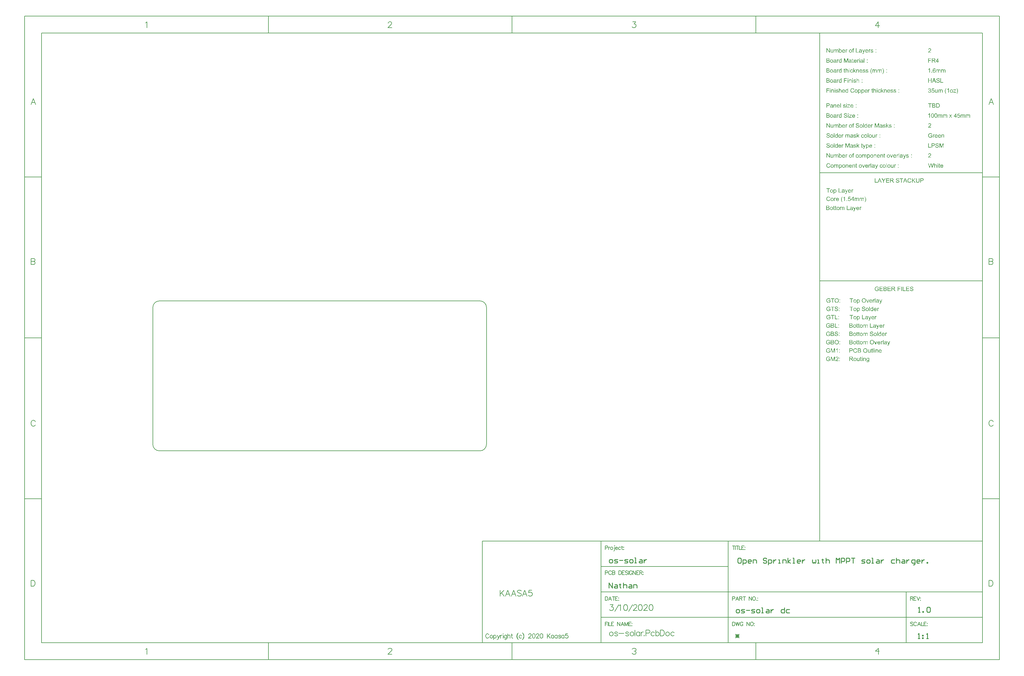
<source format=gm1>
G04*
G04 #@! TF.GenerationSoftware,Altium Limited,Altium Designer,20.2.4 (192)*
G04*
G04 Layer_Color=16711935*
%FSLAX44Y44*%
%MOMM*%
G71*
G04*
G04 #@! TF.SameCoordinates,49635633-0EA2-4BDF-9D0A-EC2E79484443*
G04*
G04*
G04 #@! TF.FilePolarity,Positive*
G04*
G01*
G75*
%ADD10C,0.2000*%
%ADD12C,0.2540*%
%ADD20C,0.1270*%
%ADD21C,0.1778*%
G36*
X2126701Y280781D02*
X2125121D01*
Y282576D01*
X2126701D01*
Y280781D01*
D02*
G37*
G36*
X2133763Y279240D02*
X2133958Y279221D01*
X2134192Y279182D01*
X2134465Y279123D01*
X2134718Y279045D01*
X2134991Y278948D01*
X2135031Y278928D01*
X2135108Y278889D01*
X2135226Y278831D01*
X2135382Y278733D01*
X2135557Y278616D01*
X2135733Y278480D01*
X2135908Y278324D01*
X2136045Y278148D01*
X2136064Y278129D01*
X2136103Y278070D01*
X2136162Y277953D01*
X2136240Y277816D01*
X2136318Y277660D01*
X2136396Y277465D01*
X2136474Y277231D01*
X2136533Y276997D01*
Y276978D01*
X2136552Y276919D01*
X2136572Y276802D01*
X2136591Y276646D01*
Y276431D01*
X2136611Y276158D01*
X2136630Y275846D01*
Y275456D01*
Y269760D01*
X2135050D01*
Y275397D01*
Y275417D01*
Y275437D01*
Y275554D01*
Y275729D01*
X2135031Y275944D01*
X2135011Y276158D01*
X2134972Y276412D01*
X2134913Y276626D01*
X2134855Y276822D01*
Y276841D01*
X2134816Y276900D01*
X2134777Y276997D01*
X2134718Y277095D01*
X2134621Y277231D01*
X2134504Y277348D01*
X2134367Y277485D01*
X2134211Y277602D01*
X2134192Y277621D01*
X2134133Y277641D01*
X2134036Y277699D01*
X2133899Y277758D01*
X2133743Y277797D01*
X2133548Y277855D01*
X2133353Y277875D01*
X2133119Y277894D01*
X2132943D01*
X2132768Y277855D01*
X2132514Y277816D01*
X2132241Y277738D01*
X2131968Y277621D01*
X2131656Y277465D01*
X2131383Y277251D01*
X2131344Y277212D01*
X2131266Y277114D01*
X2131149Y276958D01*
X2131090Y276841D01*
X2131031Y276705D01*
X2130954Y276549D01*
X2130895Y276373D01*
X2130836Y276178D01*
X2130778Y275963D01*
X2130719Y275710D01*
X2130700Y275437D01*
X2130661Y275144D01*
Y274832D01*
Y269760D01*
X2129081D01*
Y279045D01*
X2130505D01*
Y277719D01*
X2130524Y277738D01*
X2130544Y277777D01*
X2130602Y277855D01*
X2130700Y277953D01*
X2130797Y278070D01*
X2130934Y278207D01*
X2131071Y278343D01*
X2131246Y278499D01*
X2131461Y278636D01*
X2131675Y278772D01*
X2131909Y278909D01*
X2132182Y279026D01*
X2132456Y279123D01*
X2132768Y279201D01*
X2133099Y279240D01*
X2133450Y279260D01*
X2133587D01*
X2133763Y279240D01*
D02*
G37*
G36*
X2117669Y269760D02*
X2116265D01*
Y271106D01*
X2116245Y271087D01*
X2116206Y271047D01*
X2116147Y270969D01*
X2116069Y270872D01*
X2115952Y270735D01*
X2115816Y270618D01*
X2115660Y270462D01*
X2115484Y270326D01*
X2115289Y270189D01*
X2115075Y270033D01*
X2114821Y269916D01*
X2114567Y269799D01*
X2114275Y269682D01*
X2113982Y269604D01*
X2113651Y269565D01*
X2113319Y269545D01*
X2113182D01*
X2113026Y269565D01*
X2112812Y269584D01*
X2112578Y269623D01*
X2112324Y269682D01*
X2112051Y269760D01*
X2111778Y269858D01*
X2111739Y269877D01*
X2111661Y269916D01*
X2111544Y269974D01*
X2111388Y270072D01*
X2111212Y270189D01*
X2111037Y270326D01*
X2110881Y270462D01*
X2110724Y270638D01*
X2110705Y270657D01*
X2110666Y270716D01*
X2110607Y270833D01*
X2110549Y270969D01*
X2110451Y271145D01*
X2110373Y271340D01*
X2110295Y271555D01*
X2110237Y271808D01*
Y271828D01*
X2110217Y271906D01*
Y272003D01*
X2110198Y272159D01*
X2110178Y272374D01*
Y272628D01*
X2110159Y272920D01*
Y273271D01*
Y279045D01*
X2111739D01*
Y273876D01*
Y273857D01*
Y273818D01*
Y273759D01*
Y273681D01*
Y273466D01*
X2111758Y273213D01*
Y272940D01*
X2111778Y272666D01*
X2111797Y272413D01*
X2111817Y272218D01*
Y272198D01*
X2111856Y272120D01*
X2111895Y272003D01*
X2111953Y271867D01*
X2112032Y271711D01*
X2112149Y271535D01*
X2112285Y271379D01*
X2112441Y271243D01*
X2112461Y271223D01*
X2112539Y271184D01*
X2112636Y271126D01*
X2112773Y271067D01*
X2112948Y271008D01*
X2113143Y270950D01*
X2113378Y270911D01*
X2113631Y270891D01*
X2113748D01*
X2113885Y270911D01*
X2114060Y270930D01*
X2114255Y270969D01*
X2114470Y271047D01*
X2114704Y271126D01*
X2114938Y271243D01*
X2114958Y271262D01*
X2115036Y271320D01*
X2115153Y271399D01*
X2115289Y271516D01*
X2115426Y271652D01*
X2115582Y271828D01*
X2115699Y272023D01*
X2115816Y272237D01*
X2115835Y272276D01*
X2115855Y272354D01*
X2115894Y272491D01*
X2115952Y272706D01*
X2116011Y272959D01*
X2116050Y273271D01*
X2116069Y273642D01*
X2116089Y274051D01*
Y279045D01*
X2117669D01*
Y269760D01*
D02*
G37*
G36*
X2126701D02*
X2125121D01*
Y279045D01*
X2126701D01*
Y269760D01*
D02*
G37*
G36*
X2093656Y282557D02*
X2093812D01*
X2094202Y282537D01*
X2094612Y282498D01*
X2095041Y282420D01*
X2095450Y282342D01*
X2095645Y282284D01*
X2095821Y282225D01*
X2095840D01*
X2095860Y282206D01*
X2095977Y282167D01*
X2096133Y282069D01*
X2096328Y281933D01*
X2096562Y281776D01*
X2096796Y281562D01*
X2097030Y281308D01*
X2097245Y280996D01*
X2097265Y280957D01*
X2097323Y280840D01*
X2097421Y280665D01*
X2097518Y280430D01*
X2097616Y280138D01*
X2097713Y279806D01*
X2097772Y279455D01*
X2097791Y279065D01*
Y279045D01*
Y279006D01*
Y278928D01*
X2097772Y278831D01*
Y278714D01*
X2097752Y278577D01*
X2097674Y278265D01*
X2097577Y277894D01*
X2097421Y277524D01*
X2097186Y277134D01*
X2097050Y276939D01*
X2096894Y276763D01*
X2096855Y276724D01*
X2096796Y276685D01*
X2096738Y276607D01*
X2096640Y276549D01*
X2096523Y276451D01*
X2096387Y276373D01*
X2096231Y276275D01*
X2096055Y276178D01*
X2095840Y276080D01*
X2095626Y275983D01*
X2095372Y275885D01*
X2095119Y275788D01*
X2094826Y275710D01*
X2094514Y275651D01*
X2094182Y275593D01*
X2094221Y275573D01*
X2094299Y275534D01*
X2094417Y275476D01*
X2094553Y275397D01*
X2094885Y275183D01*
X2095060Y275066D01*
X2095197Y274949D01*
X2095236Y274910D01*
X2095333Y274832D01*
X2095470Y274676D01*
X2095645Y274481D01*
X2095860Y274227D01*
X2096094Y273934D01*
X2096348Y273603D01*
X2096601Y273232D01*
X2098825Y269760D01*
X2096699D01*
X2095002Y272413D01*
Y272432D01*
X2094963Y272472D01*
X2094924Y272530D01*
X2094885Y272608D01*
X2094748Y272803D01*
X2094573Y273057D01*
X2094377Y273349D01*
X2094163Y273642D01*
X2093968Y273915D01*
X2093773Y274169D01*
X2093753Y274188D01*
X2093695Y274266D01*
X2093597Y274383D01*
X2093500Y274520D01*
X2093207Y274793D01*
X2093071Y274929D01*
X2092914Y275027D01*
X2092895Y275046D01*
X2092856Y275066D01*
X2092778Y275105D01*
X2092680Y275163D01*
X2092446Y275280D01*
X2092154Y275378D01*
X2092134D01*
X2092095Y275397D01*
X2092017D01*
X2091920Y275417D01*
X2091783Y275437D01*
X2091627D01*
X2091432Y275456D01*
X2089247D01*
Y269760D01*
X2087550D01*
Y282576D01*
X2093500D01*
X2093656Y282557D01*
D02*
G37*
G36*
X2121980Y279045D02*
X2123560D01*
Y277816D01*
X2121980D01*
Y272374D01*
Y272354D01*
Y272276D01*
Y272159D01*
X2122000Y272023D01*
X2122019Y271730D01*
X2122039Y271613D01*
X2122058Y271516D01*
X2122078Y271477D01*
X2122117Y271399D01*
X2122195Y271301D01*
X2122312Y271203D01*
X2122351Y271184D01*
X2122448Y271164D01*
X2122624Y271126D01*
X2122858Y271106D01*
X2123053D01*
X2123151Y271126D01*
X2123268D01*
X2123560Y271164D01*
X2123775Y269779D01*
X2123736D01*
X2123658Y269760D01*
X2123541Y269741D01*
X2123365Y269721D01*
X2123190Y269682D01*
X2122995Y269662D01*
X2122585Y269643D01*
X2122448D01*
X2122292Y269662D01*
X2122097Y269682D01*
X2121883Y269701D01*
X2121649Y269760D01*
X2121434Y269818D01*
X2121239Y269897D01*
X2121219Y269916D01*
X2121161Y269955D01*
X2121083Y270014D01*
X2120985Y270092D01*
X2120868Y270189D01*
X2120771Y270306D01*
X2120654Y270443D01*
X2120576Y270599D01*
Y270618D01*
X2120556Y270696D01*
X2120517Y270813D01*
X2120498Y271008D01*
X2120459Y271262D01*
X2120439Y271399D01*
X2120420Y271574D01*
Y271769D01*
X2120400Y271984D01*
Y272218D01*
Y272472D01*
Y277816D01*
X2119230D01*
Y279045D01*
X2120400D01*
Y281328D01*
X2121980Y282284D01*
Y279045D01*
D02*
G37*
G36*
X2104307Y279240D02*
X2104482Y279221D01*
X2104658Y279201D01*
X2104872Y279162D01*
X2105107Y279104D01*
X2105594Y278948D01*
X2105848Y278850D01*
X2106121Y278733D01*
X2106374Y278577D01*
X2106628Y278402D01*
X2106882Y278207D01*
X2107116Y277992D01*
X2107135Y277973D01*
X2107174Y277934D01*
X2107233Y277855D01*
X2107311Y277758D01*
X2107408Y277641D01*
X2107506Y277485D01*
X2107623Y277290D01*
X2107740Y277095D01*
X2107838Y276861D01*
X2107955Y276588D01*
X2108052Y276314D01*
X2108150Y276002D01*
X2108228Y275671D01*
X2108286Y275300D01*
X2108325Y274929D01*
X2108345Y274520D01*
Y274500D01*
Y274442D01*
Y274344D01*
Y274227D01*
X2108325Y274071D01*
Y273895D01*
X2108306Y273700D01*
X2108286Y273486D01*
X2108208Y273037D01*
X2108111Y272569D01*
X2107974Y272101D01*
X2107798Y271691D01*
Y271672D01*
X2107779Y271652D01*
X2107701Y271516D01*
X2107564Y271340D01*
X2107389Y271106D01*
X2107174Y270852D01*
X2106901Y270599D01*
X2106589Y270345D01*
X2106218Y270111D01*
X2106199D01*
X2106179Y270092D01*
X2106121Y270053D01*
X2106043Y270033D01*
X2105828Y269935D01*
X2105555Y269838D01*
X2105224Y269721D01*
X2104853Y269643D01*
X2104443Y269565D01*
X2103994Y269545D01*
X2103799D01*
X2103663Y269565D01*
X2103507Y269584D01*
X2103312Y269604D01*
X2103097Y269643D01*
X2102863Y269701D01*
X2102375Y269858D01*
X2102102Y269955D01*
X2101849Y270072D01*
X2101576Y270209D01*
X2101322Y270384D01*
X2101069Y270579D01*
X2100834Y270794D01*
X2100815Y270813D01*
X2100776Y270852D01*
X2100717Y270930D01*
X2100659Y271028D01*
X2100561Y271164D01*
X2100464Y271320D01*
X2100347Y271496D01*
X2100249Y271711D01*
X2100132Y271964D01*
X2100015Y272218D01*
X2099917Y272530D01*
X2099839Y272842D01*
X2099762Y273193D01*
X2099703Y273564D01*
X2099664Y273974D01*
X2099644Y274403D01*
Y274442D01*
Y274520D01*
X2099664Y274656D01*
Y274832D01*
X2099684Y275046D01*
X2099722Y275280D01*
X2099762Y275554D01*
X2099820Y275846D01*
X2099898Y276158D01*
X2099996Y276470D01*
X2100113Y276783D01*
X2100249Y277095D01*
X2100405Y277407D01*
X2100600Y277699D01*
X2100815Y277973D01*
X2101069Y278226D01*
X2101088Y278246D01*
X2101127Y278265D01*
X2101185Y278324D01*
X2101283Y278382D01*
X2101400Y278460D01*
X2101537Y278558D01*
X2101693Y278655D01*
X2101888Y278753D01*
X2102083Y278831D01*
X2102297Y278928D01*
X2102805Y279104D01*
X2103370Y279221D01*
X2103682Y279240D01*
X2103994Y279260D01*
X2104170D01*
X2104307Y279240D01*
D02*
G37*
G36*
X2142716D02*
X2142853Y279221D01*
X2143029Y279182D01*
X2143399Y279084D01*
X2143614Y279026D01*
X2143828Y278928D01*
X2144062Y278831D01*
X2144296Y278694D01*
X2144511Y278538D01*
X2144745Y278363D01*
X2144960Y278148D01*
X2145155Y277914D01*
Y279045D01*
X2146598D01*
Y271008D01*
Y270989D01*
Y270911D01*
Y270813D01*
Y270657D01*
X2146579Y270482D01*
Y270287D01*
X2146559Y270053D01*
X2146540Y269818D01*
X2146481Y269331D01*
X2146403Y268824D01*
X2146306Y268355D01*
X2146228Y268141D01*
X2146150Y267965D01*
Y267946D01*
X2146130Y267926D01*
X2146072Y267809D01*
X2145954Y267653D01*
X2145818Y267439D01*
X2145623Y267204D01*
X2145389Y266970D01*
X2145096Y266736D01*
X2144765Y266522D01*
X2144745D01*
X2144726Y266502D01*
X2144667Y266483D01*
X2144589Y266444D01*
X2144394Y266346D01*
X2144121Y266268D01*
X2143770Y266171D01*
X2143360Y266073D01*
X2142911Y266015D01*
X2142404Y265995D01*
X2142248D01*
X2142131Y266015D01*
X2141995D01*
X2141819Y266034D01*
X2141448Y266093D01*
X2141019Y266190D01*
X2140571Y266307D01*
X2140122Y266502D01*
X2139712Y266756D01*
X2139693D01*
X2139673Y266795D01*
X2139556Y266892D01*
X2139400Y267068D01*
X2139205Y267322D01*
X2139030Y267634D01*
X2138873Y268024D01*
X2138776Y268472D01*
X2138737Y268726D01*
Y268999D01*
X2140258Y268785D01*
Y268746D01*
X2140278Y268668D01*
X2140317Y268550D01*
X2140356Y268395D01*
X2140434Y268219D01*
X2140531Y268043D01*
X2140649Y267887D01*
X2140805Y267751D01*
X2140824Y267731D01*
X2140922Y267673D01*
X2141039Y267614D01*
X2141234Y267536D01*
X2141448Y267439D01*
X2141721Y267380D01*
X2142053Y267322D01*
X2142404Y267302D01*
X2142580D01*
X2142775Y267322D01*
X2143029Y267361D01*
X2143302Y267419D01*
X2143575Y267497D01*
X2143848Y267595D01*
X2144082Y267751D01*
X2144101Y267770D01*
X2144179Y267829D01*
X2144277Y267926D01*
X2144413Y268063D01*
X2144550Y268238D01*
X2144667Y268433D01*
X2144784Y268687D01*
X2144882Y268960D01*
Y268980D01*
X2144901Y269058D01*
X2144921Y269194D01*
X2144940Y269389D01*
X2144979Y269662D01*
Y269838D01*
X2144999Y270014D01*
Y270228D01*
Y270443D01*
Y270696D01*
Y270969D01*
X2144979Y270950D01*
X2144960Y270911D01*
X2144901Y270852D01*
X2144823Y270774D01*
X2144706Y270696D01*
X2144589Y270579D01*
X2144296Y270365D01*
X2143926Y270150D01*
X2143477Y269955D01*
X2143243Y269877D01*
X2142989Y269818D01*
X2142716Y269779D01*
X2142443Y269760D01*
X2142268D01*
X2142131Y269779D01*
X2141975Y269799D01*
X2141780Y269838D01*
X2141585Y269877D01*
X2141351Y269935D01*
X2141117Y269994D01*
X2140883Y270092D01*
X2140629Y270209D01*
X2140395Y270345D01*
X2140141Y270501D01*
X2139907Y270677D01*
X2139693Y270891D01*
X2139478Y271126D01*
X2139459Y271145D01*
X2139439Y271184D01*
X2139381Y271262D01*
X2139322Y271379D01*
X2139244Y271516D01*
X2139147Y271672D01*
X2139049Y271847D01*
X2138951Y272062D01*
X2138854Y272296D01*
X2138756Y272549D01*
X2138678Y272823D01*
X2138581Y273115D01*
X2138464Y273739D01*
X2138444Y274091D01*
X2138425Y274442D01*
Y274461D01*
Y274500D01*
Y274578D01*
Y274676D01*
X2138444Y274793D01*
Y274929D01*
X2138483Y275242D01*
X2138542Y275632D01*
X2138620Y276041D01*
X2138737Y276470D01*
X2138893Y276900D01*
Y276919D01*
X2138912Y276958D01*
X2138951Y277017D01*
X2138990Y277095D01*
X2139088Y277290D01*
X2139244Y277543D01*
X2139459Y277816D01*
X2139693Y278109D01*
X2139966Y278382D01*
X2140297Y278636D01*
X2140317D01*
X2140336Y278655D01*
X2140395Y278694D01*
X2140453Y278733D01*
X2140649Y278831D01*
X2140902Y278948D01*
X2141234Y279065D01*
X2141585Y279162D01*
X2141995Y279240D01*
X2142443Y279260D01*
X2142599D01*
X2142716Y279240D01*
D02*
G37*
G36*
X2163511Y305781D02*
X2161931D01*
Y307576D01*
X2163511D01*
Y305781D01*
D02*
G37*
G36*
X2105360Y307771D02*
X2105516Y307752D01*
X2105711Y307732D01*
X2105926Y307713D01*
X2106160Y307674D01*
X2106667Y307557D01*
X2107213Y307381D01*
X2107486Y307264D01*
X2107759Y307127D01*
X2108013Y306971D01*
X2108267Y306796D01*
X2108286Y306776D01*
X2108325Y306757D01*
X2108384Y306698D01*
X2108481Y306620D01*
X2108579Y306523D01*
X2108715Y306386D01*
X2108852Y306250D01*
X2108988Y306094D01*
X2109144Y305899D01*
X2109281Y305704D01*
X2109437Y305469D01*
X2109593Y305216D01*
X2109730Y304962D01*
X2109866Y304670D01*
X2110100Y304045D01*
X2108423Y303655D01*
Y303675D01*
X2108403Y303714D01*
X2108384Y303792D01*
X2108345Y303889D01*
X2108286Y304006D01*
X2108228Y304143D01*
X2108091Y304436D01*
X2107915Y304767D01*
X2107681Y305118D01*
X2107428Y305430D01*
X2107116Y305704D01*
X2107077Y305723D01*
X2106960Y305801D01*
X2106784Y305899D01*
X2106530Y306035D01*
X2106238Y306152D01*
X2105867Y306250D01*
X2105458Y306328D01*
X2104989Y306347D01*
X2104853D01*
X2104755Y306328D01*
X2104619D01*
X2104482Y306308D01*
X2104131Y306250D01*
X2103741Y306172D01*
X2103331Y306035D01*
X2102922Y305860D01*
X2102531Y305625D01*
X2102512D01*
X2102493Y305586D01*
X2102375Y305489D01*
X2102200Y305333D01*
X2101985Y305118D01*
X2101771Y304845D01*
X2101537Y304533D01*
X2101322Y304143D01*
X2101147Y303714D01*
Y303694D01*
X2101127Y303655D01*
X2101107Y303597D01*
X2101088Y303499D01*
X2101049Y303402D01*
X2101030Y303265D01*
X2100951Y302953D01*
X2100873Y302582D01*
X2100815Y302173D01*
X2100776Y301724D01*
X2100756Y301256D01*
Y301236D01*
Y301178D01*
Y301100D01*
Y300983D01*
X2100776Y300846D01*
Y300671D01*
X2100795Y300495D01*
X2100815Y300300D01*
X2100873Y299851D01*
X2100951Y299364D01*
X2101069Y298876D01*
X2101225Y298408D01*
Y298388D01*
X2101244Y298349D01*
X2101283Y298291D01*
X2101322Y298213D01*
X2101420Y297979D01*
X2101576Y297725D01*
X2101790Y297413D01*
X2102044Y297120D01*
X2102336Y296828D01*
X2102688Y296574D01*
X2102707D01*
X2102727Y296555D01*
X2102785Y296516D01*
X2102863Y296477D01*
X2103078Y296399D01*
X2103351Y296282D01*
X2103663Y296184D01*
X2104034Y296086D01*
X2104443Y296008D01*
X2104872Y295989D01*
X2105009D01*
X2105107Y296008D01*
X2105224D01*
X2105380Y296028D01*
X2105711Y296086D01*
X2106082Y296184D01*
X2106492Y296340D01*
X2106882Y296535D01*
X2107272Y296808D01*
X2107291Y296828D01*
X2107311Y296847D01*
X2107428Y296964D01*
X2107603Y297159D01*
X2107818Y297413D01*
X2108033Y297764D01*
X2108267Y298174D01*
X2108462Y298681D01*
X2108618Y299247D01*
X2110315Y298817D01*
Y298798D01*
X2110295Y298720D01*
X2110256Y298622D01*
X2110217Y298466D01*
X2110139Y298310D01*
X2110061Y298096D01*
X2109983Y297881D01*
X2109866Y297647D01*
X2109613Y297120D01*
X2109261Y296594D01*
X2108871Y296086D01*
X2108637Y295852D01*
X2108384Y295638D01*
X2108364Y295618D01*
X2108325Y295599D01*
X2108247Y295540D01*
X2108130Y295462D01*
X2107993Y295384D01*
X2107838Y295287D01*
X2107662Y295189D01*
X2107447Y295092D01*
X2107213Y294994D01*
X2106960Y294897D01*
X2106667Y294799D01*
X2106374Y294721D01*
X2105731Y294584D01*
X2105380Y294565D01*
X2105009Y294545D01*
X2104814D01*
X2104658Y294565D01*
X2104482D01*
X2104287Y294584D01*
X2104053Y294623D01*
X2103819Y294643D01*
X2103273Y294760D01*
X2102707Y294897D01*
X2102161Y295111D01*
X2101888Y295228D01*
X2101634Y295384D01*
X2101615Y295404D01*
X2101576Y295423D01*
X2101517Y295482D01*
X2101420Y295540D01*
X2101185Y295735D01*
X2100912Y296008D01*
X2100581Y296340D01*
X2100269Y296769D01*
X2099937Y297257D01*
X2099664Y297823D01*
Y297842D01*
X2099644Y297901D01*
X2099605Y297979D01*
X2099566Y298096D01*
X2099508Y298252D01*
X2099449Y298427D01*
X2099391Y298622D01*
X2099332Y298857D01*
X2099274Y299090D01*
X2099215Y299364D01*
X2099098Y299949D01*
X2099020Y300573D01*
X2099001Y301256D01*
Y301275D01*
Y301353D01*
Y301451D01*
X2099020Y301588D01*
Y301763D01*
X2099040Y301978D01*
X2099059Y302192D01*
X2099098Y302446D01*
X2099196Y302992D01*
X2099313Y303577D01*
X2099508Y304182D01*
X2099762Y304748D01*
Y304767D01*
X2099801Y304806D01*
X2099839Y304884D01*
X2099898Y305001D01*
X2099976Y305118D01*
X2100074Y305255D01*
X2100327Y305586D01*
X2100620Y305957D01*
X2100990Y306328D01*
X2101439Y306698D01*
X2101927Y307010D01*
X2101946D01*
X2101985Y307050D01*
X2102063Y307089D01*
X2102180Y307127D01*
X2102297Y307186D01*
X2102453Y307264D01*
X2102649Y307323D01*
X2102844Y307401D01*
X2103058Y307479D01*
X2103292Y307537D01*
X2103819Y307674D01*
X2104404Y307752D01*
X2105028Y307791D01*
X2105224D01*
X2105360Y307771D01*
D02*
G37*
G36*
X2170573Y304240D02*
X2170768Y304221D01*
X2171002Y304182D01*
X2171275Y304123D01*
X2171528Y304045D01*
X2171802Y303948D01*
X2171841Y303928D01*
X2171919Y303889D01*
X2172036Y303831D01*
X2172192Y303733D01*
X2172367Y303616D01*
X2172543Y303480D01*
X2172718Y303324D01*
X2172855Y303148D01*
X2172874Y303129D01*
X2172914Y303070D01*
X2172972Y302953D01*
X2173050Y302816D01*
X2173128Y302660D01*
X2173206Y302465D01*
X2173284Y302231D01*
X2173343Y301997D01*
Y301978D01*
X2173362Y301919D01*
X2173382Y301802D01*
X2173401Y301646D01*
Y301431D01*
X2173421Y301158D01*
X2173440Y300846D01*
Y300456D01*
Y294760D01*
X2171860D01*
Y300397D01*
Y300417D01*
Y300436D01*
Y300554D01*
Y300729D01*
X2171841Y300944D01*
X2171821Y301158D01*
X2171782Y301412D01*
X2171723Y301626D01*
X2171665Y301821D01*
Y301841D01*
X2171626Y301900D01*
X2171587Y301997D01*
X2171528Y302095D01*
X2171431Y302231D01*
X2171314Y302348D01*
X2171177Y302485D01*
X2171021Y302602D01*
X2171002Y302621D01*
X2170943Y302641D01*
X2170846Y302699D01*
X2170709Y302758D01*
X2170553Y302797D01*
X2170358Y302855D01*
X2170163Y302875D01*
X2169929Y302894D01*
X2169753D01*
X2169578Y302855D01*
X2169324Y302816D01*
X2169051Y302738D01*
X2168778Y302621D01*
X2168466Y302465D01*
X2168193Y302251D01*
X2168154Y302212D01*
X2168076Y302114D01*
X2167959Y301958D01*
X2167900Y301841D01*
X2167842Y301705D01*
X2167764Y301548D01*
X2167705Y301373D01*
X2167646Y301178D01*
X2167588Y300963D01*
X2167529Y300710D01*
X2167510Y300436D01*
X2167471Y300144D01*
Y299832D01*
Y294760D01*
X2165891D01*
Y304045D01*
X2167315D01*
Y302719D01*
X2167334Y302738D01*
X2167354Y302777D01*
X2167413Y302855D01*
X2167510Y302953D01*
X2167608Y303070D01*
X2167744Y303207D01*
X2167881Y303343D01*
X2168056Y303499D01*
X2168271Y303636D01*
X2168485Y303772D01*
X2168719Y303909D01*
X2168992Y304026D01*
X2169266Y304123D01*
X2169578Y304201D01*
X2169909Y304240D01*
X2170260Y304260D01*
X2170397D01*
X2170573Y304240D01*
D02*
G37*
G36*
X2150500Y294760D02*
X2149095D01*
Y296106D01*
X2149076Y296086D01*
X2149037Y296047D01*
X2148978Y295969D01*
X2148900Y295872D01*
X2148783Y295735D01*
X2148647Y295618D01*
X2148490Y295462D01*
X2148315Y295326D01*
X2148120Y295189D01*
X2147905Y295033D01*
X2147652Y294916D01*
X2147398Y294799D01*
X2147106Y294682D01*
X2146813Y294604D01*
X2146481Y294565D01*
X2146150Y294545D01*
X2146013D01*
X2145857Y294565D01*
X2145642Y294584D01*
X2145408Y294623D01*
X2145155Y294682D01*
X2144882Y294760D01*
X2144608Y294858D01*
X2144570Y294877D01*
X2144491Y294916D01*
X2144375Y294974D01*
X2144218Y295072D01*
X2144043Y295189D01*
X2143867Y295326D01*
X2143711Y295462D01*
X2143555Y295638D01*
X2143536Y295657D01*
X2143497Y295716D01*
X2143438Y295833D01*
X2143380Y295969D01*
X2143282Y296145D01*
X2143204Y296340D01*
X2143126Y296555D01*
X2143067Y296808D01*
Y296828D01*
X2143048Y296906D01*
Y297003D01*
X2143029Y297159D01*
X2143009Y297374D01*
Y297628D01*
X2142989Y297920D01*
Y298271D01*
Y304045D01*
X2144570D01*
Y298876D01*
Y298857D01*
Y298817D01*
Y298759D01*
Y298681D01*
Y298466D01*
X2144589Y298213D01*
Y297940D01*
X2144608Y297666D01*
X2144628Y297413D01*
X2144648Y297218D01*
Y297198D01*
X2144687Y297120D01*
X2144726Y297003D01*
X2144784Y296867D01*
X2144862Y296711D01*
X2144979Y296535D01*
X2145116Y296379D01*
X2145272Y296243D01*
X2145291Y296223D01*
X2145369Y296184D01*
X2145467Y296125D01*
X2145603Y296067D01*
X2145779Y296008D01*
X2145974Y295950D01*
X2146208Y295911D01*
X2146462Y295891D01*
X2146579D01*
X2146715Y295911D01*
X2146891Y295930D01*
X2147086Y295969D01*
X2147301Y296047D01*
X2147535Y296125D01*
X2147769Y296243D01*
X2147788Y296262D01*
X2147866Y296320D01*
X2147983Y296399D01*
X2148120Y296516D01*
X2148256Y296652D01*
X2148412Y296828D01*
X2148530Y297023D01*
X2148647Y297237D01*
X2148666Y297276D01*
X2148685Y297354D01*
X2148725Y297491D01*
X2148783Y297705D01*
X2148842Y297959D01*
X2148881Y298271D01*
X2148900Y298642D01*
X2148920Y299051D01*
Y304045D01*
X2150500D01*
Y294760D01*
D02*
G37*
G36*
X2163511D02*
X2161931D01*
Y304045D01*
X2163511D01*
Y294760D01*
D02*
G37*
G36*
X2159492D02*
X2157912D01*
Y307576D01*
X2159492D01*
Y294760D01*
D02*
G37*
G36*
X2117493Y307557D02*
X2117630D01*
X2117962Y307537D01*
X2118332Y307479D01*
X2118723Y307420D01*
X2119113Y307323D01*
X2119464Y307186D01*
X2119483D01*
X2119503Y307167D01*
X2119620Y307108D01*
X2119776Y307010D01*
X2119971Y306893D01*
X2120205Y306718D01*
X2120439Y306503D01*
X2120654Y306269D01*
X2120868Y305977D01*
X2120888Y305938D01*
X2120946Y305840D01*
X2121024Y305665D01*
X2121122Y305450D01*
X2121219Y305196D01*
X2121297Y304923D01*
X2121356Y304611D01*
X2121375Y304279D01*
Y304240D01*
Y304143D01*
X2121356Y303987D01*
X2121317Y303772D01*
X2121258Y303538D01*
X2121180Y303285D01*
X2121083Y302992D01*
X2120927Y302719D01*
X2120907Y302680D01*
X2120849Y302602D01*
X2120732Y302465D01*
X2120595Y302309D01*
X2120400Y302114D01*
X2120166Y301939D01*
X2119893Y301744D01*
X2119561Y301568D01*
X2119581D01*
X2119620Y301548D01*
X2119678Y301529D01*
X2119756Y301509D01*
X2119971Y301412D01*
X2120224Y301295D01*
X2120517Y301119D01*
X2120810Y300924D01*
X2121102Y300690D01*
X2121356Y300397D01*
X2121375Y300359D01*
X2121454Y300261D01*
X2121551Y300085D01*
X2121688Y299851D01*
X2121805Y299559D01*
X2121902Y299247D01*
X2121980Y298876D01*
X2122000Y298466D01*
Y298427D01*
Y298310D01*
X2121980Y298135D01*
X2121961Y297920D01*
X2121902Y297666D01*
X2121844Y297374D01*
X2121746Y297081D01*
X2121609Y296789D01*
X2121590Y296750D01*
X2121551Y296652D01*
X2121454Y296516D01*
X2121356Y296340D01*
X2121219Y296145D01*
X2121063Y295950D01*
X2120868Y295755D01*
X2120673Y295579D01*
X2120654Y295560D01*
X2120576Y295521D01*
X2120459Y295443D01*
X2120283Y295345D01*
X2120088Y295248D01*
X2119834Y295150D01*
X2119561Y295053D01*
X2119269Y294955D01*
X2119230D01*
X2119113Y294916D01*
X2118937Y294897D01*
X2118703Y294858D01*
X2118391Y294818D01*
X2118040Y294799D01*
X2117650Y294760D01*
X2112324D01*
Y307576D01*
X2117357D01*
X2117493Y307557D01*
D02*
G37*
G36*
X2093090D02*
X2093402Y307537D01*
X2093734Y307518D01*
X2094046Y307479D01*
X2094319Y307440D01*
X2094358D01*
X2094475Y307401D01*
X2094651Y307362D01*
X2094865Y307303D01*
X2095119Y307225D01*
X2095372Y307127D01*
X2095645Y306991D01*
X2095899Y306835D01*
X2095919Y306815D01*
X2096016Y306757D01*
X2096133Y306659D01*
X2096270Y306523D01*
X2096426Y306347D01*
X2096601Y306133D01*
X2096777Y305899D01*
X2096933Y305606D01*
X2096952Y305567D01*
X2096991Y305469D01*
X2097050Y305313D01*
X2097128Y305099D01*
X2097206Y304845D01*
X2097265Y304553D01*
X2097304Y304221D01*
X2097323Y303870D01*
Y303850D01*
Y303792D01*
Y303714D01*
X2097304Y303597D01*
X2097284Y303460D01*
X2097265Y303285D01*
X2097245Y303109D01*
X2097186Y302914D01*
X2097070Y302465D01*
X2096874Y302017D01*
X2096757Y301782D01*
X2096621Y301548D01*
X2096465Y301314D01*
X2096270Y301100D01*
X2096250Y301080D01*
X2096211Y301061D01*
X2096153Y301002D01*
X2096075Y300924D01*
X2095938Y300846D01*
X2095802Y300749D01*
X2095626Y300651D01*
X2095411Y300554D01*
X2095177Y300436D01*
X2094904Y300339D01*
X2094592Y300242D01*
X2094261Y300163D01*
X2093870Y300085D01*
X2093461Y300027D01*
X2093012Y300007D01*
X2092524Y299988D01*
X2089247D01*
Y294760D01*
X2087550D01*
Y307576D01*
X2092797D01*
X2093090Y307557D01*
D02*
G37*
G36*
X2154811Y304045D02*
X2156391D01*
Y302816D01*
X2154811D01*
Y297374D01*
Y297354D01*
Y297276D01*
Y297159D01*
X2154830Y297023D01*
X2154850Y296730D01*
X2154869Y296613D01*
X2154889Y296516D01*
X2154908Y296477D01*
X2154947Y296399D01*
X2155025Y296301D01*
X2155142Y296203D01*
X2155181Y296184D01*
X2155279Y296164D01*
X2155455Y296125D01*
X2155689Y296106D01*
X2155884D01*
X2155981Y296125D01*
X2156098D01*
X2156391Y296164D01*
X2156606Y294779D01*
X2156566D01*
X2156488Y294760D01*
X2156371Y294740D01*
X2156196Y294721D01*
X2156020Y294682D01*
X2155825Y294662D01*
X2155415Y294643D01*
X2155279D01*
X2155123Y294662D01*
X2154928Y294682D01*
X2154713Y294701D01*
X2154479Y294760D01*
X2154265Y294818D01*
X2154070Y294897D01*
X2154050Y294916D01*
X2153992Y294955D01*
X2153914Y295014D01*
X2153816Y295092D01*
X2153699Y295189D01*
X2153601Y295306D01*
X2153484Y295443D01*
X2153406Y295599D01*
Y295618D01*
X2153387Y295696D01*
X2153348Y295813D01*
X2153328Y296008D01*
X2153289Y296262D01*
X2153270Y296399D01*
X2153250Y296574D01*
Y296769D01*
X2153231Y296984D01*
Y297218D01*
Y297471D01*
Y302816D01*
X2152060D01*
Y304045D01*
X2153231D01*
Y306328D01*
X2154811Y307284D01*
Y304045D01*
D02*
G37*
G36*
X2179956Y304240D02*
X2180112Y304221D01*
X2180307Y304201D01*
X2180502Y304162D01*
X2180736Y304104D01*
X2181204Y303948D01*
X2181458Y303850D01*
X2181711Y303714D01*
X2181965Y303577D01*
X2182218Y303402D01*
X2182453Y303207D01*
X2182687Y302973D01*
X2182706Y302953D01*
X2182745Y302914D01*
X2182804Y302836D01*
X2182882Y302738D01*
X2182960Y302602D01*
X2183057Y302446D01*
X2183174Y302270D01*
X2183291Y302056D01*
X2183389Y301802D01*
X2183506Y301548D01*
X2183603Y301256D01*
X2183701Y300924D01*
X2183759Y300593D01*
X2183818Y300222D01*
X2183857Y299832D01*
X2183876Y299403D01*
Y299383D01*
Y299305D01*
Y299169D01*
X2183857Y298993D01*
X2176951D01*
Y298974D01*
Y298934D01*
X2176971Y298837D01*
Y298739D01*
X2176991Y298603D01*
X2177010Y298466D01*
X2177088Y298115D01*
X2177205Y297745D01*
X2177342Y297354D01*
X2177556Y296964D01*
X2177810Y296633D01*
X2177849Y296594D01*
X2177946Y296516D01*
X2178122Y296379D01*
X2178336Y296243D01*
X2178629Y296086D01*
X2178961Y295950D01*
X2179331Y295872D01*
X2179741Y295833D01*
X2179897D01*
X2180053Y295852D01*
X2180248Y295891D01*
X2180482Y295950D01*
X2180736Y296028D01*
X2180990Y296125D01*
X2181224Y296282D01*
X2181243Y296301D01*
X2181321Y296379D01*
X2181438Y296477D01*
X2181575Y296652D01*
X2181731Y296847D01*
X2181887Y297101D01*
X2182043Y297413D01*
X2182199Y297764D01*
X2183818Y297549D01*
Y297530D01*
X2183799Y297491D01*
X2183779Y297413D01*
X2183740Y297315D01*
X2183701Y297198D01*
X2183642Y297062D01*
X2183486Y296730D01*
X2183291Y296379D01*
X2183057Y296008D01*
X2182745Y295638D01*
X2182394Y295326D01*
X2182375D01*
X2182355Y295287D01*
X2182296Y295248D01*
X2182199Y295209D01*
X2182101Y295150D01*
X2181984Y295072D01*
X2181848Y295014D01*
X2181672Y294935D01*
X2181302Y294799D01*
X2180833Y294662D01*
X2180326Y294584D01*
X2179741Y294545D01*
X2179546D01*
X2179409Y294565D01*
X2179234Y294584D01*
X2179039Y294604D01*
X2178824Y294643D01*
X2178571Y294701D01*
X2178063Y294858D01*
X2177790Y294955D01*
X2177537Y295072D01*
X2177264Y295209D01*
X2177010Y295384D01*
X2176756Y295579D01*
X2176522Y295794D01*
X2176503Y295813D01*
X2176464Y295852D01*
X2176405Y295930D01*
X2176347Y296028D01*
X2176249Y296145D01*
X2176152Y296301D01*
X2176035Y296496D01*
X2175937Y296711D01*
X2175820Y296945D01*
X2175703Y297198D01*
X2175605Y297491D01*
X2175527Y297803D01*
X2175449Y298135D01*
X2175391Y298505D01*
X2175352Y298895D01*
X2175332Y299305D01*
Y299325D01*
Y299403D01*
Y299539D01*
X2175352Y299695D01*
X2175371Y299890D01*
X2175391Y300124D01*
X2175430Y300378D01*
X2175488Y300651D01*
X2175625Y301236D01*
X2175723Y301529D01*
X2175840Y301841D01*
X2175976Y302134D01*
X2176132Y302426D01*
X2176308Y302699D01*
X2176522Y302953D01*
X2176542Y302973D01*
X2176581Y303011D01*
X2176639Y303070D01*
X2176737Y303167D01*
X2176854Y303265D01*
X2177010Y303363D01*
X2177166Y303480D01*
X2177361Y303616D01*
X2177576Y303733D01*
X2177810Y303850D01*
X2178063Y303948D01*
X2178356Y304065D01*
X2178649Y304143D01*
X2178961Y304201D01*
X2179292Y304240D01*
X2179644Y304260D01*
X2179819D01*
X2179956Y304240D01*
D02*
G37*
G36*
X2135206Y307771D02*
X2135362D01*
X2135557Y307752D01*
X2135752Y307713D01*
X2135986Y307693D01*
X2136474Y307576D01*
X2137020Y307420D01*
X2137566Y307225D01*
X2137840Y307089D01*
X2138113Y306932D01*
X2138132D01*
X2138171Y306893D01*
X2138249Y306854D01*
X2138347Y306776D01*
X2138464Y306698D01*
X2138600Y306581D01*
X2138912Y306328D01*
X2139264Y305996D01*
X2139634Y305586D01*
X2139966Y305118D01*
X2140278Y304572D01*
Y304553D01*
X2140317Y304494D01*
X2140356Y304416D01*
X2140395Y304299D01*
X2140453Y304162D01*
X2140512Y303987D01*
X2140590Y303792D01*
X2140668Y303577D01*
X2140727Y303324D01*
X2140805Y303070D01*
X2140922Y302485D01*
X2141000Y301841D01*
X2141039Y301139D01*
Y301119D01*
Y301061D01*
Y300944D01*
X2141019Y300807D01*
Y300632D01*
X2141000Y300436D01*
X2140980Y300222D01*
X2140941Y299968D01*
X2140844Y299422D01*
X2140707Y298837D01*
X2140512Y298232D01*
X2140239Y297647D01*
Y297628D01*
X2140200Y297589D01*
X2140161Y297511D01*
X2140102Y297393D01*
X2140005Y297276D01*
X2139907Y297120D01*
X2139673Y296789D01*
X2139361Y296418D01*
X2138971Y296028D01*
X2138522Y295657D01*
X2138015Y295326D01*
X2137996D01*
X2137957Y295287D01*
X2137879Y295248D01*
X2137762Y295209D01*
X2137625Y295150D01*
X2137469Y295072D01*
X2137293Y295014D01*
X2137079Y294935D01*
X2136630Y294799D01*
X2136103Y294662D01*
X2135518Y294584D01*
X2134913Y294545D01*
X2134738D01*
X2134601Y294565D01*
X2134445D01*
X2134270Y294584D01*
X2134055Y294623D01*
X2133821Y294662D01*
X2133333Y294760D01*
X2132787Y294916D01*
X2132222Y295131D01*
X2131948Y295248D01*
X2131675Y295404D01*
X2131656Y295423D01*
X2131617Y295443D01*
X2131539Y295501D01*
X2131441Y295560D01*
X2131324Y295657D01*
X2131188Y295755D01*
X2130876Y296028D01*
X2130524Y296379D01*
X2130154Y296769D01*
X2129822Y297257D01*
X2129510Y297784D01*
Y297803D01*
X2129471Y297862D01*
X2129451Y297940D01*
X2129393Y298057D01*
X2129334Y298193D01*
X2129276Y298349D01*
X2129217Y298544D01*
X2129159Y298759D01*
X2129081Y298993D01*
X2129022Y299227D01*
X2128905Y299773D01*
X2128827Y300359D01*
X2128788Y300983D01*
Y301022D01*
Y301119D01*
X2128808Y301295D01*
Y301509D01*
X2128847Y301782D01*
X2128886Y302095D01*
X2128925Y302426D01*
X2129003Y302816D01*
X2129100Y303207D01*
X2129198Y303616D01*
X2129334Y304026D01*
X2129510Y304436D01*
X2129705Y304845D01*
X2129920Y305255D01*
X2130193Y305625D01*
X2130485Y305977D01*
X2130505Y305996D01*
X2130563Y306055D01*
X2130661Y306152D01*
X2130797Y306269D01*
X2130973Y306406D01*
X2131168Y306542D01*
X2131402Y306718D01*
X2131675Y306893D01*
X2131987Y307050D01*
X2132319Y307225D01*
X2132690Y307362D01*
X2133080Y307518D01*
X2133489Y307615D01*
X2133938Y307713D01*
X2134426Y307771D01*
X2134913Y307791D01*
X2135089D01*
X2135206Y307771D01*
D02*
G37*
G36*
X2024299Y282771D02*
X2024456D01*
X2024787Y282732D01*
X2025158Y282674D01*
X2025587Y282596D01*
X2026016Y282479D01*
X2026445Y282323D01*
X2026465D01*
X2026504Y282303D01*
X2026562Y282284D01*
X2026640Y282244D01*
X2026835Y282147D01*
X2027089Y281991D01*
X2027382Y281815D01*
X2027674Y281601D01*
X2027967Y281367D01*
X2028220Y281074D01*
X2028240Y281035D01*
X2028318Y280938D01*
X2028435Y280762D01*
X2028591Y280508D01*
X2028747Y280216D01*
X2028903Y279865D01*
X2029059Y279455D01*
X2029196Y278987D01*
X2027655Y278558D01*
Y278577D01*
X2027635Y278597D01*
X2027616Y278714D01*
X2027538Y278889D01*
X2027460Y279123D01*
X2027362Y279357D01*
X2027245Y279611D01*
X2027108Y279865D01*
X2026953Y280099D01*
X2026933Y280118D01*
X2026874Y280196D01*
X2026777Y280294D01*
X2026640Y280430D01*
X2026465Y280567D01*
X2026250Y280723D01*
X2026016Y280860D01*
X2025724Y280996D01*
X2025685Y281016D01*
X2025587Y281055D01*
X2025411Y281113D01*
X2025197Y281172D01*
X2024943Y281230D01*
X2024651Y281289D01*
X2024319Y281328D01*
X2023968Y281347D01*
X2023773D01*
X2023558Y281328D01*
X2023285Y281308D01*
X2022973Y281250D01*
X2022622Y281191D01*
X2022290Y281094D01*
X2021959Y280977D01*
X2021920Y280957D01*
X2021822Y280918D01*
X2021666Y280840D01*
X2021471Y280723D01*
X2021256Y280586D01*
X2021022Y280430D01*
X2020808Y280255D01*
X2020593Y280040D01*
X2020574Y280021D01*
X2020515Y279943D01*
X2020417Y279826D01*
X2020300Y279670D01*
X2020164Y279475D01*
X2020027Y279260D01*
X2019910Y279026D01*
X2019793Y278772D01*
Y278753D01*
X2019774Y278714D01*
X2019754Y278655D01*
X2019715Y278558D01*
X2019676Y278460D01*
X2019637Y278324D01*
X2019559Y278011D01*
X2019462Y277621D01*
X2019384Y277192D01*
X2019325Y276705D01*
X2019306Y276197D01*
Y276178D01*
Y276119D01*
Y276041D01*
X2019325Y275905D01*
Y275768D01*
X2019345Y275593D01*
X2019364Y275397D01*
X2019384Y275202D01*
X2019442Y274734D01*
X2019559Y274247D01*
X2019696Y273778D01*
X2019891Y273310D01*
Y273291D01*
X2019910Y273252D01*
X2019949Y273193D01*
X2020008Y273115D01*
X2020144Y272920D01*
X2020320Y272666D01*
X2020554Y272393D01*
X2020847Y272101D01*
X2021198Y271828D01*
X2021588Y271594D01*
X2021608D01*
X2021647Y271574D01*
X2021705Y271535D01*
X2021783Y271516D01*
X2021881Y271477D01*
X2022017Y271418D01*
X2022310Y271320D01*
X2022680Y271223D01*
X2023071Y271125D01*
X2023519Y271067D01*
X2023987Y271047D01*
X2024182D01*
X2024397Y271067D01*
X2024670Y271106D01*
X2024982Y271145D01*
X2025353Y271223D01*
X2025743Y271320D01*
X2026133Y271457D01*
X2026153D01*
X2026172Y271477D01*
X2026231Y271496D01*
X2026309Y271535D01*
X2026504Y271613D01*
X2026738Y271730D01*
X2026991Y271867D01*
X2027245Y272023D01*
X2027499Y272198D01*
X2027733Y272374D01*
Y274793D01*
X2023968D01*
Y276295D01*
X2029391D01*
Y271535D01*
X2029371Y271516D01*
X2029332Y271496D01*
X2029274Y271438D01*
X2029176Y271379D01*
X2029059Y271282D01*
X2028923Y271203D01*
X2028591Y270969D01*
X2028201Y270735D01*
X2027772Y270482D01*
X2027284Y270248D01*
X2026796Y270033D01*
X2026777D01*
X2026738Y270014D01*
X2026660Y269994D01*
X2026562Y269955D01*
X2026445Y269916D01*
X2026309Y269877D01*
X2026133Y269838D01*
X2025958Y269799D01*
X2025548Y269701D01*
X2025099Y269623D01*
X2024592Y269565D01*
X2024085Y269545D01*
X2023909D01*
X2023773Y269565D01*
X2023597D01*
X2023402Y269584D01*
X2023188Y269604D01*
X2022953Y269643D01*
X2022407Y269740D01*
X2021842Y269877D01*
X2021237Y270072D01*
X2020652Y270345D01*
X2020632Y270365D01*
X2020593Y270384D01*
X2020496Y270423D01*
X2020398Y270501D01*
X2020262Y270579D01*
X2020125Y270677D01*
X2019793Y270930D01*
X2019403Y271262D01*
X2019032Y271672D01*
X2018662Y272140D01*
X2018330Y272666D01*
Y272686D01*
X2018291Y272745D01*
X2018252Y272823D01*
X2018213Y272940D01*
X2018155Y273076D01*
X2018077Y273252D01*
X2018018Y273447D01*
X2017940Y273681D01*
X2017862Y273915D01*
X2017804Y274188D01*
X2017667Y274773D01*
X2017589Y275417D01*
X2017550Y276100D01*
Y276119D01*
Y276178D01*
Y276275D01*
X2017569Y276412D01*
Y276588D01*
X2017589Y276782D01*
X2017608Y276997D01*
X2017648Y277231D01*
X2017745Y277777D01*
X2017882Y278363D01*
X2018077Y278987D01*
X2018330Y279592D01*
Y279611D01*
X2018369Y279670D01*
X2018408Y279748D01*
X2018467Y279865D01*
X2018564Y280001D01*
X2018662Y280138D01*
X2018896Y280508D01*
X2019228Y280898D01*
X2019598Y281289D01*
X2020066Y281659D01*
X2020300Y281835D01*
X2020574Y281991D01*
X2020593D01*
X2020632Y282030D01*
X2020730Y282069D01*
X2020827Y282108D01*
X2020964Y282186D01*
X2021139Y282244D01*
X2021334Y282323D01*
X2021549Y282401D01*
X2021783Y282459D01*
X2022037Y282537D01*
X2022622Y282674D01*
X2023246Y282752D01*
X2023948Y282791D01*
X2024182D01*
X2024299Y282771D01*
D02*
G37*
G36*
X2058769Y277251D02*
X2056974D01*
Y279045D01*
X2058769D01*
Y277251D01*
D02*
G37*
G36*
X2044060Y269760D02*
X2042422D01*
Y280489D01*
X2038676Y269760D01*
X2037155D01*
X2033468Y280665D01*
Y269760D01*
X2031829D01*
Y282576D01*
X2034365D01*
X2037408Y273505D01*
Y273486D01*
X2037428Y273447D01*
X2037447Y273388D01*
X2037467Y273291D01*
X2037545Y273076D01*
X2037642Y272803D01*
X2037740Y272491D01*
X2037838Y272179D01*
X2037935Y271867D01*
X2038013Y271613D01*
X2038033Y271652D01*
X2038052Y271750D01*
X2038111Y271906D01*
X2038189Y272120D01*
X2038267Y272413D01*
X2038384Y272764D01*
X2038540Y273174D01*
X2038696Y273661D01*
X2041758Y282576D01*
X2044060D01*
Y269760D01*
D02*
G37*
G36*
X2058769D02*
X2056974D01*
Y271555D01*
X2058769D01*
Y269760D01*
D02*
G37*
G36*
X2050693Y282615D02*
X2050849Y282596D01*
X2051024Y282576D01*
X2051219Y282557D01*
X2051434Y282498D01*
X2051902Y282381D01*
X2052390Y282206D01*
X2052643Y282089D01*
X2052878Y281952D01*
X2053092Y281776D01*
X2053307Y281601D01*
X2053326Y281581D01*
X2053346Y281562D01*
X2053404Y281503D01*
X2053482Y281425D01*
X2053560Y281308D01*
X2053658Y281191D01*
X2053853Y280898D01*
X2054048Y280528D01*
X2054223Y280099D01*
X2054360Y279611D01*
X2054380Y279338D01*
X2054399Y279065D01*
Y279026D01*
Y278928D01*
X2054380Y278772D01*
X2054360Y278577D01*
X2054321Y278343D01*
X2054263Y278090D01*
X2054185Y277816D01*
X2054068Y277543D01*
X2054048Y277504D01*
X2054009Y277407D01*
X2053931Y277270D01*
X2053814Y277075D01*
X2053677Y276841D01*
X2053502Y276568D01*
X2053268Y276295D01*
X2053014Y275983D01*
X2052975Y275944D01*
X2052878Y275827D01*
X2052702Y275651D01*
X2052585Y275534D01*
X2052448Y275397D01*
X2052292Y275242D01*
X2052097Y275066D01*
X2051902Y274890D01*
X2051688Y274676D01*
X2051454Y274461D01*
X2051180Y274227D01*
X2050907Y273993D01*
X2050595Y273720D01*
X2050576Y273700D01*
X2050537Y273661D01*
X2050459Y273603D01*
X2050361Y273525D01*
X2050127Y273330D01*
X2049834Y273076D01*
X2049542Y272803D01*
X2049230Y272530D01*
X2048976Y272296D01*
X2048879Y272198D01*
X2048781Y272101D01*
X2048761Y272081D01*
X2048723Y272023D01*
X2048645Y271945D01*
X2048547Y271828D01*
X2048332Y271574D01*
X2048118Y271262D01*
X2054419D01*
Y269760D01*
X2045933D01*
Y269779D01*
Y269858D01*
Y269974D01*
X2045952Y270111D01*
X2045972Y270267D01*
X2045992Y270443D01*
X2046050Y270638D01*
X2046109Y270833D01*
Y270852D01*
X2046128Y270872D01*
X2046167Y270989D01*
X2046245Y271145D01*
X2046362Y271379D01*
X2046499Y271633D01*
X2046694Y271925D01*
X2046889Y272218D01*
X2047142Y272530D01*
Y272549D01*
X2047181Y272569D01*
X2047279Y272686D01*
X2047435Y272862D01*
X2047669Y273096D01*
X2047962Y273369D01*
X2048313Y273700D01*
X2048742Y274071D01*
X2049210Y274481D01*
X2049230Y274500D01*
X2049308Y274559D01*
X2049405Y274637D01*
X2049542Y274773D01*
X2049717Y274910D01*
X2049912Y275085D01*
X2050342Y275456D01*
X2050810Y275905D01*
X2051278Y276353D01*
X2051512Y276568D01*
X2051707Y276782D01*
X2051883Y276997D01*
X2052039Y277192D01*
Y277212D01*
X2052078Y277231D01*
X2052117Y277290D01*
X2052156Y277368D01*
X2052273Y277563D01*
X2052409Y277816D01*
X2052546Y278109D01*
X2052663Y278421D01*
X2052741Y278772D01*
X2052780Y279104D01*
Y279123D01*
Y279143D01*
X2052760Y279260D01*
X2052741Y279436D01*
X2052702Y279650D01*
X2052604Y279904D01*
X2052487Y280157D01*
X2052331Y280430D01*
X2052097Y280684D01*
X2052058Y280704D01*
X2051980Y280781D01*
X2051824Y280879D01*
X2051629Y281016D01*
X2051375Y281133D01*
X2051083Y281230D01*
X2050732Y281308D01*
X2050342Y281328D01*
X2050225D01*
X2050146Y281308D01*
X2049951Y281289D01*
X2049698Y281250D01*
X2049405Y281152D01*
X2049093Y281035D01*
X2048801Y280860D01*
X2048527Y280625D01*
X2048508Y280586D01*
X2048430Y280508D01*
X2048313Y280352D01*
X2048196Y280138D01*
X2048059Y279865D01*
X2047962Y279553D01*
X2047884Y279182D01*
X2047845Y278753D01*
X2046226Y278928D01*
Y278948D01*
Y279006D01*
X2046245Y279104D01*
X2046265Y279221D01*
X2046304Y279377D01*
X2046323Y279553D01*
X2046440Y279943D01*
X2046596Y280391D01*
X2046811Y280840D01*
X2047103Y281289D01*
X2047260Y281484D01*
X2047455Y281679D01*
X2047474Y281698D01*
X2047513Y281718D01*
X2047572Y281776D01*
X2047650Y281835D01*
X2047767Y281893D01*
X2047903Y281991D01*
X2048059Y282069D01*
X2048235Y282167D01*
X2048430Y282244D01*
X2048645Y282342D01*
X2048898Y282420D01*
X2049152Y282479D01*
X2049737Y282596D01*
X2050049Y282615D01*
X2050381Y282635D01*
X2050556D01*
X2050693Y282615D01*
D02*
G37*
G36*
X2024299Y307771D02*
X2024456D01*
X2024787Y307732D01*
X2025158Y307674D01*
X2025587Y307596D01*
X2026016Y307479D01*
X2026445Y307323D01*
X2026465D01*
X2026504Y307303D01*
X2026562Y307284D01*
X2026640Y307244D01*
X2026835Y307147D01*
X2027089Y306991D01*
X2027382Y306815D01*
X2027674Y306601D01*
X2027967Y306367D01*
X2028220Y306074D01*
X2028240Y306035D01*
X2028318Y305938D01*
X2028435Y305762D01*
X2028591Y305508D01*
X2028747Y305216D01*
X2028903Y304865D01*
X2029059Y304455D01*
X2029196Y303987D01*
X2027655Y303558D01*
Y303577D01*
X2027635Y303597D01*
X2027616Y303714D01*
X2027538Y303889D01*
X2027460Y304123D01*
X2027362Y304357D01*
X2027245Y304611D01*
X2027108Y304865D01*
X2026953Y305099D01*
X2026933Y305118D01*
X2026874Y305196D01*
X2026777Y305294D01*
X2026640Y305430D01*
X2026465Y305567D01*
X2026250Y305723D01*
X2026016Y305860D01*
X2025724Y305996D01*
X2025685Y306016D01*
X2025587Y306055D01*
X2025411Y306113D01*
X2025197Y306172D01*
X2024943Y306230D01*
X2024651Y306289D01*
X2024319Y306328D01*
X2023968Y306347D01*
X2023773D01*
X2023558Y306328D01*
X2023285Y306308D01*
X2022973Y306250D01*
X2022622Y306191D01*
X2022290Y306094D01*
X2021959Y305977D01*
X2021920Y305957D01*
X2021822Y305918D01*
X2021666Y305840D01*
X2021471Y305723D01*
X2021256Y305586D01*
X2021022Y305430D01*
X2020808Y305255D01*
X2020593Y305040D01*
X2020574Y305021D01*
X2020515Y304943D01*
X2020417Y304826D01*
X2020300Y304670D01*
X2020164Y304475D01*
X2020027Y304260D01*
X2019910Y304026D01*
X2019793Y303772D01*
Y303753D01*
X2019774Y303714D01*
X2019754Y303655D01*
X2019715Y303558D01*
X2019676Y303460D01*
X2019637Y303324D01*
X2019559Y303011D01*
X2019462Y302621D01*
X2019384Y302192D01*
X2019325Y301705D01*
X2019306Y301197D01*
Y301178D01*
Y301119D01*
Y301041D01*
X2019325Y300905D01*
Y300768D01*
X2019345Y300593D01*
X2019364Y300397D01*
X2019384Y300202D01*
X2019442Y299734D01*
X2019559Y299247D01*
X2019696Y298778D01*
X2019891Y298310D01*
Y298291D01*
X2019910Y298252D01*
X2019949Y298193D01*
X2020008Y298115D01*
X2020144Y297920D01*
X2020320Y297666D01*
X2020554Y297393D01*
X2020847Y297101D01*
X2021198Y296828D01*
X2021588Y296594D01*
X2021608D01*
X2021647Y296574D01*
X2021705Y296535D01*
X2021783Y296516D01*
X2021881Y296477D01*
X2022017Y296418D01*
X2022310Y296320D01*
X2022680Y296223D01*
X2023071Y296125D01*
X2023519Y296067D01*
X2023987Y296047D01*
X2024182D01*
X2024397Y296067D01*
X2024670Y296106D01*
X2024982Y296145D01*
X2025353Y296223D01*
X2025743Y296320D01*
X2026133Y296457D01*
X2026153D01*
X2026172Y296477D01*
X2026231Y296496D01*
X2026309Y296535D01*
X2026504Y296613D01*
X2026738Y296730D01*
X2026991Y296867D01*
X2027245Y297023D01*
X2027499Y297198D01*
X2027733Y297374D01*
Y299793D01*
X2023968D01*
Y301295D01*
X2029391D01*
Y296535D01*
X2029371Y296516D01*
X2029332Y296496D01*
X2029274Y296438D01*
X2029176Y296379D01*
X2029059Y296282D01*
X2028923Y296203D01*
X2028591Y295969D01*
X2028201Y295735D01*
X2027772Y295482D01*
X2027284Y295248D01*
X2026796Y295033D01*
X2026777D01*
X2026738Y295014D01*
X2026660Y294994D01*
X2026562Y294955D01*
X2026445Y294916D01*
X2026309Y294877D01*
X2026133Y294838D01*
X2025958Y294799D01*
X2025548Y294701D01*
X2025099Y294623D01*
X2024592Y294565D01*
X2024085Y294545D01*
X2023909D01*
X2023773Y294565D01*
X2023597D01*
X2023402Y294584D01*
X2023188Y294604D01*
X2022953Y294643D01*
X2022407Y294740D01*
X2021842Y294877D01*
X2021237Y295072D01*
X2020652Y295345D01*
X2020632Y295365D01*
X2020593Y295384D01*
X2020496Y295423D01*
X2020398Y295501D01*
X2020262Y295579D01*
X2020125Y295677D01*
X2019793Y295930D01*
X2019403Y296262D01*
X2019032Y296672D01*
X2018662Y297140D01*
X2018330Y297666D01*
Y297686D01*
X2018291Y297745D01*
X2018252Y297823D01*
X2018213Y297940D01*
X2018155Y298076D01*
X2018077Y298252D01*
X2018018Y298447D01*
X2017940Y298681D01*
X2017862Y298915D01*
X2017804Y299188D01*
X2017667Y299773D01*
X2017589Y300417D01*
X2017550Y301100D01*
Y301119D01*
Y301178D01*
Y301275D01*
X2017569Y301412D01*
Y301588D01*
X2017589Y301782D01*
X2017608Y301997D01*
X2017648Y302231D01*
X2017745Y302777D01*
X2017882Y303363D01*
X2018077Y303987D01*
X2018330Y304592D01*
Y304611D01*
X2018369Y304670D01*
X2018408Y304748D01*
X2018467Y304865D01*
X2018564Y305001D01*
X2018662Y305138D01*
X2018896Y305508D01*
X2019228Y305899D01*
X2019598Y306289D01*
X2020066Y306659D01*
X2020300Y306835D01*
X2020574Y306991D01*
X2020593D01*
X2020632Y307030D01*
X2020730Y307069D01*
X2020827Y307108D01*
X2020964Y307186D01*
X2021139Y307244D01*
X2021334Y307323D01*
X2021549Y307401D01*
X2021783Y307459D01*
X2022037Y307537D01*
X2022622Y307674D01*
X2023246Y307752D01*
X2023948Y307791D01*
X2024182D01*
X2024299Y307771D01*
D02*
G37*
G36*
X2058769Y302251D02*
X2056974D01*
Y304045D01*
X2058769D01*
Y302251D01*
D02*
G37*
G36*
X2044060Y294760D02*
X2042422D01*
Y305489D01*
X2038676Y294760D01*
X2037155D01*
X2033468Y305665D01*
Y294760D01*
X2031829D01*
Y307576D01*
X2034365D01*
X2037408Y298505D01*
Y298486D01*
X2037428Y298447D01*
X2037447Y298388D01*
X2037467Y298291D01*
X2037545Y298076D01*
X2037642Y297803D01*
X2037740Y297491D01*
X2037838Y297179D01*
X2037935Y296867D01*
X2038013Y296613D01*
X2038033Y296652D01*
X2038052Y296750D01*
X2038111Y296906D01*
X2038189Y297120D01*
X2038267Y297413D01*
X2038384Y297764D01*
X2038540Y298174D01*
X2038696Y298661D01*
X2041758Y307576D01*
X2044060D01*
Y294760D01*
D02*
G37*
G36*
X2058769D02*
X2056974D01*
Y296555D01*
X2058769D01*
Y294760D01*
D02*
G37*
G36*
X2052078D02*
X2050498D01*
Y304787D01*
X2050478Y304767D01*
X2050400Y304689D01*
X2050264Y304592D01*
X2050088Y304455D01*
X2049873Y304279D01*
X2049620Y304104D01*
X2049327Y303889D01*
X2048996Y303694D01*
X2048976D01*
X2048957Y303675D01*
X2048840Y303597D01*
X2048664Y303499D01*
X2048449Y303382D01*
X2048196Y303246D01*
X2047923Y303129D01*
X2047630Y302992D01*
X2047357Y302875D01*
Y304416D01*
X2047377D01*
X2047415Y304436D01*
X2047493Y304475D01*
X2047572Y304533D01*
X2047689Y304592D01*
X2047825Y304650D01*
X2048137Y304826D01*
X2048488Y305040D01*
X2048879Y305294D01*
X2049269Y305586D01*
X2049639Y305899D01*
X2049659Y305918D01*
X2049678Y305938D01*
X2049795Y306055D01*
X2049971Y306230D01*
X2050186Y306445D01*
X2050420Y306718D01*
X2050654Y307010D01*
X2050868Y307323D01*
X2051044Y307635D01*
X2052078D01*
Y294760D01*
D02*
G37*
G36*
X2185593Y329240D02*
X2185808Y329201D01*
X2186042Y329123D01*
X2186315Y329045D01*
X2186608Y328909D01*
X2186920Y328733D01*
X2186354Y327290D01*
X2186334Y327309D01*
X2186256Y327348D01*
X2186139Y327407D01*
X2186003Y327465D01*
X2185827Y327524D01*
X2185632Y327582D01*
X2185418Y327621D01*
X2185203Y327641D01*
X2185125D01*
X2185027Y327621D01*
X2184891Y327602D01*
X2184754Y327563D01*
X2184598Y327504D01*
X2184442Y327426D01*
X2184286Y327329D01*
X2184267Y327309D01*
X2184228Y327270D01*
X2184150Y327192D01*
X2184072Y327095D01*
X2183974Y326978D01*
X2183876Y326822D01*
X2183799Y326646D01*
X2183721Y326451D01*
X2183701Y326412D01*
X2183681Y326314D01*
X2183642Y326139D01*
X2183603Y325905D01*
X2183545Y325632D01*
X2183506Y325320D01*
X2183486Y324988D01*
X2183467Y324617D01*
Y319760D01*
X2181887D01*
Y329045D01*
X2183311D01*
Y327660D01*
X2183330Y327680D01*
X2183408Y327797D01*
X2183506Y327972D01*
X2183623Y328167D01*
X2183779Y328382D01*
X2183955Y328597D01*
X2184111Y328792D01*
X2184286Y328928D01*
X2184306Y328948D01*
X2184364Y328987D01*
X2184462Y329026D01*
X2184598Y329104D01*
X2184735Y329162D01*
X2184910Y329201D01*
X2185105Y329240D01*
X2185301Y329260D01*
X2185437D01*
X2185593Y329240D01*
D02*
G37*
G36*
X2139166D02*
X2139283D01*
X2139420Y329221D01*
X2139712Y329162D01*
X2140063Y329065D01*
X2140414Y328928D01*
X2140746Y328733D01*
X2141058Y328480D01*
X2141097Y328441D01*
X2141175Y328343D01*
X2141292Y328148D01*
X2141448Y327894D01*
X2141585Y327563D01*
X2141702Y327173D01*
X2141780Y326685D01*
X2141819Y326412D01*
Y326119D01*
Y319760D01*
X2140239D01*
Y325593D01*
Y325612D01*
Y325632D01*
Y325749D01*
Y325924D01*
X2140219Y326119D01*
X2140180Y326568D01*
X2140141Y326782D01*
X2140083Y326958D01*
Y326978D01*
X2140044Y327036D01*
X2140005Y327114D01*
X2139946Y327212D01*
X2139868Y327309D01*
X2139771Y327426D01*
X2139654Y327543D01*
X2139517Y327641D01*
X2139498Y327660D01*
X2139439Y327680D01*
X2139361Y327719D01*
X2139264Y327777D01*
X2139127Y327816D01*
X2138951Y327855D01*
X2138776Y327875D01*
X2138581Y327894D01*
X2138425D01*
X2138230Y327855D01*
X2138015Y327816D01*
X2137762Y327738D01*
X2137488Y327621D01*
X2137196Y327446D01*
X2136942Y327231D01*
X2136923Y327192D01*
X2136845Y327114D01*
X2136747Y326958D01*
X2136630Y326724D01*
X2136494Y326431D01*
X2136396Y326080D01*
X2136318Y325651D01*
X2136299Y325144D01*
Y319760D01*
X2134718D01*
Y325788D01*
Y325807D01*
Y325827D01*
Y325885D01*
Y325963D01*
X2134699Y326158D01*
X2134679Y326373D01*
X2134621Y326646D01*
X2134562Y326900D01*
X2134465Y327153D01*
X2134328Y327368D01*
X2134309Y327387D01*
X2134250Y327446D01*
X2134172Y327543D01*
X2134036Y327641D01*
X2133860Y327719D01*
X2133645Y327816D01*
X2133392Y327875D01*
X2133080Y327894D01*
X2132963D01*
X2132846Y327875D01*
X2132670Y327855D01*
X2132495Y327816D01*
X2132280Y327738D01*
X2132065Y327660D01*
X2131851Y327543D01*
X2131831Y327524D01*
X2131753Y327485D01*
X2131656Y327387D01*
X2131539Y327290D01*
X2131402Y327134D01*
X2131266Y326958D01*
X2131149Y326744D01*
X2131031Y326509D01*
X2131012Y326470D01*
X2130992Y326392D01*
X2130954Y326236D01*
X2130914Y326022D01*
X2130856Y325749D01*
X2130817Y325417D01*
X2130797Y325027D01*
X2130778Y324578D01*
Y319760D01*
X2129198D01*
Y329045D01*
X2130602D01*
Y327738D01*
X2130622Y327777D01*
X2130680Y327855D01*
X2130778Y327972D01*
X2130914Y328129D01*
X2131071Y328304D01*
X2131266Y328480D01*
X2131500Y328675D01*
X2131753Y328831D01*
X2131792Y328850D01*
X2131890Y328889D01*
X2132046Y328967D01*
X2132241Y329045D01*
X2132495Y329123D01*
X2132768Y329201D01*
X2133099Y329240D01*
X2133431Y329260D01*
X2133607D01*
X2133802Y329240D01*
X2134036Y329201D01*
X2134289Y329162D01*
X2134582Y329084D01*
X2134855Y328967D01*
X2135108Y328831D01*
X2135148Y328811D01*
X2135226Y328753D01*
X2135343Y328655D01*
X2135479Y328519D01*
X2135635Y328343D01*
X2135791Y328148D01*
X2135928Y327894D01*
X2136045Y327621D01*
X2136064Y327641D01*
X2136103Y327699D01*
X2136162Y327777D01*
X2136240Y327875D01*
X2136357Y328012D01*
X2136494Y328148D01*
X2136650Y328285D01*
X2136825Y328441D01*
X2137020Y328597D01*
X2137235Y328733D01*
X2137742Y329006D01*
X2138015Y329104D01*
X2138308Y329182D01*
X2138600Y329240D01*
X2138932Y329260D01*
X2139068D01*
X2139166Y329240D01*
D02*
G37*
G36*
X2167042Y319760D02*
X2165559D01*
X2162029Y329045D01*
X2163687D01*
X2165676Y323466D01*
X2165696Y323427D01*
X2165735Y323310D01*
X2165793Y323135D01*
X2165871Y322901D01*
X2165969Y322627D01*
X2166066Y322315D01*
X2166183Y321964D01*
X2166281Y321613D01*
X2166301Y321652D01*
X2166320Y321750D01*
X2166379Y321906D01*
X2166437Y322101D01*
X2166515Y322354D01*
X2166613Y322667D01*
X2166730Y322998D01*
X2166866Y323369D01*
X2168934Y329045D01*
X2170553D01*
X2167042Y319760D01*
D02*
G37*
G36*
X2205861Y319604D02*
Y319584D01*
X2205842Y319545D01*
X2205803Y319467D01*
X2205764Y319350D01*
X2205725Y319233D01*
X2205666Y319097D01*
X2205549Y318765D01*
X2205393Y318414D01*
X2205256Y318082D01*
X2205120Y317751D01*
X2205042Y317614D01*
X2204983Y317497D01*
X2204964Y317458D01*
X2204905Y317380D01*
X2204827Y317243D01*
X2204710Y317068D01*
X2204554Y316892D01*
X2204398Y316697D01*
X2204203Y316522D01*
X2204008Y316366D01*
X2203988Y316346D01*
X2203910Y316307D01*
X2203793Y316249D01*
X2203637Y316190D01*
X2203462Y316112D01*
X2203228Y316054D01*
X2202994Y316015D01*
X2202720Y315995D01*
X2202643D01*
X2202545Y316015D01*
X2202428D01*
X2202272Y316034D01*
X2202096Y316073D01*
X2201706Y316190D01*
X2201530Y317653D01*
X2201550D01*
X2201609Y317634D01*
X2201706Y317614D01*
X2201843Y317575D01*
X2202116Y317517D01*
X2202428Y317497D01*
X2202525D01*
X2202603Y317517D01*
X2202740D01*
X2203013Y317575D01*
X2203150Y317614D01*
X2203267Y317673D01*
X2203286D01*
X2203325Y317712D01*
X2203384Y317751D01*
X2203442Y317809D01*
X2203618Y317965D01*
X2203793Y318180D01*
Y318199D01*
X2203813Y318238D01*
X2203852Y318297D01*
X2203910Y318414D01*
X2203969Y318570D01*
X2204047Y318765D01*
X2204144Y319038D01*
X2204262Y319350D01*
X2204281Y319370D01*
X2204301Y319448D01*
X2204359Y319565D01*
X2204418Y319740D01*
X2200887Y329045D01*
X2202564D01*
X2204496Y323700D01*
Y323681D01*
X2204515Y323661D01*
X2204535Y323603D01*
X2204554Y323525D01*
X2204632Y323310D01*
X2204730Y323037D01*
X2204827Y322725D01*
X2204944Y322354D01*
X2205061Y321964D01*
X2205178Y321555D01*
Y321574D01*
X2205198Y321594D01*
Y321652D01*
X2205237Y321730D01*
X2205276Y321945D01*
X2205354Y322198D01*
X2205452Y322510D01*
X2205569Y322862D01*
X2205686Y323232D01*
X2205822Y323622D01*
X2207812Y329045D01*
X2209372D01*
X2205861Y319604D01*
D02*
G37*
G36*
X2196147Y329240D02*
X2196420Y329221D01*
X2196732Y329182D01*
X2197063Y329143D01*
X2197375Y329065D01*
X2197668Y328967D01*
X2197707Y328948D01*
X2197785Y328928D01*
X2197922Y328850D01*
X2198078Y328772D01*
X2198253Y328675D01*
X2198448Y328558D01*
X2198604Y328421D01*
X2198761Y328265D01*
X2198780Y328246D01*
X2198819Y328187D01*
X2198878Y328109D01*
X2198956Y327972D01*
X2199034Y327816D01*
X2199112Y327641D01*
X2199190Y327426D01*
X2199248Y327192D01*
Y327173D01*
X2199268Y327114D01*
X2199287Y327017D01*
X2199307Y326861D01*
Y326665D01*
X2199326Y326412D01*
X2199346Y326119D01*
Y325749D01*
Y323642D01*
Y323622D01*
Y323544D01*
Y323427D01*
Y323291D01*
Y323115D01*
Y322920D01*
X2199365Y322471D01*
Y321984D01*
X2199385Y321535D01*
X2199404Y321320D01*
Y321145D01*
X2199424Y320989D01*
X2199443Y320852D01*
Y320833D01*
X2199463Y320755D01*
X2199482Y320638D01*
X2199521Y320501D01*
X2199580Y320345D01*
X2199658Y320150D01*
X2199833Y319760D01*
X2198195D01*
X2198175Y319779D01*
X2198156Y319838D01*
X2198117Y319955D01*
X2198058Y320092D01*
X2198000Y320267D01*
X2197961Y320462D01*
X2197922Y320677D01*
X2197883Y320930D01*
X2197844Y320891D01*
X2197727Y320813D01*
X2197571Y320677D01*
X2197336Y320521D01*
X2197083Y320326D01*
X2196790Y320150D01*
X2196498Y319994D01*
X2196186Y319858D01*
X2196147Y319838D01*
X2196049Y319818D01*
X2195893Y319760D01*
X2195678Y319701D01*
X2195405Y319643D01*
X2195113Y319604D01*
X2194801Y319565D01*
X2194449Y319545D01*
X2194313D01*
X2194196Y319565D01*
X2194079D01*
X2193923Y319584D01*
X2193591Y319643D01*
X2193201Y319721D01*
X2192830Y319858D01*
X2192440Y320033D01*
X2192109Y320287D01*
X2192070Y320326D01*
X2191972Y320423D01*
X2191855Y320579D01*
X2191699Y320813D01*
X2191543Y321086D01*
X2191426Y321399D01*
X2191328Y321789D01*
X2191289Y322198D01*
Y322237D01*
Y322315D01*
X2191309Y322452D01*
X2191328Y322608D01*
X2191367Y322803D01*
X2191406Y323018D01*
X2191484Y323232D01*
X2191582Y323447D01*
X2191601Y323466D01*
X2191640Y323544D01*
X2191699Y323642D01*
X2191797Y323778D01*
X2191913Y323915D01*
X2192070Y324071D01*
X2192226Y324208D01*
X2192401Y324344D01*
X2192421Y324364D01*
X2192499Y324403D01*
X2192596Y324461D01*
X2192733Y324539D01*
X2192908Y324637D01*
X2193084Y324715D01*
X2193298Y324793D01*
X2193533Y324871D01*
X2193552D01*
X2193630Y324890D01*
X2193728Y324910D01*
X2193884Y324949D01*
X2194079Y324988D01*
X2194332Y325027D01*
X2194606Y325066D01*
X2194937Y325105D01*
X2194957D01*
X2195015Y325124D01*
X2195113D01*
X2195249Y325144D01*
X2195405Y325163D01*
X2195581Y325183D01*
X2196010Y325261D01*
X2196459Y325339D01*
X2196927Y325417D01*
X2197375Y325534D01*
X2197571Y325593D01*
X2197746Y325651D01*
Y325671D01*
Y325710D01*
X2197766Y325827D01*
Y325963D01*
Y326022D01*
Y326061D01*
Y326080D01*
Y326100D01*
Y326217D01*
X2197746Y326392D01*
X2197707Y326587D01*
X2197649Y326802D01*
X2197571Y327036D01*
X2197473Y327231D01*
X2197317Y327407D01*
X2197298Y327426D01*
X2197200Y327485D01*
X2197063Y327582D01*
X2196868Y327680D01*
X2196615Y327777D01*
X2196303Y327875D01*
X2195932Y327934D01*
X2195522Y327953D01*
X2195347D01*
X2195152Y327934D01*
X2194898Y327914D01*
X2194625Y327855D01*
X2194371Y327797D01*
X2194098Y327699D01*
X2193884Y327563D01*
X2193864Y327543D01*
X2193806Y327485D01*
X2193708Y327387D01*
X2193591Y327251D01*
X2193455Y327056D01*
X2193338Y326822D01*
X2193201Y326529D01*
X2193103Y326197D01*
X2191562Y326412D01*
Y326431D01*
X2191582Y326451D01*
X2191601Y326568D01*
X2191660Y326744D01*
X2191718Y326978D01*
X2191816Y327231D01*
X2191933Y327485D01*
X2192070Y327758D01*
X2192245Y327992D01*
X2192265Y328012D01*
X2192343Y328089D01*
X2192440Y328207D01*
X2192596Y328343D01*
X2192791Y328480D01*
X2193045Y328636D01*
X2193318Y328792D01*
X2193630Y328928D01*
X2193650D01*
X2193669Y328948D01*
X2193728Y328967D01*
X2193786Y328987D01*
X2193981Y329026D01*
X2194235Y329104D01*
X2194547Y329162D01*
X2194898Y329201D01*
X2195308Y329240D01*
X2195737Y329260D01*
X2195932D01*
X2196147Y329240D01*
D02*
G37*
G36*
X2189397Y319760D02*
X2187817D01*
Y332576D01*
X2189397D01*
Y319760D01*
D02*
G37*
G36*
X2092719Y332557D02*
X2092856D01*
X2093188Y332537D01*
X2093558Y332479D01*
X2093948Y332420D01*
X2094339Y332323D01*
X2094690Y332186D01*
X2094709D01*
X2094729Y332166D01*
X2094846Y332108D01*
X2095002Y332010D01*
X2095197Y331893D01*
X2095431Y331718D01*
X2095665Y331503D01*
X2095880Y331269D01*
X2096094Y330977D01*
X2096114Y330938D01*
X2096172Y330840D01*
X2096250Y330664D01*
X2096348Y330450D01*
X2096445Y330196D01*
X2096523Y329923D01*
X2096582Y329611D01*
X2096601Y329280D01*
Y329240D01*
Y329143D01*
X2096582Y328987D01*
X2096543Y328772D01*
X2096484Y328538D01*
X2096406Y328285D01*
X2096309Y327992D01*
X2096153Y327719D01*
X2096133Y327680D01*
X2096075Y327602D01*
X2095958Y327465D01*
X2095821Y327309D01*
X2095626Y327114D01*
X2095392Y326939D01*
X2095119Y326744D01*
X2094787Y326568D01*
X2094807D01*
X2094846Y326548D01*
X2094904Y326529D01*
X2094982Y326509D01*
X2095197Y326412D01*
X2095450Y326295D01*
X2095743Y326119D01*
X2096036Y325924D01*
X2096328Y325690D01*
X2096582Y325397D01*
X2096601Y325359D01*
X2096679Y325261D01*
X2096777Y325085D01*
X2096913Y324851D01*
X2097030Y324559D01*
X2097128Y324247D01*
X2097206Y323876D01*
X2097225Y323466D01*
Y323427D01*
Y323310D01*
X2097206Y323135D01*
X2097186Y322920D01*
X2097128Y322667D01*
X2097070Y322374D01*
X2096972Y322081D01*
X2096835Y321789D01*
X2096816Y321750D01*
X2096777Y321652D01*
X2096679Y321516D01*
X2096582Y321340D01*
X2096445Y321145D01*
X2096289Y320950D01*
X2096094Y320755D01*
X2095899Y320579D01*
X2095880Y320560D01*
X2095802Y320521D01*
X2095685Y320443D01*
X2095509Y320345D01*
X2095314Y320248D01*
X2095060Y320150D01*
X2094787Y320052D01*
X2094494Y319955D01*
X2094456D01*
X2094339Y319916D01*
X2094163Y319897D01*
X2093929Y319858D01*
X2093617Y319818D01*
X2093266Y319799D01*
X2092875Y319760D01*
X2087550D01*
Y332576D01*
X2092583D01*
X2092719Y332557D01*
D02*
G37*
G36*
X2116128Y329045D02*
X2117708D01*
Y327816D01*
X2116128D01*
Y322374D01*
Y322354D01*
Y322276D01*
Y322159D01*
X2116147Y322023D01*
X2116167Y321730D01*
X2116187Y321613D01*
X2116206Y321516D01*
X2116226Y321477D01*
X2116265Y321399D01*
X2116343Y321301D01*
X2116460Y321203D01*
X2116499Y321184D01*
X2116596Y321165D01*
X2116772Y321125D01*
X2117006Y321106D01*
X2117201D01*
X2117298Y321125D01*
X2117415D01*
X2117708Y321165D01*
X2117923Y319779D01*
X2117884D01*
X2117806Y319760D01*
X2117689Y319740D01*
X2117513Y319721D01*
X2117337Y319682D01*
X2117142Y319662D01*
X2116733Y319643D01*
X2116596D01*
X2116440Y319662D01*
X2116245Y319682D01*
X2116030Y319701D01*
X2115796Y319760D01*
X2115582Y319818D01*
X2115387Y319897D01*
X2115367Y319916D01*
X2115309Y319955D01*
X2115231Y320014D01*
X2115133Y320092D01*
X2115016Y320189D01*
X2114919Y320306D01*
X2114801Y320443D01*
X2114724Y320599D01*
Y320618D01*
X2114704Y320696D01*
X2114665Y320813D01*
X2114646Y321008D01*
X2114606Y321262D01*
X2114587Y321399D01*
X2114567Y321574D01*
Y321769D01*
X2114548Y321984D01*
Y322218D01*
Y322471D01*
Y327816D01*
X2113378D01*
Y329045D01*
X2114548D01*
Y331328D01*
X2116128Y332284D01*
Y329045D01*
D02*
G37*
G36*
X2111154D02*
X2112734D01*
Y327816D01*
X2111154D01*
Y322374D01*
Y322354D01*
Y322276D01*
Y322159D01*
X2111173Y322023D01*
X2111193Y321730D01*
X2111212Y321613D01*
X2111232Y321516D01*
X2111251Y321477D01*
X2111290Y321399D01*
X2111368Y321301D01*
X2111485Y321203D01*
X2111524Y321184D01*
X2111622Y321165D01*
X2111797Y321125D01*
X2112032Y321106D01*
X2112227D01*
X2112324Y321125D01*
X2112441D01*
X2112734Y321165D01*
X2112948Y319779D01*
X2112909D01*
X2112831Y319760D01*
X2112714Y319740D01*
X2112539Y319721D01*
X2112363Y319682D01*
X2112168Y319662D01*
X2111758Y319643D01*
X2111622D01*
X2111466Y319662D01*
X2111271Y319682D01*
X2111056Y319701D01*
X2110822Y319760D01*
X2110607Y319818D01*
X2110412Y319897D01*
X2110393Y319916D01*
X2110334Y319955D01*
X2110256Y320014D01*
X2110159Y320092D01*
X2110042Y320189D01*
X2109944Y320306D01*
X2109827Y320443D01*
X2109749Y320599D01*
Y320618D01*
X2109730Y320696D01*
X2109691Y320813D01*
X2109671Y321008D01*
X2109632Y321262D01*
X2109613Y321399D01*
X2109593Y321574D01*
Y321769D01*
X2109574Y321984D01*
Y322218D01*
Y322471D01*
Y327816D01*
X2108403D01*
Y329045D01*
X2109574D01*
Y331328D01*
X2111154Y332284D01*
Y329045D01*
D02*
G37*
G36*
X2176054Y329240D02*
X2176210Y329221D01*
X2176405Y329201D01*
X2176600Y329162D01*
X2176834Y329104D01*
X2177303Y328948D01*
X2177556Y328850D01*
X2177810Y328714D01*
X2178063Y328577D01*
X2178317Y328402D01*
X2178551Y328207D01*
X2178785Y327972D01*
X2178805Y327953D01*
X2178844Y327914D01*
X2178902Y327836D01*
X2178980Y327738D01*
X2179058Y327602D01*
X2179156Y327446D01*
X2179273Y327270D01*
X2179390Y327056D01*
X2179487Y326802D01*
X2179604Y326548D01*
X2179702Y326256D01*
X2179799Y325924D01*
X2179858Y325593D01*
X2179917Y325222D01*
X2179956Y324832D01*
X2179975Y324403D01*
Y324383D01*
Y324305D01*
Y324169D01*
X2179956Y323993D01*
X2173050D01*
Y323974D01*
Y323935D01*
X2173069Y323837D01*
Y323739D01*
X2173089Y323603D01*
X2173109Y323466D01*
X2173187Y323115D01*
X2173304Y322744D01*
X2173440Y322354D01*
X2173655Y321964D01*
X2173908Y321633D01*
X2173947Y321594D01*
X2174045Y321516D01*
X2174220Y321379D01*
X2174435Y321242D01*
X2174728Y321086D01*
X2175059Y320950D01*
X2175430Y320872D01*
X2175840Y320833D01*
X2175996D01*
X2176152Y320852D01*
X2176347Y320891D01*
X2176581Y320950D01*
X2176834Y321028D01*
X2177088Y321125D01*
X2177322Y321282D01*
X2177342Y321301D01*
X2177420Y321379D01*
X2177537Y321477D01*
X2177673Y321652D01*
X2177829Y321847D01*
X2177985Y322101D01*
X2178141Y322413D01*
X2178297Y322764D01*
X2179917Y322550D01*
Y322530D01*
X2179897Y322491D01*
X2179878Y322413D01*
X2179839Y322315D01*
X2179799Y322198D01*
X2179741Y322062D01*
X2179585Y321730D01*
X2179390Y321379D01*
X2179156Y321008D01*
X2178844Y320638D01*
X2178492Y320326D01*
X2178473D01*
X2178454Y320287D01*
X2178395Y320248D01*
X2178297Y320209D01*
X2178200Y320150D01*
X2178083Y320072D01*
X2177946Y320014D01*
X2177771Y319935D01*
X2177400Y319799D01*
X2176932Y319662D01*
X2176425Y319584D01*
X2175840Y319545D01*
X2175645D01*
X2175508Y319565D01*
X2175332Y319584D01*
X2175137Y319604D01*
X2174923Y319643D01*
X2174669Y319701D01*
X2174162Y319858D01*
X2173889Y319955D01*
X2173635Y320072D01*
X2173362Y320209D01*
X2173109Y320384D01*
X2172855Y320579D01*
X2172621Y320794D01*
X2172601Y320813D01*
X2172562Y320852D01*
X2172504Y320930D01*
X2172445Y321028D01*
X2172348Y321145D01*
X2172250Y321301D01*
X2172133Y321496D01*
X2172036Y321711D01*
X2171919Y321945D01*
X2171802Y322198D01*
X2171704Y322491D01*
X2171626Y322803D01*
X2171548Y323135D01*
X2171490Y323505D01*
X2171450Y323895D01*
X2171431Y324305D01*
Y324325D01*
Y324403D01*
Y324539D01*
X2171450Y324695D01*
X2171470Y324890D01*
X2171490Y325124D01*
X2171528Y325378D01*
X2171587Y325651D01*
X2171723Y326236D01*
X2171821Y326529D01*
X2171938Y326841D01*
X2172075Y327134D01*
X2172231Y327426D01*
X2172406Y327699D01*
X2172621Y327953D01*
X2172640Y327972D01*
X2172679Y328012D01*
X2172738Y328070D01*
X2172836Y328167D01*
X2172953Y328265D01*
X2173109Y328363D01*
X2173265Y328480D01*
X2173460Y328616D01*
X2173674Y328733D01*
X2173908Y328850D01*
X2174162Y328948D01*
X2174455Y329065D01*
X2174747Y329143D01*
X2175059Y329201D01*
X2175391Y329240D01*
X2175742Y329260D01*
X2175918D01*
X2176054Y329240D01*
D02*
G37*
G36*
X2155181Y332771D02*
X2155338D01*
X2155533Y332752D01*
X2155728Y332713D01*
X2155962Y332693D01*
X2156449Y332576D01*
X2156996Y332420D01*
X2157542Y332225D01*
X2157815Y332089D01*
X2158088Y331932D01*
X2158107D01*
X2158147Y331893D01*
X2158225Y331854D01*
X2158322Y331776D01*
X2158439Y331698D01*
X2158576Y331581D01*
X2158888Y331328D01*
X2159239Y330996D01*
X2159610Y330586D01*
X2159941Y330118D01*
X2160253Y329572D01*
Y329553D01*
X2160292Y329494D01*
X2160331Y329416D01*
X2160370Y329299D01*
X2160429Y329162D01*
X2160487Y328987D01*
X2160565Y328792D01*
X2160643Y328577D01*
X2160702Y328324D01*
X2160780Y328070D01*
X2160897Y327485D01*
X2160975Y326841D01*
X2161014Y326139D01*
Y326119D01*
Y326061D01*
Y325944D01*
X2160995Y325807D01*
Y325632D01*
X2160975Y325437D01*
X2160956Y325222D01*
X2160917Y324968D01*
X2160819Y324422D01*
X2160683Y323837D01*
X2160487Y323232D01*
X2160214Y322647D01*
Y322627D01*
X2160175Y322589D01*
X2160136Y322510D01*
X2160078Y322393D01*
X2159980Y322276D01*
X2159883Y322120D01*
X2159649Y321789D01*
X2159337Y321418D01*
X2158946Y321028D01*
X2158498Y320657D01*
X2157991Y320326D01*
X2157971D01*
X2157932Y320287D01*
X2157854Y320248D01*
X2157737Y320209D01*
X2157600Y320150D01*
X2157444Y320072D01*
X2157269Y320014D01*
X2157054Y319935D01*
X2156606Y319799D01*
X2156079Y319662D01*
X2155494Y319584D01*
X2154889Y319545D01*
X2154713D01*
X2154577Y319565D01*
X2154421D01*
X2154245Y319584D01*
X2154030Y319623D01*
X2153796Y319662D01*
X2153309Y319760D01*
X2152762Y319916D01*
X2152197Y320131D01*
X2151924Y320248D01*
X2151651Y320404D01*
X2151631Y320423D01*
X2151592Y320443D01*
X2151514Y320501D01*
X2151417Y320560D01*
X2151299Y320657D01*
X2151163Y320755D01*
X2150851Y321028D01*
X2150500Y321379D01*
X2150129Y321769D01*
X2149798Y322257D01*
X2149485Y322784D01*
Y322803D01*
X2149446Y322862D01*
X2149427Y322940D01*
X2149368Y323057D01*
X2149310Y323193D01*
X2149251Y323349D01*
X2149193Y323544D01*
X2149134Y323759D01*
X2149056Y323993D01*
X2148998Y324227D01*
X2148881Y324773D01*
X2148803Y325359D01*
X2148764Y325983D01*
Y326022D01*
Y326119D01*
X2148783Y326295D01*
Y326509D01*
X2148822Y326782D01*
X2148861Y327095D01*
X2148900Y327426D01*
X2148978Y327816D01*
X2149076Y328207D01*
X2149173Y328616D01*
X2149310Y329026D01*
X2149485Y329436D01*
X2149680Y329845D01*
X2149895Y330255D01*
X2150168Y330625D01*
X2150461Y330977D01*
X2150480Y330996D01*
X2150539Y331055D01*
X2150636Y331152D01*
X2150773Y331269D01*
X2150948Y331406D01*
X2151143Y331542D01*
X2151378Y331718D01*
X2151651Y331893D01*
X2151963Y332049D01*
X2152294Y332225D01*
X2152665Y332362D01*
X2153055Y332518D01*
X2153465Y332615D01*
X2153914Y332713D01*
X2154401Y332771D01*
X2154889Y332791D01*
X2155064D01*
X2155181Y332771D01*
D02*
G37*
G36*
X2123326Y329240D02*
X2123502Y329221D01*
X2123677Y329201D01*
X2123892Y329162D01*
X2124126Y329104D01*
X2124614Y328948D01*
X2124867Y328850D01*
X2125140Y328733D01*
X2125394Y328577D01*
X2125647Y328402D01*
X2125901Y328207D01*
X2126135Y327992D01*
X2126155Y327972D01*
X2126194Y327934D01*
X2126252Y327855D01*
X2126330Y327758D01*
X2126428Y327641D01*
X2126525Y327485D01*
X2126642Y327290D01*
X2126759Y327095D01*
X2126857Y326861D01*
X2126974Y326587D01*
X2127072Y326314D01*
X2127169Y326002D01*
X2127247Y325671D01*
X2127306Y325300D01*
X2127345Y324929D01*
X2127364Y324520D01*
Y324500D01*
Y324442D01*
Y324344D01*
Y324227D01*
X2127345Y324071D01*
Y323895D01*
X2127325Y323700D01*
X2127306Y323486D01*
X2127228Y323037D01*
X2127130Y322569D01*
X2126994Y322101D01*
X2126818Y321691D01*
Y321672D01*
X2126799Y321652D01*
X2126720Y321516D01*
X2126584Y321340D01*
X2126408Y321106D01*
X2126194Y320852D01*
X2125921Y320599D01*
X2125609Y320345D01*
X2125238Y320111D01*
X2125218D01*
X2125199Y320092D01*
X2125140Y320052D01*
X2125062Y320033D01*
X2124848Y319935D01*
X2124575Y319838D01*
X2124243Y319721D01*
X2123872Y319643D01*
X2123463Y319565D01*
X2123014Y319545D01*
X2122819D01*
X2122682Y319565D01*
X2122526Y319584D01*
X2122331Y319604D01*
X2122117Y319643D01*
X2121883Y319701D01*
X2121395Y319858D01*
X2121122Y319955D01*
X2120868Y320072D01*
X2120595Y320209D01*
X2120342Y320384D01*
X2120088Y320579D01*
X2119854Y320794D01*
X2119834Y320813D01*
X2119795Y320852D01*
X2119737Y320930D01*
X2119678Y321028D01*
X2119581Y321165D01*
X2119483Y321320D01*
X2119366Y321496D01*
X2119269Y321711D01*
X2119152Y321964D01*
X2119035Y322218D01*
X2118937Y322530D01*
X2118859Y322842D01*
X2118781Y323193D01*
X2118723Y323564D01*
X2118683Y323974D01*
X2118664Y324403D01*
Y324442D01*
Y324520D01*
X2118683Y324656D01*
Y324832D01*
X2118703Y325046D01*
X2118742Y325280D01*
X2118781Y325554D01*
X2118840Y325846D01*
X2118918Y326158D01*
X2119015Y326470D01*
X2119132Y326782D01*
X2119269Y327095D01*
X2119425Y327407D01*
X2119620Y327699D01*
X2119834Y327972D01*
X2120088Y328226D01*
X2120108Y328246D01*
X2120146Y328265D01*
X2120205Y328324D01*
X2120303Y328382D01*
X2120420Y328460D01*
X2120556Y328558D01*
X2120712Y328655D01*
X2120907Y328753D01*
X2121102Y328831D01*
X2121317Y328928D01*
X2121824Y329104D01*
X2122390Y329221D01*
X2122702Y329240D01*
X2123014Y329260D01*
X2123190D01*
X2123326Y329240D01*
D02*
G37*
G36*
X2103429D02*
X2103604Y329221D01*
X2103780Y329201D01*
X2103994Y329162D01*
X2104229Y329104D01*
X2104716Y328948D01*
X2104970Y328850D01*
X2105243Y328733D01*
X2105497Y328577D01*
X2105750Y328402D01*
X2106004Y328207D01*
X2106238Y327992D01*
X2106257Y327972D01*
X2106296Y327934D01*
X2106355Y327855D01*
X2106433Y327758D01*
X2106530Y327641D01*
X2106628Y327485D01*
X2106745Y327290D01*
X2106862Y327095D01*
X2106960Y326861D01*
X2107077Y326587D01*
X2107174Y326314D01*
X2107272Y326002D01*
X2107350Y325671D01*
X2107408Y325300D01*
X2107447Y324929D01*
X2107467Y324520D01*
Y324500D01*
Y324442D01*
Y324344D01*
Y324227D01*
X2107447Y324071D01*
Y323895D01*
X2107428Y323700D01*
X2107408Y323486D01*
X2107330Y323037D01*
X2107233Y322569D01*
X2107096Y322101D01*
X2106921Y321691D01*
Y321672D01*
X2106901Y321652D01*
X2106823Y321516D01*
X2106687Y321340D01*
X2106511Y321106D01*
X2106296Y320852D01*
X2106023Y320599D01*
X2105711Y320345D01*
X2105341Y320111D01*
X2105321D01*
X2105302Y320092D01*
X2105243Y320052D01*
X2105165Y320033D01*
X2104950Y319935D01*
X2104677Y319838D01*
X2104346Y319721D01*
X2103975Y319643D01*
X2103565Y319565D01*
X2103117Y319545D01*
X2102922D01*
X2102785Y319565D01*
X2102629Y319584D01*
X2102434Y319604D01*
X2102219Y319643D01*
X2101985Y319701D01*
X2101498Y319858D01*
X2101225Y319955D01*
X2100971Y320072D01*
X2100698Y320209D01*
X2100444Y320384D01*
X2100191Y320579D01*
X2099957Y320794D01*
X2099937Y320813D01*
X2099898Y320852D01*
X2099839Y320930D01*
X2099781Y321028D01*
X2099684Y321165D01*
X2099586Y321320D01*
X2099469Y321496D01*
X2099371Y321711D01*
X2099254Y321964D01*
X2099137Y322218D01*
X2099040Y322530D01*
X2098962Y322842D01*
X2098884Y323193D01*
X2098825Y323564D01*
X2098786Y323974D01*
X2098767Y324403D01*
Y324442D01*
Y324520D01*
X2098786Y324656D01*
Y324832D01*
X2098806Y325046D01*
X2098845Y325280D01*
X2098884Y325554D01*
X2098942Y325846D01*
X2099020Y326158D01*
X2099118Y326470D01*
X2099235Y326782D01*
X2099371Y327095D01*
X2099527Y327407D01*
X2099722Y327699D01*
X2099937Y327972D01*
X2100191Y328226D01*
X2100210Y328246D01*
X2100249Y328265D01*
X2100308Y328324D01*
X2100405Y328382D01*
X2100522Y328460D01*
X2100659Y328558D01*
X2100815Y328655D01*
X2101010Y328753D01*
X2101205Y328831D01*
X2101420Y328928D01*
X2101927Y329104D01*
X2102493Y329221D01*
X2102805Y329240D01*
X2103117Y329260D01*
X2103292D01*
X2103429Y329240D01*
D02*
G37*
G36*
X2154070Y357771D02*
X2154206D01*
X2154538Y357732D01*
X2154928Y357674D01*
X2155357Y357596D01*
X2155786Y357479D01*
X2156196Y357323D01*
X2156215D01*
X2156235Y357303D01*
X2156293Y357284D01*
X2156371Y357244D01*
X2156566Y357127D01*
X2156820Y356991D01*
X2157093Y356796D01*
X2157366Y356562D01*
X2157639Y356289D01*
X2157873Y355977D01*
X2157893Y355938D01*
X2157971Y355821D01*
X2158069Y355625D01*
X2158166Y355391D01*
X2158283Y355099D01*
X2158400Y354748D01*
X2158478Y354377D01*
X2158517Y353967D01*
X2156898Y353850D01*
Y353870D01*
Y353909D01*
X2156879Y353967D01*
X2156859Y354045D01*
X2156820Y354260D01*
X2156742Y354533D01*
X2156625Y354826D01*
X2156469Y355118D01*
X2156254Y355411D01*
X2156001Y355664D01*
X2155962Y355684D01*
X2155864Y355762D01*
X2155689Y355859D01*
X2155455Y355977D01*
X2155142Y356094D01*
X2154752Y356191D01*
X2154304Y356269D01*
X2153777Y356289D01*
X2153523D01*
X2153406Y356269D01*
X2153250D01*
X2152919Y356211D01*
X2152548Y356152D01*
X2152177Y356055D01*
X2151826Y355918D01*
X2151670Y355821D01*
X2151534Y355723D01*
X2151514Y355704D01*
X2151436Y355625D01*
X2151319Y355508D01*
X2151202Y355333D01*
X2151065Y355138D01*
X2150968Y354904D01*
X2150890Y354650D01*
X2150851Y354357D01*
Y354319D01*
Y354240D01*
X2150870Y354104D01*
X2150909Y353948D01*
X2150968Y353772D01*
X2151065Y353577D01*
X2151183Y353402D01*
X2151339Y353226D01*
X2151358Y353207D01*
X2151456Y353148D01*
X2151514Y353109D01*
X2151592Y353050D01*
X2151709Y353012D01*
X2151846Y352953D01*
X2152002Y352875D01*
X2152177Y352797D01*
X2152372Y352738D01*
X2152607Y352660D01*
X2152880Y352563D01*
X2153172Y352485D01*
X2153504Y352407D01*
X2153875Y352309D01*
X2153894D01*
X2153972Y352290D01*
X2154070Y352270D01*
X2154206Y352231D01*
X2154382Y352192D01*
X2154577Y352134D01*
X2155006Y352036D01*
X2155474Y351900D01*
X2155942Y351763D01*
X2156176Y351704D01*
X2156371Y351627D01*
X2156566Y351548D01*
X2156723Y351490D01*
X2156742D01*
X2156781Y351470D01*
X2156820Y351431D01*
X2156898Y351392D01*
X2157093Y351275D01*
X2157347Y351139D01*
X2157620Y350944D01*
X2157893Y350710D01*
X2158147Y350456D01*
X2158361Y350183D01*
X2158381Y350144D01*
X2158439Y350046D01*
X2158537Y349890D01*
X2158634Y349656D01*
X2158732Y349403D01*
X2158829Y349090D01*
X2158888Y348739D01*
X2158907Y348369D01*
Y348349D01*
Y348330D01*
Y348271D01*
Y348193D01*
X2158868Y347998D01*
X2158829Y347744D01*
X2158771Y347452D01*
X2158654Y347120D01*
X2158517Y346769D01*
X2158322Y346438D01*
X2158303Y346399D01*
X2158205Y346282D01*
X2158088Y346125D01*
X2157893Y345930D01*
X2157659Y345696D01*
X2157366Y345462D01*
X2157015Y345248D01*
X2156625Y345033D01*
X2156606D01*
X2156566Y345014D01*
X2156508Y344994D01*
X2156430Y344955D01*
X2156332Y344916D01*
X2156215Y344877D01*
X2155903Y344799D01*
X2155552Y344701D01*
X2155123Y344623D01*
X2154674Y344565D01*
X2154167Y344545D01*
X2153875D01*
X2153738Y344565D01*
X2153562D01*
X2153367Y344584D01*
X2153153Y344604D01*
X2152704Y344662D01*
X2152216Y344760D01*
X2151729Y344877D01*
X2151261Y345033D01*
X2151241D01*
X2151202Y345052D01*
X2151143Y345092D01*
X2151065Y345131D01*
X2150851Y345248D01*
X2150597Y345423D01*
X2150285Y345638D01*
X2149993Y345891D01*
X2149680Y346203D01*
X2149407Y346555D01*
Y346574D01*
X2149388Y346594D01*
X2149349Y346652D01*
X2149310Y346730D01*
X2149251Y346828D01*
X2149193Y346945D01*
X2149076Y347237D01*
X2148959Y347569D01*
X2148842Y347979D01*
X2148764Y348408D01*
X2148725Y348876D01*
X2150324Y349012D01*
Y348993D01*
Y348974D01*
X2150344Y348857D01*
X2150383Y348681D01*
X2150422Y348447D01*
X2150500Y348193D01*
X2150578Y347920D01*
X2150695Y347667D01*
X2150831Y347413D01*
X2150851Y347393D01*
X2150909Y347315D01*
X2151007Y347198D01*
X2151163Y347062D01*
X2151339Y346906D01*
X2151553Y346730D01*
X2151826Y346574D01*
X2152119Y346418D01*
X2152138D01*
X2152158Y346399D01*
X2152275Y346359D01*
X2152450Y346301D01*
X2152704Y346242D01*
X2152977Y346165D01*
X2153328Y346106D01*
X2153699Y346067D01*
X2154089Y346047D01*
X2154245D01*
X2154440Y346067D01*
X2154655Y346086D01*
X2154928Y346106D01*
X2155201Y346165D01*
X2155494Y346223D01*
X2155786Y346320D01*
X2155825Y346340D01*
X2155903Y346379D01*
X2156040Y346438D01*
X2156196Y346535D01*
X2156391Y346652D01*
X2156566Y346789D01*
X2156742Y346945D01*
X2156898Y347120D01*
X2156918Y347140D01*
X2156957Y347218D01*
X2157015Y347315D01*
X2157093Y347452D01*
X2157152Y347608D01*
X2157210Y347803D01*
X2157249Y347998D01*
X2157269Y348213D01*
Y348232D01*
Y348310D01*
X2157249Y348427D01*
X2157230Y348564D01*
X2157191Y348739D01*
X2157113Y348915D01*
X2157035Y349090D01*
X2156918Y349266D01*
X2156898Y349286D01*
X2156859Y349344D01*
X2156761Y349422D01*
X2156644Y349539D01*
X2156488Y349656D01*
X2156293Y349773D01*
X2156040Y349910D01*
X2155767Y350027D01*
X2155747Y350046D01*
X2155669Y350066D01*
X2155513Y350105D01*
X2155415Y350144D01*
X2155298Y350183D01*
X2155142Y350222D01*
X2154986Y350261D01*
X2154791Y350320D01*
X2154596Y350378D01*
X2154362Y350437D01*
X2154089Y350495D01*
X2153796Y350573D01*
X2153484Y350651D01*
X2153465D01*
X2153406Y350671D01*
X2153309Y350690D01*
X2153192Y350729D01*
X2153055Y350768D01*
X2152899Y350807D01*
X2152529Y350905D01*
X2152119Y351041D01*
X2151709Y351178D01*
X2151339Y351314D01*
X2151163Y351373D01*
X2151026Y351451D01*
X2151007D01*
X2150987Y351470D01*
X2150870Y351548D01*
X2150714Y351646D01*
X2150519Y351782D01*
X2150285Y351958D01*
X2150071Y352153D01*
X2149856Y352387D01*
X2149661Y352641D01*
X2149641Y352680D01*
X2149583Y352777D01*
X2149524Y352914D01*
X2149446Y353109D01*
X2149349Y353343D01*
X2149290Y353616D01*
X2149232Y353928D01*
X2149212Y354240D01*
Y354260D01*
Y354280D01*
Y354338D01*
Y354416D01*
X2149251Y354592D01*
X2149290Y354826D01*
X2149349Y355118D01*
X2149446Y355411D01*
X2149583Y355742D01*
X2149758Y356055D01*
Y356074D01*
X2149778Y356094D01*
X2149856Y356191D01*
X2149993Y356347D01*
X2150168Y356542D01*
X2150383Y356737D01*
X2150656Y356952D01*
X2150987Y357166D01*
X2151358Y357342D01*
X2151378D01*
X2151397Y357362D01*
X2151456Y357381D01*
X2151553Y357420D01*
X2151651Y357440D01*
X2151768Y357479D01*
X2152041Y357576D01*
X2152392Y357654D01*
X2152782Y357713D01*
X2153231Y357771D01*
X2153699Y357791D01*
X2153933D01*
X2154070Y357771D01*
D02*
G37*
G36*
X2182413Y344760D02*
X2180950D01*
Y345911D01*
X2180931Y345891D01*
X2180911Y345852D01*
X2180853Y345794D01*
X2180775Y345696D01*
X2180697Y345599D01*
X2180580Y345482D01*
X2180443Y345365D01*
X2180287Y345228D01*
X2180112Y345111D01*
X2179917Y344975D01*
X2179702Y344857D01*
X2179487Y344760D01*
X2179234Y344662D01*
X2178961Y344604D01*
X2178668Y344565D01*
X2178356Y344545D01*
X2178239D01*
X2178161Y344565D01*
X2177946Y344584D01*
X2177693Y344623D01*
X2177361Y344701D01*
X2177030Y344799D01*
X2176659Y344955D01*
X2176308Y345150D01*
X2176288D01*
X2176269Y345170D01*
X2176152Y345267D01*
X2175996Y345404D01*
X2175781Y345599D01*
X2175567Y345833D01*
X2175313Y346125D01*
X2175098Y346457D01*
X2174884Y346847D01*
Y346867D01*
X2174864Y346906D01*
X2174845Y346964D01*
X2174806Y347042D01*
X2174767Y347140D01*
X2174728Y347276D01*
X2174630Y347589D01*
X2174533Y347959D01*
X2174455Y348388D01*
X2174396Y348857D01*
X2174377Y349383D01*
Y349403D01*
Y349442D01*
Y349520D01*
Y349617D01*
X2174396Y349734D01*
Y349890D01*
X2174435Y350222D01*
X2174494Y350612D01*
X2174572Y351022D01*
X2174669Y351470D01*
X2174825Y351900D01*
Y351919D01*
X2174845Y351958D01*
X2174884Y352017D01*
X2174923Y352095D01*
X2175020Y352290D01*
X2175176Y352543D01*
X2175371Y352836D01*
X2175605Y353129D01*
X2175879Y353402D01*
X2176210Y353655D01*
X2176230D01*
X2176249Y353675D01*
X2176366Y353753D01*
X2176561Y353850D01*
X2176815Y353967D01*
X2177127Y354065D01*
X2177478Y354162D01*
X2177868Y354240D01*
X2178278Y354260D01*
X2178414D01*
X2178571Y354240D01*
X2178785Y354221D01*
X2179000Y354162D01*
X2179253Y354104D01*
X2179507Y354006D01*
X2179760Y353889D01*
X2179799Y353870D01*
X2179878Y353831D01*
X2179995Y353753D01*
X2180151Y353636D01*
X2180307Y353519D01*
X2180502Y353363D01*
X2180677Y353167D01*
X2180833Y352972D01*
Y357576D01*
X2182413D01*
Y344760D01*
D02*
G37*
G36*
X2198546Y354240D02*
X2198761Y354201D01*
X2198995Y354123D01*
X2199268Y354045D01*
X2199560Y353909D01*
X2199872Y353733D01*
X2199307Y352290D01*
X2199287Y352309D01*
X2199209Y352348D01*
X2199092Y352407D01*
X2198956Y352465D01*
X2198780Y352524D01*
X2198585Y352582D01*
X2198370Y352621D01*
X2198156Y352641D01*
X2198078D01*
X2197980Y352621D01*
X2197844Y352602D01*
X2197707Y352563D01*
X2197551Y352504D01*
X2197395Y352426D01*
X2197239Y352329D01*
X2197220Y352309D01*
X2197180Y352270D01*
X2197102Y352192D01*
X2197024Y352095D01*
X2196927Y351978D01*
X2196829Y351822D01*
X2196751Y351646D01*
X2196673Y351451D01*
X2196654Y351412D01*
X2196634Y351314D01*
X2196595Y351139D01*
X2196556Y350905D01*
X2196498Y350632D01*
X2196459Y350320D01*
X2196439Y349988D01*
X2196420Y349617D01*
Y344760D01*
X2194840D01*
Y354045D01*
X2196264D01*
Y352660D01*
X2196283Y352680D01*
X2196361Y352797D01*
X2196459Y352972D01*
X2196576Y353167D01*
X2196732Y353382D01*
X2196907Y353597D01*
X2197063Y353792D01*
X2197239Y353928D01*
X2197258Y353948D01*
X2197317Y353987D01*
X2197415Y354026D01*
X2197551Y354104D01*
X2197688Y354162D01*
X2197863Y354201D01*
X2198058Y354240D01*
X2198253Y354260D01*
X2198390D01*
X2198546Y354240D01*
D02*
G37*
G36*
X2139166D02*
X2139283D01*
X2139420Y354221D01*
X2139712Y354162D01*
X2140063Y354065D01*
X2140414Y353928D01*
X2140746Y353733D01*
X2141058Y353480D01*
X2141097Y353441D01*
X2141175Y353343D01*
X2141292Y353148D01*
X2141448Y352894D01*
X2141585Y352563D01*
X2141702Y352173D01*
X2141780Y351685D01*
X2141819Y351412D01*
Y351119D01*
Y344760D01*
X2140239D01*
Y350593D01*
Y350612D01*
Y350632D01*
Y350749D01*
Y350924D01*
X2140219Y351119D01*
X2140180Y351568D01*
X2140141Y351782D01*
X2140083Y351958D01*
Y351978D01*
X2140044Y352036D01*
X2140005Y352114D01*
X2139946Y352212D01*
X2139868Y352309D01*
X2139771Y352426D01*
X2139654Y352543D01*
X2139517Y352641D01*
X2139498Y352660D01*
X2139439Y352680D01*
X2139361Y352719D01*
X2139264Y352777D01*
X2139127Y352816D01*
X2138951Y352855D01*
X2138776Y352875D01*
X2138581Y352894D01*
X2138425D01*
X2138230Y352855D01*
X2138015Y352816D01*
X2137762Y352738D01*
X2137488Y352621D01*
X2137196Y352446D01*
X2136942Y352231D01*
X2136923Y352192D01*
X2136845Y352114D01*
X2136747Y351958D01*
X2136630Y351724D01*
X2136494Y351431D01*
X2136396Y351080D01*
X2136318Y350651D01*
X2136299Y350144D01*
Y344760D01*
X2134718D01*
Y350788D01*
Y350807D01*
Y350827D01*
Y350885D01*
Y350963D01*
X2134699Y351158D01*
X2134679Y351373D01*
X2134621Y351646D01*
X2134562Y351900D01*
X2134465Y352153D01*
X2134328Y352368D01*
X2134309Y352387D01*
X2134250Y352446D01*
X2134172Y352543D01*
X2134036Y352641D01*
X2133860Y352719D01*
X2133645Y352816D01*
X2133392Y352875D01*
X2133080Y352894D01*
X2132963D01*
X2132846Y352875D01*
X2132670Y352855D01*
X2132495Y352816D01*
X2132280Y352738D01*
X2132065Y352660D01*
X2131851Y352543D01*
X2131831Y352524D01*
X2131753Y352485D01*
X2131656Y352387D01*
X2131539Y352290D01*
X2131402Y352134D01*
X2131266Y351958D01*
X2131149Y351744D01*
X2131031Y351509D01*
X2131012Y351470D01*
X2130992Y351392D01*
X2130954Y351236D01*
X2130914Y351022D01*
X2130856Y350749D01*
X2130817Y350417D01*
X2130797Y350027D01*
X2130778Y349578D01*
Y344760D01*
X2129198D01*
Y354045D01*
X2130602D01*
Y352738D01*
X2130622Y352777D01*
X2130680Y352855D01*
X2130778Y352972D01*
X2130914Y353129D01*
X2131071Y353304D01*
X2131266Y353480D01*
X2131500Y353675D01*
X2131753Y353831D01*
X2131792Y353850D01*
X2131890Y353889D01*
X2132046Y353967D01*
X2132241Y354045D01*
X2132495Y354123D01*
X2132768Y354201D01*
X2133099Y354240D01*
X2133431Y354260D01*
X2133607D01*
X2133802Y354240D01*
X2134036Y354201D01*
X2134289Y354162D01*
X2134582Y354084D01*
X2134855Y353967D01*
X2135108Y353831D01*
X2135148Y353811D01*
X2135226Y353753D01*
X2135343Y353655D01*
X2135479Y353519D01*
X2135635Y353343D01*
X2135791Y353148D01*
X2135928Y352894D01*
X2136045Y352621D01*
X2136064Y352641D01*
X2136103Y352699D01*
X2136162Y352777D01*
X2136240Y352875D01*
X2136357Y353012D01*
X2136494Y353148D01*
X2136650Y353285D01*
X2136825Y353441D01*
X2137020Y353597D01*
X2137235Y353733D01*
X2137742Y354006D01*
X2138015Y354104D01*
X2138308Y354182D01*
X2138600Y354240D01*
X2138932Y354260D01*
X2139068D01*
X2139166Y354240D01*
D02*
G37*
G36*
X2172523Y344760D02*
X2170943D01*
Y357576D01*
X2172523D01*
Y344760D01*
D02*
G37*
G36*
X2092719Y357557D02*
X2092856D01*
X2093188Y357537D01*
X2093558Y357479D01*
X2093948Y357420D01*
X2094339Y357323D01*
X2094690Y357186D01*
X2094709D01*
X2094729Y357166D01*
X2094846Y357108D01*
X2095002Y357010D01*
X2095197Y356893D01*
X2095431Y356718D01*
X2095665Y356503D01*
X2095880Y356269D01*
X2096094Y355977D01*
X2096114Y355938D01*
X2096172Y355840D01*
X2096250Y355664D01*
X2096348Y355450D01*
X2096445Y355196D01*
X2096523Y354923D01*
X2096582Y354611D01*
X2096601Y354280D01*
Y354240D01*
Y354143D01*
X2096582Y353987D01*
X2096543Y353772D01*
X2096484Y353538D01*
X2096406Y353285D01*
X2096309Y352992D01*
X2096153Y352719D01*
X2096133Y352680D01*
X2096075Y352602D01*
X2095958Y352465D01*
X2095821Y352309D01*
X2095626Y352114D01*
X2095392Y351939D01*
X2095119Y351744D01*
X2094787Y351568D01*
X2094807D01*
X2094846Y351548D01*
X2094904Y351529D01*
X2094982Y351509D01*
X2095197Y351412D01*
X2095450Y351295D01*
X2095743Y351119D01*
X2096036Y350924D01*
X2096328Y350690D01*
X2096582Y350397D01*
X2096601Y350359D01*
X2096679Y350261D01*
X2096777Y350085D01*
X2096913Y349851D01*
X2097030Y349559D01*
X2097128Y349247D01*
X2097206Y348876D01*
X2097225Y348466D01*
Y348427D01*
Y348310D01*
X2097206Y348135D01*
X2097186Y347920D01*
X2097128Y347667D01*
X2097070Y347374D01*
X2096972Y347081D01*
X2096835Y346789D01*
X2096816Y346750D01*
X2096777Y346652D01*
X2096679Y346516D01*
X2096582Y346340D01*
X2096445Y346145D01*
X2096289Y345950D01*
X2096094Y345755D01*
X2095899Y345579D01*
X2095880Y345560D01*
X2095802Y345521D01*
X2095685Y345443D01*
X2095509Y345345D01*
X2095314Y345248D01*
X2095060Y345150D01*
X2094787Y345052D01*
X2094494Y344955D01*
X2094456D01*
X2094339Y344916D01*
X2094163Y344897D01*
X2093929Y344857D01*
X2093617Y344818D01*
X2093266Y344799D01*
X2092875Y344760D01*
X2087550D01*
Y357576D01*
X2092583D01*
X2092719Y357557D01*
D02*
G37*
G36*
X2116128Y354045D02*
X2117708D01*
Y352816D01*
X2116128D01*
Y347374D01*
Y347354D01*
Y347276D01*
Y347159D01*
X2116147Y347023D01*
X2116167Y346730D01*
X2116187Y346613D01*
X2116206Y346516D01*
X2116226Y346477D01*
X2116265Y346399D01*
X2116343Y346301D01*
X2116460Y346203D01*
X2116499Y346184D01*
X2116596Y346165D01*
X2116772Y346125D01*
X2117006Y346106D01*
X2117201D01*
X2117298Y346125D01*
X2117415D01*
X2117708Y346165D01*
X2117923Y344779D01*
X2117884D01*
X2117806Y344760D01*
X2117689Y344740D01*
X2117513Y344721D01*
X2117337Y344682D01*
X2117142Y344662D01*
X2116733Y344643D01*
X2116596D01*
X2116440Y344662D01*
X2116245Y344682D01*
X2116030Y344701D01*
X2115796Y344760D01*
X2115582Y344818D01*
X2115387Y344897D01*
X2115367Y344916D01*
X2115309Y344955D01*
X2115231Y345014D01*
X2115133Y345092D01*
X2115016Y345189D01*
X2114919Y345306D01*
X2114801Y345443D01*
X2114724Y345599D01*
Y345618D01*
X2114704Y345696D01*
X2114665Y345813D01*
X2114646Y346008D01*
X2114606Y346262D01*
X2114587Y346399D01*
X2114567Y346574D01*
Y346769D01*
X2114548Y346984D01*
Y347218D01*
Y347471D01*
Y352816D01*
X2113378D01*
Y354045D01*
X2114548D01*
Y356328D01*
X2116128Y357284D01*
Y354045D01*
D02*
G37*
G36*
X2111154D02*
X2112734D01*
Y352816D01*
X2111154D01*
Y347374D01*
Y347354D01*
Y347276D01*
Y347159D01*
X2111173Y347023D01*
X2111193Y346730D01*
X2111212Y346613D01*
X2111232Y346516D01*
X2111251Y346477D01*
X2111290Y346399D01*
X2111368Y346301D01*
X2111485Y346203D01*
X2111524Y346184D01*
X2111622Y346165D01*
X2111797Y346125D01*
X2112032Y346106D01*
X2112227D01*
X2112324Y346125D01*
X2112441D01*
X2112734Y346165D01*
X2112948Y344779D01*
X2112909D01*
X2112831Y344760D01*
X2112714Y344740D01*
X2112539Y344721D01*
X2112363Y344682D01*
X2112168Y344662D01*
X2111758Y344643D01*
X2111622D01*
X2111466Y344662D01*
X2111271Y344682D01*
X2111056Y344701D01*
X2110822Y344760D01*
X2110607Y344818D01*
X2110412Y344897D01*
X2110393Y344916D01*
X2110334Y344955D01*
X2110256Y345014D01*
X2110159Y345092D01*
X2110042Y345189D01*
X2109944Y345306D01*
X2109827Y345443D01*
X2109749Y345599D01*
Y345618D01*
X2109730Y345696D01*
X2109691Y345813D01*
X2109671Y346008D01*
X2109632Y346262D01*
X2109613Y346399D01*
X2109593Y346574D01*
Y346769D01*
X2109574Y346984D01*
Y347218D01*
Y347471D01*
Y352816D01*
X2108403D01*
Y354045D01*
X2109574D01*
Y356328D01*
X2111154Y357284D01*
Y354045D01*
D02*
G37*
G36*
X2189007Y354240D02*
X2189163Y354221D01*
X2189358Y354201D01*
X2189553Y354162D01*
X2189787Y354104D01*
X2190255Y353948D01*
X2190509Y353850D01*
X2190763Y353714D01*
X2191016Y353577D01*
X2191270Y353402D01*
X2191504Y353207D01*
X2191738Y352972D01*
X2191757Y352953D01*
X2191797Y352914D01*
X2191855Y352836D01*
X2191933Y352738D01*
X2192011Y352602D01*
X2192109Y352446D01*
X2192226Y352270D01*
X2192343Y352056D01*
X2192440Y351802D01*
X2192557Y351548D01*
X2192655Y351256D01*
X2192752Y350924D01*
X2192811Y350593D01*
X2192869Y350222D01*
X2192908Y349832D01*
X2192928Y349403D01*
Y349383D01*
Y349305D01*
Y349169D01*
X2192908Y348993D01*
X2186003D01*
Y348974D01*
Y348935D01*
X2186022Y348837D01*
Y348739D01*
X2186042Y348603D01*
X2186061Y348466D01*
X2186139Y348115D01*
X2186256Y347744D01*
X2186393Y347354D01*
X2186608Y346964D01*
X2186861Y346633D01*
X2186900Y346594D01*
X2186998Y346516D01*
X2187173Y346379D01*
X2187388Y346242D01*
X2187680Y346086D01*
X2188012Y345950D01*
X2188383Y345872D01*
X2188792Y345833D01*
X2188948D01*
X2189104Y345852D01*
X2189299Y345891D01*
X2189534Y345950D01*
X2189787Y346028D01*
X2190041Y346125D01*
X2190275Y346282D01*
X2190294Y346301D01*
X2190372Y346379D01*
X2190490Y346477D01*
X2190626Y346652D01*
X2190782Y346847D01*
X2190938Y347101D01*
X2191094Y347413D01*
X2191250Y347764D01*
X2192869Y347550D01*
Y347530D01*
X2192850Y347491D01*
X2192830Y347413D01*
X2192791Y347315D01*
X2192752Y347198D01*
X2192694Y347062D01*
X2192538Y346730D01*
X2192343Y346379D01*
X2192109Y346008D01*
X2191797Y345638D01*
X2191445Y345326D01*
X2191426D01*
X2191406Y345287D01*
X2191348Y345248D01*
X2191250Y345209D01*
X2191153Y345150D01*
X2191036Y345072D01*
X2190899Y345014D01*
X2190724Y344935D01*
X2190353Y344799D01*
X2189885Y344662D01*
X2189378Y344584D01*
X2188792Y344545D01*
X2188597D01*
X2188461Y344565D01*
X2188285Y344584D01*
X2188090Y344604D01*
X2187876Y344643D01*
X2187622Y344701D01*
X2187115Y344857D01*
X2186842Y344955D01*
X2186588Y345072D01*
X2186315Y345209D01*
X2186061Y345384D01*
X2185808Y345579D01*
X2185574Y345794D01*
X2185554Y345813D01*
X2185515Y345852D01*
X2185457Y345930D01*
X2185398Y346028D01*
X2185301Y346145D01*
X2185203Y346301D01*
X2185086Y346496D01*
X2184988Y346711D01*
X2184871Y346945D01*
X2184754Y347198D01*
X2184657Y347491D01*
X2184579Y347803D01*
X2184501Y348135D01*
X2184442Y348505D01*
X2184403Y348895D01*
X2184384Y349305D01*
Y349325D01*
Y349403D01*
Y349539D01*
X2184403Y349695D01*
X2184423Y349890D01*
X2184442Y350124D01*
X2184481Y350378D01*
X2184540Y350651D01*
X2184676Y351236D01*
X2184774Y351529D01*
X2184891Y351841D01*
X2185027Y352134D01*
X2185184Y352426D01*
X2185359Y352699D01*
X2185574Y352953D01*
X2185593Y352972D01*
X2185632Y353012D01*
X2185691Y353070D01*
X2185788Y353167D01*
X2185905Y353265D01*
X2186061Y353363D01*
X2186217Y353480D01*
X2186413Y353616D01*
X2186627Y353733D01*
X2186861Y353850D01*
X2187115Y353948D01*
X2187407Y354065D01*
X2187700Y354143D01*
X2188012Y354201D01*
X2188344Y354240D01*
X2188695Y354260D01*
X2188870D01*
X2189007Y354240D01*
D02*
G37*
G36*
X2165091D02*
X2165267Y354221D01*
X2165442Y354201D01*
X2165657Y354162D01*
X2165891Y354104D01*
X2166379Y353948D01*
X2166632Y353850D01*
X2166905Y353733D01*
X2167159Y353577D01*
X2167413Y353402D01*
X2167666Y353207D01*
X2167900Y352992D01*
X2167920Y352972D01*
X2167959Y352934D01*
X2168017Y352855D01*
X2168095Y352758D01*
X2168193Y352641D01*
X2168290Y352485D01*
X2168407Y352290D01*
X2168524Y352095D01*
X2168622Y351861D01*
X2168739Y351587D01*
X2168837Y351314D01*
X2168934Y351002D01*
X2169012Y350671D01*
X2169071Y350300D01*
X2169110Y349929D01*
X2169129Y349520D01*
Y349500D01*
Y349442D01*
Y349344D01*
Y349227D01*
X2169110Y349071D01*
Y348895D01*
X2169090Y348700D01*
X2169071Y348486D01*
X2168992Y348037D01*
X2168895Y347569D01*
X2168759Y347101D01*
X2168583Y346691D01*
Y346672D01*
X2168563Y346652D01*
X2168485Y346516D01*
X2168349Y346340D01*
X2168173Y346106D01*
X2167959Y345852D01*
X2167686Y345599D01*
X2167373Y345345D01*
X2167003Y345111D01*
X2166983D01*
X2166964Y345092D01*
X2166905Y345052D01*
X2166827Y345033D01*
X2166613Y344935D01*
X2166340Y344838D01*
X2166008Y344721D01*
X2165637Y344643D01*
X2165228Y344565D01*
X2164779Y344545D01*
X2164584D01*
X2164447Y344565D01*
X2164291Y344584D01*
X2164096Y344604D01*
X2163882Y344643D01*
X2163648Y344701D01*
X2163160Y344857D01*
X2162887Y344955D01*
X2162633Y345072D01*
X2162360Y345209D01*
X2162106Y345384D01*
X2161853Y345579D01*
X2161619Y345794D01*
X2161599Y345813D01*
X2161560Y345852D01*
X2161502Y345930D01*
X2161443Y346028D01*
X2161346Y346165D01*
X2161248Y346320D01*
X2161131Y346496D01*
X2161034Y346711D01*
X2160917Y346964D01*
X2160800Y347218D01*
X2160702Y347530D01*
X2160624Y347842D01*
X2160546Y348193D01*
X2160487Y348564D01*
X2160448Y348974D01*
X2160429Y349403D01*
Y349442D01*
Y349520D01*
X2160448Y349656D01*
Y349832D01*
X2160468Y350046D01*
X2160507Y350280D01*
X2160546Y350554D01*
X2160604Y350846D01*
X2160683Y351158D01*
X2160780Y351470D01*
X2160897Y351782D01*
X2161034Y352095D01*
X2161190Y352407D01*
X2161385Y352699D01*
X2161599Y352972D01*
X2161853Y353226D01*
X2161872Y353246D01*
X2161911Y353265D01*
X2161970Y353324D01*
X2162068Y353382D01*
X2162184Y353460D01*
X2162321Y353558D01*
X2162477Y353655D01*
X2162672Y353753D01*
X2162867Y353831D01*
X2163082Y353928D01*
X2163589Y354104D01*
X2164155Y354221D01*
X2164467Y354240D01*
X2164779Y354260D01*
X2164955D01*
X2165091Y354240D01*
D02*
G37*
G36*
X2123326D02*
X2123502Y354221D01*
X2123677Y354201D01*
X2123892Y354162D01*
X2124126Y354104D01*
X2124614Y353948D01*
X2124867Y353850D01*
X2125140Y353733D01*
X2125394Y353577D01*
X2125647Y353402D01*
X2125901Y353207D01*
X2126135Y352992D01*
X2126155Y352972D01*
X2126194Y352934D01*
X2126252Y352855D01*
X2126330Y352758D01*
X2126428Y352641D01*
X2126525Y352485D01*
X2126642Y352290D01*
X2126759Y352095D01*
X2126857Y351861D01*
X2126974Y351587D01*
X2127072Y351314D01*
X2127169Y351002D01*
X2127247Y350671D01*
X2127306Y350300D01*
X2127345Y349929D01*
X2127364Y349520D01*
Y349500D01*
Y349442D01*
Y349344D01*
Y349227D01*
X2127345Y349071D01*
Y348895D01*
X2127325Y348700D01*
X2127306Y348486D01*
X2127228Y348037D01*
X2127130Y347569D01*
X2126994Y347101D01*
X2126818Y346691D01*
Y346672D01*
X2126799Y346652D01*
X2126720Y346516D01*
X2126584Y346340D01*
X2126408Y346106D01*
X2126194Y345852D01*
X2125921Y345599D01*
X2125609Y345345D01*
X2125238Y345111D01*
X2125218D01*
X2125199Y345092D01*
X2125140Y345052D01*
X2125062Y345033D01*
X2124848Y344935D01*
X2124575Y344838D01*
X2124243Y344721D01*
X2123872Y344643D01*
X2123463Y344565D01*
X2123014Y344545D01*
X2122819D01*
X2122682Y344565D01*
X2122526Y344584D01*
X2122331Y344604D01*
X2122117Y344643D01*
X2121883Y344701D01*
X2121395Y344857D01*
X2121122Y344955D01*
X2120868Y345072D01*
X2120595Y345209D01*
X2120342Y345384D01*
X2120088Y345579D01*
X2119854Y345794D01*
X2119834Y345813D01*
X2119795Y345852D01*
X2119737Y345930D01*
X2119678Y346028D01*
X2119581Y346165D01*
X2119483Y346320D01*
X2119366Y346496D01*
X2119269Y346711D01*
X2119152Y346964D01*
X2119035Y347218D01*
X2118937Y347530D01*
X2118859Y347842D01*
X2118781Y348193D01*
X2118723Y348564D01*
X2118683Y348974D01*
X2118664Y349403D01*
Y349442D01*
Y349520D01*
X2118683Y349656D01*
Y349832D01*
X2118703Y350046D01*
X2118742Y350280D01*
X2118781Y350554D01*
X2118840Y350846D01*
X2118918Y351158D01*
X2119015Y351470D01*
X2119132Y351782D01*
X2119269Y352095D01*
X2119425Y352407D01*
X2119620Y352699D01*
X2119834Y352972D01*
X2120088Y353226D01*
X2120108Y353246D01*
X2120146Y353265D01*
X2120205Y353324D01*
X2120303Y353382D01*
X2120420Y353460D01*
X2120556Y353558D01*
X2120712Y353655D01*
X2120907Y353753D01*
X2121102Y353831D01*
X2121317Y353928D01*
X2121824Y354104D01*
X2122390Y354221D01*
X2122702Y354240D01*
X2123014Y354260D01*
X2123190D01*
X2123326Y354240D01*
D02*
G37*
G36*
X2103429D02*
X2103604Y354221D01*
X2103780Y354201D01*
X2103994Y354162D01*
X2104229Y354104D01*
X2104716Y353948D01*
X2104970Y353850D01*
X2105243Y353733D01*
X2105497Y353577D01*
X2105750Y353402D01*
X2106004Y353207D01*
X2106238Y352992D01*
X2106257Y352972D01*
X2106296Y352934D01*
X2106355Y352855D01*
X2106433Y352758D01*
X2106530Y352641D01*
X2106628Y352485D01*
X2106745Y352290D01*
X2106862Y352095D01*
X2106960Y351861D01*
X2107077Y351587D01*
X2107174Y351314D01*
X2107272Y351002D01*
X2107350Y350671D01*
X2107408Y350300D01*
X2107447Y349929D01*
X2107467Y349520D01*
Y349500D01*
Y349442D01*
Y349344D01*
Y349227D01*
X2107447Y349071D01*
Y348895D01*
X2107428Y348700D01*
X2107408Y348486D01*
X2107330Y348037D01*
X2107233Y347569D01*
X2107096Y347101D01*
X2106921Y346691D01*
Y346672D01*
X2106901Y346652D01*
X2106823Y346516D01*
X2106687Y346340D01*
X2106511Y346106D01*
X2106296Y345852D01*
X2106023Y345599D01*
X2105711Y345345D01*
X2105341Y345111D01*
X2105321D01*
X2105302Y345092D01*
X2105243Y345052D01*
X2105165Y345033D01*
X2104950Y344935D01*
X2104677Y344838D01*
X2104346Y344721D01*
X2103975Y344643D01*
X2103565Y344565D01*
X2103117Y344545D01*
X2102922D01*
X2102785Y344565D01*
X2102629Y344584D01*
X2102434Y344604D01*
X2102219Y344643D01*
X2101985Y344701D01*
X2101498Y344857D01*
X2101225Y344955D01*
X2100971Y345072D01*
X2100698Y345209D01*
X2100444Y345384D01*
X2100191Y345579D01*
X2099957Y345794D01*
X2099937Y345813D01*
X2099898Y345852D01*
X2099839Y345930D01*
X2099781Y346028D01*
X2099684Y346165D01*
X2099586Y346320D01*
X2099469Y346496D01*
X2099371Y346711D01*
X2099254Y346964D01*
X2099137Y347218D01*
X2099040Y347530D01*
X2098962Y347842D01*
X2098884Y348193D01*
X2098825Y348564D01*
X2098786Y348974D01*
X2098767Y349403D01*
Y349442D01*
Y349520D01*
X2098786Y349656D01*
Y349832D01*
X2098806Y350046D01*
X2098845Y350280D01*
X2098884Y350554D01*
X2098942Y350846D01*
X2099020Y351158D01*
X2099118Y351470D01*
X2099235Y351782D01*
X2099371Y352095D01*
X2099527Y352407D01*
X2099722Y352699D01*
X2099937Y352972D01*
X2100191Y353226D01*
X2100210Y353246D01*
X2100249Y353265D01*
X2100308Y353324D01*
X2100405Y353382D01*
X2100522Y353460D01*
X2100659Y353558D01*
X2100815Y353655D01*
X2101010Y353753D01*
X2101205Y353831D01*
X2101420Y353928D01*
X2101927Y354104D01*
X2102493Y354221D01*
X2102805Y354240D01*
X2103117Y354260D01*
X2103292D01*
X2103429Y354240D01*
D02*
G37*
G36*
X2191582Y379240D02*
X2191797Y379201D01*
X2192030Y379123D01*
X2192304Y379045D01*
X2192596Y378909D01*
X2192908Y378733D01*
X2192343Y377290D01*
X2192323Y377309D01*
X2192245Y377348D01*
X2192128Y377407D01*
X2191991Y377465D01*
X2191816Y377524D01*
X2191621Y377582D01*
X2191406Y377621D01*
X2191192Y377641D01*
X2191114D01*
X2191016Y377621D01*
X2190880Y377602D01*
X2190743Y377563D01*
X2190587Y377504D01*
X2190431Y377426D01*
X2190275Y377329D01*
X2190255Y377309D01*
X2190216Y377270D01*
X2190138Y377192D01*
X2190060Y377095D01*
X2189963Y376978D01*
X2189865Y376822D01*
X2189787Y376646D01*
X2189709Y376451D01*
X2189690Y376412D01*
X2189670Y376314D01*
X2189631Y376139D01*
X2189592Y375905D01*
X2189534Y375632D01*
X2189495Y375320D01*
X2189475Y374988D01*
X2189456Y374617D01*
Y369760D01*
X2187876D01*
Y379045D01*
X2189299D01*
Y377660D01*
X2189319Y377680D01*
X2189397Y377797D01*
X2189495Y377972D01*
X2189612Y378167D01*
X2189768Y378382D01*
X2189943Y378597D01*
X2190099Y378792D01*
X2190275Y378928D01*
X2190294Y378948D01*
X2190353Y378987D01*
X2190450Y379026D01*
X2190587Y379104D01*
X2190724Y379162D01*
X2190899Y379201D01*
X2191094Y379240D01*
X2191289Y379260D01*
X2191426D01*
X2191582Y379240D01*
D02*
G37*
G36*
X2139166D02*
X2139283D01*
X2139420Y379221D01*
X2139712Y379162D01*
X2140063Y379065D01*
X2140414Y378928D01*
X2140746Y378733D01*
X2141058Y378480D01*
X2141097Y378441D01*
X2141175Y378343D01*
X2141292Y378148D01*
X2141448Y377894D01*
X2141585Y377563D01*
X2141702Y377173D01*
X2141780Y376685D01*
X2141819Y376412D01*
Y376119D01*
Y369760D01*
X2140239D01*
Y375593D01*
Y375612D01*
Y375632D01*
Y375749D01*
Y375924D01*
X2140219Y376119D01*
X2140180Y376568D01*
X2140141Y376782D01*
X2140083Y376958D01*
Y376978D01*
X2140044Y377036D01*
X2140005Y377114D01*
X2139946Y377212D01*
X2139868Y377309D01*
X2139771Y377426D01*
X2139654Y377543D01*
X2139517Y377641D01*
X2139498Y377660D01*
X2139439Y377680D01*
X2139361Y377719D01*
X2139264Y377777D01*
X2139127Y377816D01*
X2138951Y377855D01*
X2138776Y377875D01*
X2138581Y377894D01*
X2138425D01*
X2138230Y377855D01*
X2138015Y377816D01*
X2137762Y377738D01*
X2137488Y377621D01*
X2137196Y377446D01*
X2136942Y377231D01*
X2136923Y377192D01*
X2136845Y377114D01*
X2136747Y376958D01*
X2136630Y376724D01*
X2136494Y376431D01*
X2136396Y376080D01*
X2136318Y375651D01*
X2136299Y375144D01*
Y369760D01*
X2134718D01*
Y375788D01*
Y375807D01*
Y375827D01*
Y375885D01*
Y375963D01*
X2134699Y376158D01*
X2134679Y376373D01*
X2134621Y376646D01*
X2134562Y376900D01*
X2134465Y377153D01*
X2134328Y377368D01*
X2134309Y377387D01*
X2134250Y377446D01*
X2134172Y377543D01*
X2134036Y377641D01*
X2133860Y377719D01*
X2133645Y377816D01*
X2133392Y377875D01*
X2133080Y377894D01*
X2132963D01*
X2132846Y377875D01*
X2132670Y377855D01*
X2132495Y377816D01*
X2132280Y377738D01*
X2132065Y377660D01*
X2131851Y377543D01*
X2131831Y377524D01*
X2131753Y377485D01*
X2131656Y377387D01*
X2131539Y377290D01*
X2131402Y377134D01*
X2131266Y376958D01*
X2131149Y376744D01*
X2131031Y376509D01*
X2131012Y376470D01*
X2130992Y376392D01*
X2130954Y376236D01*
X2130914Y376022D01*
X2130856Y375749D01*
X2130817Y375417D01*
X2130797Y375027D01*
X2130778Y374578D01*
Y369760D01*
X2129198D01*
Y379045D01*
X2130602D01*
Y377738D01*
X2130622Y377777D01*
X2130680Y377855D01*
X2130778Y377972D01*
X2130914Y378129D01*
X2131071Y378304D01*
X2131266Y378480D01*
X2131500Y378675D01*
X2131753Y378831D01*
X2131792Y378850D01*
X2131890Y378889D01*
X2132046Y378967D01*
X2132241Y379045D01*
X2132495Y379123D01*
X2132768Y379201D01*
X2133099Y379240D01*
X2133431Y379260D01*
X2133607D01*
X2133802Y379240D01*
X2134036Y379201D01*
X2134289Y379162D01*
X2134582Y379084D01*
X2134855Y378967D01*
X2135108Y378831D01*
X2135148Y378811D01*
X2135226Y378753D01*
X2135343Y378655D01*
X2135479Y378519D01*
X2135635Y378343D01*
X2135791Y378148D01*
X2135928Y377894D01*
X2136045Y377621D01*
X2136064Y377641D01*
X2136103Y377699D01*
X2136162Y377777D01*
X2136240Y377875D01*
X2136357Y378012D01*
X2136494Y378148D01*
X2136650Y378285D01*
X2136825Y378441D01*
X2137020Y378597D01*
X2137235Y378733D01*
X2137742Y379006D01*
X2138015Y379104D01*
X2138308Y379182D01*
X2138600Y379240D01*
X2138932Y379260D01*
X2139068D01*
X2139166Y379240D01*
D02*
G37*
G36*
X2173069Y369604D02*
Y369584D01*
X2173050Y369545D01*
X2173011Y369467D01*
X2172972Y369350D01*
X2172933Y369233D01*
X2172874Y369097D01*
X2172757Y368765D01*
X2172601Y368414D01*
X2172465Y368082D01*
X2172328Y367751D01*
X2172250Y367614D01*
X2172192Y367497D01*
X2172172Y367458D01*
X2172114Y367380D01*
X2172036Y367243D01*
X2171919Y367068D01*
X2171763Y366892D01*
X2171606Y366697D01*
X2171411Y366522D01*
X2171216Y366366D01*
X2171197Y366346D01*
X2171119Y366307D01*
X2171002Y366249D01*
X2170846Y366190D01*
X2170670Y366112D01*
X2170436Y366054D01*
X2170202Y366015D01*
X2169929Y365995D01*
X2169851D01*
X2169753Y366015D01*
X2169636D01*
X2169480Y366034D01*
X2169305Y366073D01*
X2168914Y366190D01*
X2168739Y367653D01*
X2168759D01*
X2168817Y367634D01*
X2168914Y367614D01*
X2169051Y367575D01*
X2169324Y367517D01*
X2169636Y367497D01*
X2169734D01*
X2169812Y367517D01*
X2169948D01*
X2170222Y367575D01*
X2170358Y367614D01*
X2170475Y367673D01*
X2170495D01*
X2170534Y367712D01*
X2170592Y367751D01*
X2170651Y367809D01*
X2170826Y367965D01*
X2171002Y368180D01*
Y368199D01*
X2171021Y368238D01*
X2171060Y368297D01*
X2171119Y368414D01*
X2171177Y368570D01*
X2171255Y368765D01*
X2171353Y369038D01*
X2171470Y369350D01*
X2171490Y369370D01*
X2171509Y369448D01*
X2171568Y369565D01*
X2171626Y369740D01*
X2168095Y379045D01*
X2169773D01*
X2171704Y373700D01*
Y373681D01*
X2171723Y373661D01*
X2171743Y373603D01*
X2171763Y373525D01*
X2171841Y373310D01*
X2171938Y373037D01*
X2172036Y372725D01*
X2172153Y372354D01*
X2172270Y371964D01*
X2172387Y371555D01*
Y371574D01*
X2172406Y371594D01*
Y371652D01*
X2172445Y371730D01*
X2172484Y371945D01*
X2172562Y372198D01*
X2172660Y372510D01*
X2172777Y372862D01*
X2172894Y373232D01*
X2173031Y373622D01*
X2175020Y379045D01*
X2176581D01*
X2173069Y369604D01*
D02*
G37*
G36*
X2163355Y379240D02*
X2163628Y379221D01*
X2163940Y379182D01*
X2164272Y379143D01*
X2164584Y379065D01*
X2164877Y378967D01*
X2164915Y378948D01*
X2164994Y378928D01*
X2165130Y378850D01*
X2165286Y378772D01*
X2165462Y378675D01*
X2165657Y378558D01*
X2165813Y378421D01*
X2165969Y378265D01*
X2165988Y378246D01*
X2166027Y378187D01*
X2166086Y378109D01*
X2166164Y377972D01*
X2166242Y377816D01*
X2166320Y377641D01*
X2166398Y377426D01*
X2166457Y377192D01*
Y377173D01*
X2166476Y377114D01*
X2166496Y377017D01*
X2166515Y376861D01*
Y376665D01*
X2166535Y376412D01*
X2166554Y376119D01*
Y375749D01*
Y373642D01*
Y373622D01*
Y373544D01*
Y373427D01*
Y373291D01*
Y373115D01*
Y372920D01*
X2166574Y372471D01*
Y371984D01*
X2166593Y371535D01*
X2166613Y371320D01*
Y371145D01*
X2166632Y370989D01*
X2166652Y370852D01*
Y370833D01*
X2166671Y370755D01*
X2166691Y370638D01*
X2166730Y370501D01*
X2166788Y370345D01*
X2166866Y370150D01*
X2167042Y369760D01*
X2165403D01*
X2165384Y369779D01*
X2165364Y369838D01*
X2165325Y369955D01*
X2165267Y370092D01*
X2165208Y370267D01*
X2165169Y370462D01*
X2165130Y370677D01*
X2165091Y370930D01*
X2165052Y370891D01*
X2164935Y370813D01*
X2164779Y370677D01*
X2164545Y370521D01*
X2164291Y370326D01*
X2163999Y370150D01*
X2163706Y369994D01*
X2163394Y369857D01*
X2163355Y369838D01*
X2163257Y369818D01*
X2163101Y369760D01*
X2162887Y369701D01*
X2162614Y369643D01*
X2162321Y369604D01*
X2162009Y369565D01*
X2161658Y369545D01*
X2161521D01*
X2161404Y369565D01*
X2161287D01*
X2161131Y369584D01*
X2160800Y369643D01*
X2160409Y369721D01*
X2160039Y369857D01*
X2159649Y370033D01*
X2159317Y370287D01*
X2159278Y370326D01*
X2159180Y370423D01*
X2159063Y370579D01*
X2158907Y370813D01*
X2158751Y371086D01*
X2158634Y371399D01*
X2158537Y371789D01*
X2158498Y372198D01*
Y372237D01*
Y372315D01*
X2158517Y372452D01*
X2158537Y372608D01*
X2158576Y372803D01*
X2158615Y373018D01*
X2158693Y373232D01*
X2158790Y373447D01*
X2158810Y373466D01*
X2158849Y373544D01*
X2158907Y373642D01*
X2159005Y373778D01*
X2159122Y373915D01*
X2159278Y374071D01*
X2159434Y374208D01*
X2159610Y374344D01*
X2159629Y374364D01*
X2159707Y374403D01*
X2159805Y374461D01*
X2159941Y374539D01*
X2160117Y374637D01*
X2160292Y374715D01*
X2160507Y374793D01*
X2160741Y374871D01*
X2160760D01*
X2160838Y374890D01*
X2160936Y374910D01*
X2161092Y374949D01*
X2161287Y374988D01*
X2161541Y375027D01*
X2161814Y375066D01*
X2162146Y375105D01*
X2162165D01*
X2162224Y375124D01*
X2162321D01*
X2162458Y375144D01*
X2162614Y375163D01*
X2162789Y375183D01*
X2163218Y375261D01*
X2163667Y375339D01*
X2164135Y375417D01*
X2164584Y375534D01*
X2164779Y375593D01*
X2164955Y375651D01*
Y375671D01*
Y375710D01*
X2164974Y375827D01*
Y375963D01*
Y376022D01*
Y376061D01*
Y376080D01*
Y376100D01*
Y376217D01*
X2164955Y376392D01*
X2164915Y376587D01*
X2164857Y376802D01*
X2164779Y377036D01*
X2164681Y377231D01*
X2164525Y377407D01*
X2164506Y377426D01*
X2164408Y377485D01*
X2164272Y377582D01*
X2164077Y377680D01*
X2163823Y377777D01*
X2163511Y377875D01*
X2163140Y377934D01*
X2162731Y377953D01*
X2162555D01*
X2162360Y377934D01*
X2162106Y377914D01*
X2161833Y377855D01*
X2161580Y377797D01*
X2161307Y377699D01*
X2161092Y377563D01*
X2161073Y377543D01*
X2161014Y377485D01*
X2160917Y377387D01*
X2160800Y377251D01*
X2160663Y377056D01*
X2160546Y376822D01*
X2160409Y376529D01*
X2160312Y376197D01*
X2158771Y376412D01*
Y376431D01*
X2158790Y376451D01*
X2158810Y376568D01*
X2158868Y376744D01*
X2158927Y376978D01*
X2159024Y377231D01*
X2159141Y377485D01*
X2159278Y377758D01*
X2159453Y377992D01*
X2159473Y378012D01*
X2159551Y378089D01*
X2159649Y378207D01*
X2159805Y378343D01*
X2160000Y378480D01*
X2160253Y378636D01*
X2160526Y378792D01*
X2160838Y378928D01*
X2160858D01*
X2160878Y378948D01*
X2160936Y378967D01*
X2160995Y378987D01*
X2161190Y379026D01*
X2161443Y379104D01*
X2161755Y379162D01*
X2162106Y379201D01*
X2162516Y379240D01*
X2162945Y379260D01*
X2163140D01*
X2163355Y379240D01*
D02*
G37*
G36*
X2150909Y371262D02*
X2157210D01*
Y369760D01*
X2149212D01*
Y382576D01*
X2150909D01*
Y371262D01*
D02*
G37*
G36*
X2092719Y382557D02*
X2092856D01*
X2093188Y382537D01*
X2093558Y382479D01*
X2093948Y382420D01*
X2094339Y382323D01*
X2094690Y382186D01*
X2094709D01*
X2094729Y382166D01*
X2094846Y382108D01*
X2095002Y382010D01*
X2095197Y381893D01*
X2095431Y381718D01*
X2095665Y381503D01*
X2095880Y381269D01*
X2096094Y380977D01*
X2096114Y380938D01*
X2096172Y380840D01*
X2096250Y380664D01*
X2096348Y380450D01*
X2096445Y380196D01*
X2096523Y379923D01*
X2096582Y379611D01*
X2096601Y379280D01*
Y379240D01*
Y379143D01*
X2096582Y378987D01*
X2096543Y378772D01*
X2096484Y378538D01*
X2096406Y378285D01*
X2096309Y377992D01*
X2096153Y377719D01*
X2096133Y377680D01*
X2096075Y377602D01*
X2095958Y377465D01*
X2095821Y377309D01*
X2095626Y377114D01*
X2095392Y376939D01*
X2095119Y376744D01*
X2094787Y376568D01*
X2094807D01*
X2094846Y376548D01*
X2094904Y376529D01*
X2094982Y376509D01*
X2095197Y376412D01*
X2095450Y376295D01*
X2095743Y376119D01*
X2096036Y375924D01*
X2096328Y375690D01*
X2096582Y375397D01*
X2096601Y375359D01*
X2096679Y375261D01*
X2096777Y375085D01*
X2096913Y374851D01*
X2097030Y374559D01*
X2097128Y374247D01*
X2097206Y373876D01*
X2097225Y373466D01*
Y373427D01*
Y373310D01*
X2097206Y373135D01*
X2097186Y372920D01*
X2097128Y372667D01*
X2097070Y372374D01*
X2096972Y372081D01*
X2096835Y371789D01*
X2096816Y371750D01*
X2096777Y371652D01*
X2096679Y371516D01*
X2096582Y371340D01*
X2096445Y371145D01*
X2096289Y370950D01*
X2096094Y370755D01*
X2095899Y370579D01*
X2095880Y370560D01*
X2095802Y370521D01*
X2095685Y370443D01*
X2095509Y370345D01*
X2095314Y370248D01*
X2095060Y370150D01*
X2094787Y370052D01*
X2094494Y369955D01*
X2094456D01*
X2094339Y369916D01*
X2094163Y369897D01*
X2093929Y369857D01*
X2093617Y369818D01*
X2093266Y369799D01*
X2092875Y369760D01*
X2087550D01*
Y382576D01*
X2092583D01*
X2092719Y382557D01*
D02*
G37*
G36*
X2116128Y379045D02*
X2117708D01*
Y377816D01*
X2116128D01*
Y372374D01*
Y372354D01*
Y372276D01*
Y372159D01*
X2116147Y372023D01*
X2116167Y371730D01*
X2116187Y371613D01*
X2116206Y371516D01*
X2116226Y371477D01*
X2116265Y371399D01*
X2116343Y371301D01*
X2116460Y371203D01*
X2116499Y371184D01*
X2116596Y371165D01*
X2116772Y371125D01*
X2117006Y371106D01*
X2117201D01*
X2117298Y371125D01*
X2117415D01*
X2117708Y371165D01*
X2117923Y369779D01*
X2117884D01*
X2117806Y369760D01*
X2117689Y369740D01*
X2117513Y369721D01*
X2117337Y369682D01*
X2117142Y369662D01*
X2116733Y369643D01*
X2116596D01*
X2116440Y369662D01*
X2116245Y369682D01*
X2116030Y369701D01*
X2115796Y369760D01*
X2115582Y369818D01*
X2115387Y369897D01*
X2115367Y369916D01*
X2115309Y369955D01*
X2115231Y370014D01*
X2115133Y370092D01*
X2115016Y370189D01*
X2114919Y370306D01*
X2114801Y370443D01*
X2114724Y370599D01*
Y370618D01*
X2114704Y370696D01*
X2114665Y370813D01*
X2114646Y371008D01*
X2114606Y371262D01*
X2114587Y371399D01*
X2114567Y371574D01*
Y371769D01*
X2114548Y371984D01*
Y372218D01*
Y372471D01*
Y377816D01*
X2113378D01*
Y379045D01*
X2114548D01*
Y381328D01*
X2116128Y382284D01*
Y379045D01*
D02*
G37*
G36*
X2111154D02*
X2112734D01*
Y377816D01*
X2111154D01*
Y372374D01*
Y372354D01*
Y372276D01*
Y372159D01*
X2111173Y372023D01*
X2111193Y371730D01*
X2111212Y371613D01*
X2111232Y371516D01*
X2111251Y371477D01*
X2111290Y371399D01*
X2111368Y371301D01*
X2111485Y371203D01*
X2111524Y371184D01*
X2111622Y371165D01*
X2111797Y371125D01*
X2112032Y371106D01*
X2112227D01*
X2112324Y371125D01*
X2112441D01*
X2112734Y371165D01*
X2112948Y369779D01*
X2112909D01*
X2112831Y369760D01*
X2112714Y369740D01*
X2112539Y369721D01*
X2112363Y369682D01*
X2112168Y369662D01*
X2111758Y369643D01*
X2111622D01*
X2111466Y369662D01*
X2111271Y369682D01*
X2111056Y369701D01*
X2110822Y369760D01*
X2110607Y369818D01*
X2110412Y369897D01*
X2110393Y369916D01*
X2110334Y369955D01*
X2110256Y370014D01*
X2110159Y370092D01*
X2110042Y370189D01*
X2109944Y370306D01*
X2109827Y370443D01*
X2109749Y370599D01*
Y370618D01*
X2109730Y370696D01*
X2109691Y370813D01*
X2109671Y371008D01*
X2109632Y371262D01*
X2109613Y371399D01*
X2109593Y371574D01*
Y371769D01*
X2109574Y371984D01*
Y372218D01*
Y372471D01*
Y377816D01*
X2108403D01*
Y379045D01*
X2109574D01*
Y381328D01*
X2111154Y382284D01*
Y379045D01*
D02*
G37*
G36*
X2182043Y379240D02*
X2182199Y379221D01*
X2182394Y379201D01*
X2182589Y379162D01*
X2182823Y379104D01*
X2183291Y378948D01*
X2183545Y378850D01*
X2183799Y378714D01*
X2184052Y378577D01*
X2184306Y378402D01*
X2184540Y378207D01*
X2184774Y377972D01*
X2184793Y377953D01*
X2184832Y377914D01*
X2184891Y377836D01*
X2184969Y377738D01*
X2185047Y377602D01*
X2185145Y377446D01*
X2185262Y377270D01*
X2185379Y377056D01*
X2185476Y376802D01*
X2185593Y376548D01*
X2185691Y376256D01*
X2185788Y375924D01*
X2185847Y375593D01*
X2185905Y375222D01*
X2185944Y374832D01*
X2185964Y374403D01*
Y374383D01*
Y374305D01*
Y374169D01*
X2185944Y373993D01*
X2179039D01*
Y373974D01*
Y373935D01*
X2179058Y373837D01*
Y373739D01*
X2179078Y373603D01*
X2179097Y373466D01*
X2179175Y373115D01*
X2179292Y372744D01*
X2179429Y372354D01*
X2179644Y371964D01*
X2179897Y371633D01*
X2179936Y371594D01*
X2180034Y371516D01*
X2180209Y371379D01*
X2180424Y371242D01*
X2180716Y371086D01*
X2181048Y370950D01*
X2181419Y370872D01*
X2181828Y370833D01*
X2181984D01*
X2182140Y370852D01*
X2182336Y370891D01*
X2182569Y370950D01*
X2182823Y371028D01*
X2183077Y371125D01*
X2183311Y371282D01*
X2183330Y371301D01*
X2183408Y371379D01*
X2183525Y371477D01*
X2183662Y371652D01*
X2183818Y371847D01*
X2183974Y372101D01*
X2184130Y372413D01*
X2184286Y372764D01*
X2185905Y372550D01*
Y372530D01*
X2185886Y372491D01*
X2185866Y372413D01*
X2185827Y372315D01*
X2185788Y372198D01*
X2185730Y372062D01*
X2185574Y371730D01*
X2185379Y371379D01*
X2185145Y371008D01*
X2184832Y370638D01*
X2184481Y370326D01*
X2184462D01*
X2184442Y370287D01*
X2184384Y370248D01*
X2184286Y370209D01*
X2184189Y370150D01*
X2184072Y370072D01*
X2183935Y370014D01*
X2183759Y369935D01*
X2183389Y369799D01*
X2182921Y369662D01*
X2182413Y369584D01*
X2181828Y369545D01*
X2181633D01*
X2181497Y369565D01*
X2181321Y369584D01*
X2181126Y369604D01*
X2180911Y369643D01*
X2180658Y369701D01*
X2180151Y369857D01*
X2179878Y369955D01*
X2179624Y370072D01*
X2179351Y370209D01*
X2179097Y370384D01*
X2178844Y370579D01*
X2178610Y370794D01*
X2178590Y370813D01*
X2178551Y370852D01*
X2178492Y370930D01*
X2178434Y371028D01*
X2178336Y371145D01*
X2178239Y371301D01*
X2178122Y371496D01*
X2178024Y371711D01*
X2177907Y371945D01*
X2177790Y372198D01*
X2177693Y372491D01*
X2177615Y372803D01*
X2177537Y373135D01*
X2177478Y373505D01*
X2177439Y373895D01*
X2177420Y374305D01*
Y374325D01*
Y374403D01*
Y374539D01*
X2177439Y374695D01*
X2177459Y374890D01*
X2177478Y375124D01*
X2177517Y375378D01*
X2177576Y375651D01*
X2177712Y376236D01*
X2177810Y376529D01*
X2177927Y376841D01*
X2178063Y377134D01*
X2178219Y377426D01*
X2178395Y377699D01*
X2178610Y377953D01*
X2178629Y377972D01*
X2178668Y378012D01*
X2178727Y378070D01*
X2178824Y378167D01*
X2178941Y378265D01*
X2179097Y378363D01*
X2179253Y378480D01*
X2179448Y378616D01*
X2179663Y378733D01*
X2179897Y378850D01*
X2180151Y378948D01*
X2180443Y379065D01*
X2180736Y379143D01*
X2181048Y379201D01*
X2181380Y379240D01*
X2181731Y379260D01*
X2181906D01*
X2182043Y379240D01*
D02*
G37*
G36*
X2123326D02*
X2123502Y379221D01*
X2123677Y379201D01*
X2123892Y379162D01*
X2124126Y379104D01*
X2124614Y378948D01*
X2124867Y378850D01*
X2125140Y378733D01*
X2125394Y378577D01*
X2125647Y378402D01*
X2125901Y378207D01*
X2126135Y377992D01*
X2126155Y377972D01*
X2126194Y377934D01*
X2126252Y377855D01*
X2126330Y377758D01*
X2126428Y377641D01*
X2126525Y377485D01*
X2126642Y377290D01*
X2126759Y377095D01*
X2126857Y376861D01*
X2126974Y376587D01*
X2127072Y376314D01*
X2127169Y376002D01*
X2127247Y375671D01*
X2127306Y375300D01*
X2127345Y374929D01*
X2127364Y374520D01*
Y374500D01*
Y374442D01*
Y374344D01*
Y374227D01*
X2127345Y374071D01*
Y373895D01*
X2127325Y373700D01*
X2127306Y373486D01*
X2127228Y373037D01*
X2127130Y372569D01*
X2126994Y372101D01*
X2126818Y371691D01*
Y371672D01*
X2126799Y371652D01*
X2126720Y371516D01*
X2126584Y371340D01*
X2126408Y371106D01*
X2126194Y370852D01*
X2125921Y370599D01*
X2125609Y370345D01*
X2125238Y370111D01*
X2125218D01*
X2125199Y370092D01*
X2125140Y370052D01*
X2125062Y370033D01*
X2124848Y369935D01*
X2124575Y369838D01*
X2124243Y369721D01*
X2123872Y369643D01*
X2123463Y369565D01*
X2123014Y369545D01*
X2122819D01*
X2122682Y369565D01*
X2122526Y369584D01*
X2122331Y369604D01*
X2122117Y369643D01*
X2121883Y369701D01*
X2121395Y369857D01*
X2121122Y369955D01*
X2120868Y370072D01*
X2120595Y370209D01*
X2120342Y370384D01*
X2120088Y370579D01*
X2119854Y370794D01*
X2119834Y370813D01*
X2119795Y370852D01*
X2119737Y370930D01*
X2119678Y371028D01*
X2119581Y371165D01*
X2119483Y371320D01*
X2119366Y371496D01*
X2119269Y371711D01*
X2119152Y371964D01*
X2119035Y372218D01*
X2118937Y372530D01*
X2118859Y372842D01*
X2118781Y373193D01*
X2118723Y373564D01*
X2118683Y373974D01*
X2118664Y374403D01*
Y374442D01*
Y374520D01*
X2118683Y374656D01*
Y374832D01*
X2118703Y375046D01*
X2118742Y375280D01*
X2118781Y375554D01*
X2118840Y375846D01*
X2118918Y376158D01*
X2119015Y376470D01*
X2119132Y376782D01*
X2119269Y377095D01*
X2119425Y377407D01*
X2119620Y377699D01*
X2119834Y377972D01*
X2120088Y378226D01*
X2120108Y378246D01*
X2120146Y378265D01*
X2120205Y378324D01*
X2120303Y378382D01*
X2120420Y378460D01*
X2120556Y378558D01*
X2120712Y378655D01*
X2120907Y378753D01*
X2121102Y378831D01*
X2121317Y378928D01*
X2121824Y379104D01*
X2122390Y379221D01*
X2122702Y379240D01*
X2123014Y379260D01*
X2123190D01*
X2123326Y379240D01*
D02*
G37*
G36*
X2103429D02*
X2103604Y379221D01*
X2103780Y379201D01*
X2103994Y379162D01*
X2104229Y379104D01*
X2104716Y378948D01*
X2104970Y378850D01*
X2105243Y378733D01*
X2105497Y378577D01*
X2105750Y378402D01*
X2106004Y378207D01*
X2106238Y377992D01*
X2106257Y377972D01*
X2106296Y377934D01*
X2106355Y377855D01*
X2106433Y377758D01*
X2106530Y377641D01*
X2106628Y377485D01*
X2106745Y377290D01*
X2106862Y377095D01*
X2106960Y376861D01*
X2107077Y376587D01*
X2107174Y376314D01*
X2107272Y376002D01*
X2107350Y375671D01*
X2107408Y375300D01*
X2107447Y374929D01*
X2107467Y374520D01*
Y374500D01*
Y374442D01*
Y374344D01*
Y374227D01*
X2107447Y374071D01*
Y373895D01*
X2107428Y373700D01*
X2107408Y373486D01*
X2107330Y373037D01*
X2107233Y372569D01*
X2107096Y372101D01*
X2106921Y371691D01*
Y371672D01*
X2106901Y371652D01*
X2106823Y371516D01*
X2106687Y371340D01*
X2106511Y371106D01*
X2106296Y370852D01*
X2106023Y370599D01*
X2105711Y370345D01*
X2105341Y370111D01*
X2105321D01*
X2105302Y370092D01*
X2105243Y370052D01*
X2105165Y370033D01*
X2104950Y369935D01*
X2104677Y369838D01*
X2104346Y369721D01*
X2103975Y369643D01*
X2103565Y369565D01*
X2103117Y369545D01*
X2102922D01*
X2102785Y369565D01*
X2102629Y369584D01*
X2102434Y369604D01*
X2102219Y369643D01*
X2101985Y369701D01*
X2101498Y369857D01*
X2101225Y369955D01*
X2100971Y370072D01*
X2100698Y370209D01*
X2100444Y370384D01*
X2100191Y370579D01*
X2099957Y370794D01*
X2099937Y370813D01*
X2099898Y370852D01*
X2099839Y370930D01*
X2099781Y371028D01*
X2099684Y371165D01*
X2099586Y371320D01*
X2099469Y371496D01*
X2099371Y371711D01*
X2099254Y371964D01*
X2099137Y372218D01*
X2099040Y372530D01*
X2098962Y372842D01*
X2098884Y373193D01*
X2098825Y373564D01*
X2098786Y373974D01*
X2098767Y374403D01*
Y374442D01*
Y374520D01*
X2098786Y374656D01*
Y374832D01*
X2098806Y375046D01*
X2098845Y375280D01*
X2098884Y375554D01*
X2098942Y375846D01*
X2099020Y376158D01*
X2099118Y376470D01*
X2099235Y376782D01*
X2099371Y377095D01*
X2099527Y377407D01*
X2099722Y377699D01*
X2099937Y377972D01*
X2100191Y378226D01*
X2100210Y378246D01*
X2100249Y378265D01*
X2100308Y378324D01*
X2100405Y378382D01*
X2100522Y378460D01*
X2100659Y378558D01*
X2100815Y378655D01*
X2101010Y378753D01*
X2101205Y378831D01*
X2101420Y378928D01*
X2101927Y379104D01*
X2102493Y379221D01*
X2102805Y379240D01*
X2103117Y379260D01*
X2103292D01*
X2103429Y379240D01*
D02*
G37*
G36*
X2024299Y332771D02*
X2024456D01*
X2024787Y332732D01*
X2025158Y332674D01*
X2025587Y332596D01*
X2026016Y332479D01*
X2026445Y332323D01*
X2026465D01*
X2026504Y332303D01*
X2026562Y332284D01*
X2026640Y332244D01*
X2026835Y332147D01*
X2027089Y331991D01*
X2027382Y331815D01*
X2027674Y331601D01*
X2027967Y331367D01*
X2028220Y331074D01*
X2028240Y331035D01*
X2028318Y330938D01*
X2028435Y330762D01*
X2028591Y330508D01*
X2028747Y330216D01*
X2028903Y329865D01*
X2029059Y329455D01*
X2029196Y328987D01*
X2027655Y328558D01*
Y328577D01*
X2027635Y328597D01*
X2027616Y328714D01*
X2027538Y328889D01*
X2027460Y329123D01*
X2027362Y329357D01*
X2027245Y329611D01*
X2027108Y329865D01*
X2026953Y330099D01*
X2026933Y330118D01*
X2026874Y330196D01*
X2026777Y330294D01*
X2026640Y330430D01*
X2026465Y330567D01*
X2026250Y330723D01*
X2026016Y330859D01*
X2025724Y330996D01*
X2025685Y331016D01*
X2025587Y331055D01*
X2025411Y331113D01*
X2025197Y331172D01*
X2024943Y331230D01*
X2024651Y331289D01*
X2024319Y331328D01*
X2023968Y331347D01*
X2023773D01*
X2023558Y331328D01*
X2023285Y331308D01*
X2022973Y331250D01*
X2022622Y331191D01*
X2022290Y331094D01*
X2021959Y330977D01*
X2021920Y330957D01*
X2021822Y330918D01*
X2021666Y330840D01*
X2021471Y330723D01*
X2021256Y330586D01*
X2021022Y330430D01*
X2020808Y330255D01*
X2020593Y330040D01*
X2020574Y330021D01*
X2020515Y329943D01*
X2020417Y329826D01*
X2020300Y329670D01*
X2020164Y329474D01*
X2020027Y329260D01*
X2019910Y329026D01*
X2019793Y328772D01*
Y328753D01*
X2019774Y328714D01*
X2019754Y328655D01*
X2019715Y328558D01*
X2019676Y328460D01*
X2019637Y328324D01*
X2019559Y328012D01*
X2019462Y327621D01*
X2019384Y327192D01*
X2019325Y326704D01*
X2019306Y326197D01*
Y326178D01*
Y326119D01*
Y326041D01*
X2019325Y325905D01*
Y325768D01*
X2019345Y325593D01*
X2019364Y325397D01*
X2019384Y325202D01*
X2019442Y324734D01*
X2019559Y324247D01*
X2019696Y323778D01*
X2019891Y323310D01*
Y323291D01*
X2019910Y323252D01*
X2019949Y323193D01*
X2020008Y323115D01*
X2020144Y322920D01*
X2020320Y322667D01*
X2020554Y322393D01*
X2020847Y322101D01*
X2021198Y321828D01*
X2021588Y321594D01*
X2021608D01*
X2021647Y321574D01*
X2021705Y321535D01*
X2021783Y321516D01*
X2021881Y321477D01*
X2022017Y321418D01*
X2022310Y321320D01*
X2022680Y321223D01*
X2023071Y321125D01*
X2023519Y321067D01*
X2023987Y321047D01*
X2024182D01*
X2024397Y321067D01*
X2024670Y321106D01*
X2024982Y321145D01*
X2025353Y321223D01*
X2025743Y321320D01*
X2026133Y321457D01*
X2026153D01*
X2026172Y321477D01*
X2026231Y321496D01*
X2026309Y321535D01*
X2026504Y321613D01*
X2026738Y321730D01*
X2026991Y321867D01*
X2027245Y322023D01*
X2027499Y322198D01*
X2027733Y322374D01*
Y324793D01*
X2023968D01*
Y326295D01*
X2029391D01*
Y321535D01*
X2029371Y321516D01*
X2029332Y321496D01*
X2029274Y321438D01*
X2029176Y321379D01*
X2029059Y321282D01*
X2028923Y321203D01*
X2028591Y320969D01*
X2028201Y320735D01*
X2027772Y320482D01*
X2027284Y320248D01*
X2026796Y320033D01*
X2026777D01*
X2026738Y320014D01*
X2026660Y319994D01*
X2026562Y319955D01*
X2026445Y319916D01*
X2026309Y319877D01*
X2026133Y319838D01*
X2025958Y319799D01*
X2025548Y319701D01*
X2025099Y319623D01*
X2024592Y319565D01*
X2024085Y319545D01*
X2023909D01*
X2023773Y319565D01*
X2023597D01*
X2023402Y319584D01*
X2023188Y319604D01*
X2022953Y319643D01*
X2022407Y319740D01*
X2021842Y319877D01*
X2021237Y320072D01*
X2020652Y320345D01*
X2020632Y320365D01*
X2020593Y320384D01*
X2020496Y320423D01*
X2020398Y320501D01*
X2020262Y320579D01*
X2020125Y320677D01*
X2019793Y320930D01*
X2019403Y321262D01*
X2019032Y321672D01*
X2018662Y322140D01*
X2018330Y322667D01*
Y322686D01*
X2018291Y322744D01*
X2018252Y322823D01*
X2018213Y322940D01*
X2018155Y323076D01*
X2018077Y323252D01*
X2018018Y323447D01*
X2017940Y323681D01*
X2017862Y323915D01*
X2017804Y324188D01*
X2017667Y324773D01*
X2017589Y325417D01*
X2017550Y326100D01*
Y326119D01*
Y326178D01*
Y326275D01*
X2017569Y326412D01*
Y326587D01*
X2017589Y326782D01*
X2017608Y326997D01*
X2017648Y327231D01*
X2017745Y327777D01*
X2017882Y328363D01*
X2018077Y328987D01*
X2018330Y329592D01*
Y329611D01*
X2018369Y329670D01*
X2018408Y329748D01*
X2018467Y329865D01*
X2018564Y330001D01*
X2018662Y330138D01*
X2018896Y330508D01*
X2019228Y330899D01*
X2019598Y331289D01*
X2020066Y331659D01*
X2020300Y331835D01*
X2020574Y331991D01*
X2020593D01*
X2020632Y332030D01*
X2020730Y332069D01*
X2020827Y332108D01*
X2020964Y332186D01*
X2021139Y332244D01*
X2021334Y332323D01*
X2021549Y332401D01*
X2021783Y332459D01*
X2022037Y332537D01*
X2022622Y332674D01*
X2023246Y332752D01*
X2023948Y332791D01*
X2024182D01*
X2024299Y332771D01*
D02*
G37*
G36*
X2059764Y327251D02*
X2057969D01*
Y329045D01*
X2059764D01*
Y327251D01*
D02*
G37*
G36*
Y319760D02*
X2057969D01*
Y321555D01*
X2059764D01*
Y319760D01*
D02*
G37*
G36*
X2036979Y332557D02*
X2037116D01*
X2037447Y332537D01*
X2037818Y332479D01*
X2038208Y332420D01*
X2038598Y332323D01*
X2038949Y332186D01*
X2038969D01*
X2038988Y332166D01*
X2039105Y332108D01*
X2039261Y332010D01*
X2039457Y331893D01*
X2039691Y331718D01*
X2039925Y331503D01*
X2040139Y331269D01*
X2040354Y330977D01*
X2040373Y330938D01*
X2040432Y330840D01*
X2040510Y330664D01*
X2040607Y330450D01*
X2040705Y330196D01*
X2040783Y329923D01*
X2040842Y329611D01*
X2040861Y329280D01*
Y329240D01*
Y329143D01*
X2040842Y328987D01*
X2040803Y328772D01*
X2040744Y328538D01*
X2040666Y328285D01*
X2040569Y327992D01*
X2040412Y327719D01*
X2040393Y327680D01*
X2040334Y327602D01*
X2040217Y327465D01*
X2040081Y327309D01*
X2039886Y327114D01*
X2039652Y326939D01*
X2039379Y326744D01*
X2039047Y326568D01*
X2039066D01*
X2039105Y326548D01*
X2039164Y326529D01*
X2039242Y326509D01*
X2039457Y326412D01*
X2039710Y326295D01*
X2040003Y326119D01*
X2040295Y325924D01*
X2040588Y325690D01*
X2040842Y325397D01*
X2040861Y325359D01*
X2040939Y325261D01*
X2041037Y325085D01*
X2041173Y324851D01*
X2041290Y324559D01*
X2041388Y324247D01*
X2041466Y323876D01*
X2041485Y323466D01*
Y323427D01*
Y323310D01*
X2041466Y323135D01*
X2041446Y322920D01*
X2041388Y322667D01*
X2041329Y322374D01*
X2041232Y322081D01*
X2041095Y321789D01*
X2041076Y321750D01*
X2041037Y321652D01*
X2040939Y321516D01*
X2040842Y321340D01*
X2040705Y321145D01*
X2040549Y320950D01*
X2040354Y320755D01*
X2040159Y320579D01*
X2040139Y320560D01*
X2040061Y320521D01*
X2039944Y320443D01*
X2039769Y320345D01*
X2039574Y320248D01*
X2039320Y320150D01*
X2039047Y320052D01*
X2038754Y319955D01*
X2038715D01*
X2038598Y319916D01*
X2038423Y319897D01*
X2038189Y319858D01*
X2037876Y319818D01*
X2037525Y319799D01*
X2037135Y319760D01*
X2031810D01*
Y332576D01*
X2036843D01*
X2036979Y332557D01*
D02*
G37*
G36*
X2049717Y332771D02*
X2049873D01*
X2050069Y332752D01*
X2050264Y332713D01*
X2050498Y332693D01*
X2050985Y332576D01*
X2051532Y332420D01*
X2052078Y332225D01*
X2052351Y332089D01*
X2052624Y331932D01*
X2052643D01*
X2052682Y331893D01*
X2052760Y331854D01*
X2052858Y331776D01*
X2052975Y331698D01*
X2053112Y331581D01*
X2053424Y331328D01*
X2053775Y330996D01*
X2054146Y330586D01*
X2054477Y330118D01*
X2054789Y329572D01*
Y329553D01*
X2054828Y329494D01*
X2054867Y329416D01*
X2054906Y329299D01*
X2054965Y329162D01*
X2055023Y328987D01*
X2055101Y328792D01*
X2055179Y328577D01*
X2055238Y328324D01*
X2055316Y328070D01*
X2055433Y327485D01*
X2055511Y326841D01*
X2055550Y326139D01*
Y326119D01*
Y326061D01*
Y325944D01*
X2055531Y325807D01*
Y325632D01*
X2055511Y325437D01*
X2055491Y325222D01*
X2055453Y324968D01*
X2055355Y324422D01*
X2055218Y323837D01*
X2055023Y323232D01*
X2054750Y322647D01*
Y322627D01*
X2054711Y322589D01*
X2054672Y322510D01*
X2054614Y322393D01*
X2054516Y322276D01*
X2054419Y322120D01*
X2054185Y321789D01*
X2053872Y321418D01*
X2053482Y321028D01*
X2053034Y320657D01*
X2052526Y320326D01*
X2052507D01*
X2052468Y320287D01*
X2052390Y320248D01*
X2052273Y320209D01*
X2052136Y320150D01*
X2051980Y320072D01*
X2051805Y320014D01*
X2051590Y319935D01*
X2051141Y319799D01*
X2050615Y319662D01*
X2050029Y319584D01*
X2049425Y319545D01*
X2049249D01*
X2049113Y319565D01*
X2048957D01*
X2048781Y319584D01*
X2048566Y319623D01*
X2048332Y319662D01*
X2047845Y319760D01*
X2047298Y319916D01*
X2046733Y320131D01*
X2046460Y320248D01*
X2046187Y320404D01*
X2046167Y320423D01*
X2046128Y320443D01*
X2046050Y320501D01*
X2045952Y320560D01*
X2045835Y320657D01*
X2045699Y320755D01*
X2045387Y321028D01*
X2045036Y321379D01*
X2044665Y321769D01*
X2044333Y322257D01*
X2044021Y322784D01*
Y322803D01*
X2043982Y322862D01*
X2043963Y322940D01*
X2043904Y323057D01*
X2043846Y323193D01*
X2043787Y323349D01*
X2043729Y323544D01*
X2043670Y323759D01*
X2043592Y323993D01*
X2043534Y324227D01*
X2043416Y324773D01*
X2043338Y325359D01*
X2043300Y325983D01*
Y326022D01*
Y326119D01*
X2043319Y326295D01*
Y326509D01*
X2043358Y326782D01*
X2043397Y327095D01*
X2043436Y327426D01*
X2043514Y327816D01*
X2043612Y328207D01*
X2043709Y328616D01*
X2043846Y329026D01*
X2044021Y329436D01*
X2044216Y329845D01*
X2044431Y330255D01*
X2044704Y330625D01*
X2044997Y330977D01*
X2045016Y330996D01*
X2045075Y331055D01*
X2045172Y331152D01*
X2045309Y331269D01*
X2045484Y331406D01*
X2045679Y331542D01*
X2045914Y331718D01*
X2046187Y331893D01*
X2046499Y332049D01*
X2046830Y332225D01*
X2047201Y332362D01*
X2047591Y332518D01*
X2048001Y332615D01*
X2048449Y332713D01*
X2048937Y332771D01*
X2049425Y332791D01*
X2049600D01*
X2049717Y332771D01*
D02*
G37*
G36*
X2048605Y357771D02*
X2048742D01*
X2049074Y357732D01*
X2049464Y357674D01*
X2049893Y357596D01*
X2050322Y357479D01*
X2050732Y357323D01*
X2050751D01*
X2050771Y357303D01*
X2050829Y357284D01*
X2050907Y357244D01*
X2051102Y357127D01*
X2051356Y356991D01*
X2051629Y356796D01*
X2051902Y356562D01*
X2052175Y356289D01*
X2052409Y355977D01*
X2052429Y355938D01*
X2052507Y355821D01*
X2052604Y355625D01*
X2052702Y355391D01*
X2052819Y355099D01*
X2052936Y354748D01*
X2053014Y354377D01*
X2053053Y353967D01*
X2051434Y353850D01*
Y353870D01*
Y353909D01*
X2051414Y353967D01*
X2051395Y354045D01*
X2051356Y354260D01*
X2051278Y354533D01*
X2051161Y354826D01*
X2051005Y355118D01*
X2050790Y355411D01*
X2050537Y355664D01*
X2050498Y355684D01*
X2050400Y355762D01*
X2050225Y355859D01*
X2049991Y355977D01*
X2049678Y356094D01*
X2049288Y356191D01*
X2048840Y356269D01*
X2048313Y356289D01*
X2048059D01*
X2047942Y356269D01*
X2047786D01*
X2047455Y356211D01*
X2047084Y356152D01*
X2046713Y356055D01*
X2046362Y355918D01*
X2046206Y355821D01*
X2046069Y355723D01*
X2046050Y355704D01*
X2045972Y355625D01*
X2045855Y355508D01*
X2045738Y355333D01*
X2045601Y355138D01*
X2045504Y354904D01*
X2045426Y354650D01*
X2045387Y354357D01*
Y354319D01*
Y354240D01*
X2045406Y354104D01*
X2045445Y353948D01*
X2045504Y353772D01*
X2045601Y353577D01*
X2045718Y353402D01*
X2045874Y353226D01*
X2045894Y353207D01*
X2045992Y353148D01*
X2046050Y353109D01*
X2046128Y353050D01*
X2046245Y353012D01*
X2046382Y352953D01*
X2046538Y352875D01*
X2046713Y352797D01*
X2046908Y352738D01*
X2047142Y352660D01*
X2047415Y352563D01*
X2047708Y352485D01*
X2048040Y352407D01*
X2048410Y352309D01*
X2048430D01*
X2048508Y352290D01*
X2048605Y352270D01*
X2048742Y352231D01*
X2048918Y352192D01*
X2049113Y352134D01*
X2049542Y352036D01*
X2050010Y351900D01*
X2050478Y351763D01*
X2050712Y351704D01*
X2050907Y351627D01*
X2051102Y351548D01*
X2051258Y351490D01*
X2051278D01*
X2051317Y351470D01*
X2051356Y351431D01*
X2051434Y351392D01*
X2051629Y351275D01*
X2051883Y351139D01*
X2052156Y350944D01*
X2052429Y350710D01*
X2052682Y350456D01*
X2052897Y350183D01*
X2052917Y350144D01*
X2052975Y350046D01*
X2053073Y349890D01*
X2053170Y349656D01*
X2053268Y349403D01*
X2053365Y349090D01*
X2053424Y348739D01*
X2053443Y348369D01*
Y348349D01*
Y348330D01*
Y348271D01*
Y348193D01*
X2053404Y347998D01*
X2053365Y347744D01*
X2053307Y347452D01*
X2053190Y347120D01*
X2053053Y346769D01*
X2052858Y346438D01*
X2052838Y346399D01*
X2052741Y346282D01*
X2052624Y346125D01*
X2052429Y345930D01*
X2052195Y345696D01*
X2051902Y345462D01*
X2051551Y345248D01*
X2051161Y345033D01*
X2051141D01*
X2051102Y345014D01*
X2051044Y344994D01*
X2050966Y344955D01*
X2050868Y344916D01*
X2050751Y344877D01*
X2050439Y344799D01*
X2050088Y344701D01*
X2049659Y344623D01*
X2049210Y344565D01*
X2048703Y344545D01*
X2048410D01*
X2048274Y344565D01*
X2048098D01*
X2047903Y344584D01*
X2047689Y344604D01*
X2047240Y344662D01*
X2046752Y344760D01*
X2046265Y344877D01*
X2045796Y345033D01*
X2045777D01*
X2045738Y345052D01*
X2045679Y345092D01*
X2045601Y345131D01*
X2045387Y345248D01*
X2045133Y345423D01*
X2044821Y345638D01*
X2044528Y345891D01*
X2044216Y346203D01*
X2043943Y346555D01*
Y346574D01*
X2043924Y346594D01*
X2043885Y346652D01*
X2043846Y346730D01*
X2043787Y346828D01*
X2043729Y346945D01*
X2043612Y347237D01*
X2043495Y347569D01*
X2043378Y347979D01*
X2043300Y348408D01*
X2043260Y348876D01*
X2044860Y349012D01*
Y348993D01*
Y348974D01*
X2044880Y348857D01*
X2044919Y348681D01*
X2044958Y348447D01*
X2045036Y348193D01*
X2045114Y347920D01*
X2045231Y347667D01*
X2045367Y347413D01*
X2045387Y347393D01*
X2045445Y347315D01*
X2045543Y347198D01*
X2045699Y347062D01*
X2045874Y346906D01*
X2046089Y346730D01*
X2046362Y346574D01*
X2046655Y346418D01*
X2046674D01*
X2046694Y346399D01*
X2046811Y346359D01*
X2046986Y346301D01*
X2047240Y346242D01*
X2047513Y346165D01*
X2047864Y346106D01*
X2048235Y346067D01*
X2048625Y346047D01*
X2048781D01*
X2048976Y346067D01*
X2049191Y346086D01*
X2049464Y346106D01*
X2049737Y346165D01*
X2050029Y346223D01*
X2050322Y346320D01*
X2050361Y346340D01*
X2050439Y346379D01*
X2050576Y346438D01*
X2050732Y346535D01*
X2050927Y346652D01*
X2051102Y346789D01*
X2051278Y346945D01*
X2051434Y347120D01*
X2051454Y347140D01*
X2051492Y347218D01*
X2051551Y347315D01*
X2051629Y347452D01*
X2051688Y347608D01*
X2051746Y347803D01*
X2051785Y347998D01*
X2051805Y348213D01*
Y348232D01*
Y348310D01*
X2051785Y348427D01*
X2051766Y348564D01*
X2051727Y348739D01*
X2051649Y348915D01*
X2051570Y349090D01*
X2051454Y349266D01*
X2051434Y349286D01*
X2051395Y349344D01*
X2051297Y349422D01*
X2051180Y349539D01*
X2051024Y349656D01*
X2050829Y349773D01*
X2050576Y349910D01*
X2050303Y350027D01*
X2050283Y350046D01*
X2050205Y350066D01*
X2050049Y350105D01*
X2049951Y350144D01*
X2049834Y350183D01*
X2049678Y350222D01*
X2049522Y350261D01*
X2049327Y350320D01*
X2049132Y350378D01*
X2048898Y350437D01*
X2048625Y350495D01*
X2048332Y350573D01*
X2048020Y350651D01*
X2048001D01*
X2047942Y350671D01*
X2047845Y350690D01*
X2047728Y350729D01*
X2047591Y350768D01*
X2047435Y350807D01*
X2047064Y350905D01*
X2046655Y351041D01*
X2046245Y351178D01*
X2045874Y351314D01*
X2045699Y351373D01*
X2045562Y351451D01*
X2045543D01*
X2045523Y351470D01*
X2045406Y351548D01*
X2045250Y351646D01*
X2045055Y351782D01*
X2044821Y351958D01*
X2044606Y352153D01*
X2044392Y352387D01*
X2044197Y352641D01*
X2044177Y352680D01*
X2044119Y352777D01*
X2044060Y352914D01*
X2043982Y353109D01*
X2043885Y353343D01*
X2043826Y353616D01*
X2043768Y353928D01*
X2043748Y354240D01*
Y354260D01*
Y354280D01*
Y354338D01*
Y354416D01*
X2043787Y354592D01*
X2043826Y354826D01*
X2043885Y355118D01*
X2043982Y355411D01*
X2044119Y355742D01*
X2044294Y356055D01*
Y356074D01*
X2044314Y356094D01*
X2044392Y356191D01*
X2044528Y356347D01*
X2044704Y356542D01*
X2044919Y356737D01*
X2045192Y356952D01*
X2045523Y357166D01*
X2045894Y357342D01*
X2045914D01*
X2045933Y357362D01*
X2045992Y357381D01*
X2046089Y357420D01*
X2046187Y357440D01*
X2046304Y357479D01*
X2046577Y357576D01*
X2046928Y357654D01*
X2047318Y357713D01*
X2047767Y357771D01*
X2048235Y357791D01*
X2048469D01*
X2048605Y357771D01*
D02*
G37*
G36*
X2024299D02*
X2024456D01*
X2024787Y357732D01*
X2025158Y357674D01*
X2025587Y357596D01*
X2026016Y357479D01*
X2026445Y357323D01*
X2026465D01*
X2026504Y357303D01*
X2026562Y357284D01*
X2026640Y357244D01*
X2026835Y357147D01*
X2027089Y356991D01*
X2027382Y356815D01*
X2027674Y356601D01*
X2027967Y356367D01*
X2028220Y356074D01*
X2028240Y356035D01*
X2028318Y355938D01*
X2028435Y355762D01*
X2028591Y355508D01*
X2028747Y355216D01*
X2028903Y354865D01*
X2029059Y354455D01*
X2029196Y353987D01*
X2027655Y353558D01*
Y353577D01*
X2027635Y353597D01*
X2027616Y353714D01*
X2027538Y353889D01*
X2027460Y354123D01*
X2027362Y354357D01*
X2027245Y354611D01*
X2027108Y354865D01*
X2026953Y355099D01*
X2026933Y355118D01*
X2026874Y355196D01*
X2026777Y355294D01*
X2026640Y355430D01*
X2026465Y355567D01*
X2026250Y355723D01*
X2026016Y355859D01*
X2025724Y355996D01*
X2025685Y356016D01*
X2025587Y356055D01*
X2025411Y356113D01*
X2025197Y356172D01*
X2024943Y356230D01*
X2024651Y356289D01*
X2024319Y356328D01*
X2023968Y356347D01*
X2023773D01*
X2023558Y356328D01*
X2023285Y356308D01*
X2022973Y356250D01*
X2022622Y356191D01*
X2022290Y356094D01*
X2021959Y355977D01*
X2021920Y355957D01*
X2021822Y355918D01*
X2021666Y355840D01*
X2021471Y355723D01*
X2021256Y355586D01*
X2021022Y355430D01*
X2020808Y355255D01*
X2020593Y355040D01*
X2020574Y355021D01*
X2020515Y354943D01*
X2020417Y354826D01*
X2020300Y354670D01*
X2020164Y354474D01*
X2020027Y354260D01*
X2019910Y354026D01*
X2019793Y353772D01*
Y353753D01*
X2019774Y353714D01*
X2019754Y353655D01*
X2019715Y353558D01*
X2019676Y353460D01*
X2019637Y353324D01*
X2019559Y353012D01*
X2019462Y352621D01*
X2019384Y352192D01*
X2019325Y351704D01*
X2019306Y351197D01*
Y351178D01*
Y351119D01*
Y351041D01*
X2019325Y350905D01*
Y350768D01*
X2019345Y350593D01*
X2019364Y350397D01*
X2019384Y350202D01*
X2019442Y349734D01*
X2019559Y349247D01*
X2019696Y348778D01*
X2019891Y348310D01*
Y348291D01*
X2019910Y348252D01*
X2019949Y348193D01*
X2020008Y348115D01*
X2020144Y347920D01*
X2020320Y347667D01*
X2020554Y347393D01*
X2020847Y347101D01*
X2021198Y346828D01*
X2021588Y346594D01*
X2021608D01*
X2021647Y346574D01*
X2021705Y346535D01*
X2021783Y346516D01*
X2021881Y346477D01*
X2022017Y346418D01*
X2022310Y346320D01*
X2022680Y346223D01*
X2023071Y346125D01*
X2023519Y346067D01*
X2023987Y346047D01*
X2024182D01*
X2024397Y346067D01*
X2024670Y346106D01*
X2024982Y346145D01*
X2025353Y346223D01*
X2025743Y346320D01*
X2026133Y346457D01*
X2026153D01*
X2026172Y346477D01*
X2026231Y346496D01*
X2026309Y346535D01*
X2026504Y346613D01*
X2026738Y346730D01*
X2026991Y346867D01*
X2027245Y347023D01*
X2027499Y347198D01*
X2027733Y347374D01*
Y349793D01*
X2023968D01*
Y351295D01*
X2029391D01*
Y346535D01*
X2029371Y346516D01*
X2029332Y346496D01*
X2029274Y346438D01*
X2029176Y346379D01*
X2029059Y346282D01*
X2028923Y346203D01*
X2028591Y345969D01*
X2028201Y345735D01*
X2027772Y345482D01*
X2027284Y345248D01*
X2026796Y345033D01*
X2026777D01*
X2026738Y345014D01*
X2026660Y344994D01*
X2026562Y344955D01*
X2026445Y344916D01*
X2026309Y344877D01*
X2026133Y344838D01*
X2025958Y344799D01*
X2025548Y344701D01*
X2025099Y344623D01*
X2024592Y344565D01*
X2024085Y344545D01*
X2023909D01*
X2023773Y344565D01*
X2023597D01*
X2023402Y344584D01*
X2023188Y344604D01*
X2022953Y344643D01*
X2022407Y344740D01*
X2021842Y344877D01*
X2021237Y345072D01*
X2020652Y345345D01*
X2020632Y345365D01*
X2020593Y345384D01*
X2020496Y345423D01*
X2020398Y345501D01*
X2020262Y345579D01*
X2020125Y345677D01*
X2019793Y345930D01*
X2019403Y346262D01*
X2019032Y346672D01*
X2018662Y347140D01*
X2018330Y347667D01*
Y347686D01*
X2018291Y347744D01*
X2018252Y347823D01*
X2018213Y347940D01*
X2018155Y348076D01*
X2018077Y348252D01*
X2018018Y348447D01*
X2017940Y348681D01*
X2017862Y348915D01*
X2017804Y349188D01*
X2017667Y349773D01*
X2017589Y350417D01*
X2017550Y351100D01*
Y351119D01*
Y351178D01*
Y351275D01*
X2017569Y351412D01*
Y351587D01*
X2017589Y351782D01*
X2017608Y351997D01*
X2017648Y352231D01*
X2017745Y352777D01*
X2017882Y353363D01*
X2018077Y353987D01*
X2018330Y354592D01*
Y354611D01*
X2018369Y354670D01*
X2018408Y354748D01*
X2018467Y354865D01*
X2018564Y355001D01*
X2018662Y355138D01*
X2018896Y355508D01*
X2019228Y355899D01*
X2019598Y356289D01*
X2020066Y356659D01*
X2020300Y356835D01*
X2020574Y356991D01*
X2020593D01*
X2020632Y357030D01*
X2020730Y357069D01*
X2020827Y357108D01*
X2020964Y357186D01*
X2021139Y357244D01*
X2021334Y357323D01*
X2021549Y357401D01*
X2021783Y357459D01*
X2022037Y357537D01*
X2022622Y357674D01*
X2023246Y357752D01*
X2023948Y357791D01*
X2024182D01*
X2024299Y357771D01*
D02*
G37*
G36*
X2057793Y352251D02*
X2055999D01*
Y354045D01*
X2057793D01*
Y352251D01*
D02*
G37*
G36*
Y344760D02*
X2055999D01*
Y346555D01*
X2057793D01*
Y344760D01*
D02*
G37*
G36*
X2036979Y357557D02*
X2037116D01*
X2037447Y357537D01*
X2037818Y357479D01*
X2038208Y357420D01*
X2038598Y357323D01*
X2038949Y357186D01*
X2038969D01*
X2038988Y357166D01*
X2039105Y357108D01*
X2039261Y357010D01*
X2039457Y356893D01*
X2039691Y356718D01*
X2039925Y356503D01*
X2040139Y356269D01*
X2040354Y355977D01*
X2040373Y355938D01*
X2040432Y355840D01*
X2040510Y355664D01*
X2040607Y355450D01*
X2040705Y355196D01*
X2040783Y354923D01*
X2040842Y354611D01*
X2040861Y354280D01*
Y354240D01*
Y354143D01*
X2040842Y353987D01*
X2040803Y353772D01*
X2040744Y353538D01*
X2040666Y353285D01*
X2040569Y352992D01*
X2040412Y352719D01*
X2040393Y352680D01*
X2040334Y352602D01*
X2040217Y352465D01*
X2040081Y352309D01*
X2039886Y352114D01*
X2039652Y351939D01*
X2039379Y351744D01*
X2039047Y351568D01*
X2039066D01*
X2039105Y351548D01*
X2039164Y351529D01*
X2039242Y351509D01*
X2039457Y351412D01*
X2039710Y351295D01*
X2040003Y351119D01*
X2040295Y350924D01*
X2040588Y350690D01*
X2040842Y350397D01*
X2040861Y350359D01*
X2040939Y350261D01*
X2041037Y350085D01*
X2041173Y349851D01*
X2041290Y349559D01*
X2041388Y349247D01*
X2041466Y348876D01*
X2041485Y348466D01*
Y348427D01*
Y348310D01*
X2041466Y348135D01*
X2041446Y347920D01*
X2041388Y347667D01*
X2041329Y347374D01*
X2041232Y347081D01*
X2041095Y346789D01*
X2041076Y346750D01*
X2041037Y346652D01*
X2040939Y346516D01*
X2040842Y346340D01*
X2040705Y346145D01*
X2040549Y345950D01*
X2040354Y345755D01*
X2040159Y345579D01*
X2040139Y345560D01*
X2040061Y345521D01*
X2039944Y345443D01*
X2039769Y345345D01*
X2039574Y345248D01*
X2039320Y345150D01*
X2039047Y345052D01*
X2038754Y344955D01*
X2038715D01*
X2038598Y344916D01*
X2038423Y344897D01*
X2038189Y344857D01*
X2037876Y344818D01*
X2037525Y344799D01*
X2037135Y344760D01*
X2031810D01*
Y357576D01*
X2036843D01*
X2036979Y357557D01*
D02*
G37*
G36*
X2024299Y382771D02*
X2024456D01*
X2024787Y382732D01*
X2025158Y382674D01*
X2025587Y382596D01*
X2026016Y382479D01*
X2026445Y382323D01*
X2026465D01*
X2026504Y382303D01*
X2026562Y382284D01*
X2026640Y382244D01*
X2026835Y382147D01*
X2027089Y381991D01*
X2027382Y381815D01*
X2027674Y381601D01*
X2027967Y381367D01*
X2028220Y381074D01*
X2028240Y381035D01*
X2028318Y380938D01*
X2028435Y380762D01*
X2028591Y380508D01*
X2028747Y380216D01*
X2028903Y379865D01*
X2029059Y379455D01*
X2029196Y378987D01*
X2027655Y378558D01*
Y378577D01*
X2027635Y378597D01*
X2027616Y378714D01*
X2027538Y378889D01*
X2027460Y379123D01*
X2027362Y379357D01*
X2027245Y379611D01*
X2027108Y379865D01*
X2026953Y380099D01*
X2026933Y380118D01*
X2026874Y380196D01*
X2026777Y380294D01*
X2026640Y380430D01*
X2026465Y380567D01*
X2026250Y380723D01*
X2026016Y380859D01*
X2025724Y380996D01*
X2025685Y381016D01*
X2025587Y381055D01*
X2025411Y381113D01*
X2025197Y381172D01*
X2024943Y381230D01*
X2024651Y381289D01*
X2024319Y381328D01*
X2023968Y381347D01*
X2023773D01*
X2023558Y381328D01*
X2023285Y381308D01*
X2022973Y381250D01*
X2022622Y381191D01*
X2022290Y381094D01*
X2021959Y380977D01*
X2021920Y380957D01*
X2021822Y380918D01*
X2021666Y380840D01*
X2021471Y380723D01*
X2021256Y380586D01*
X2021022Y380430D01*
X2020808Y380255D01*
X2020593Y380040D01*
X2020574Y380021D01*
X2020515Y379943D01*
X2020417Y379826D01*
X2020300Y379670D01*
X2020164Y379474D01*
X2020027Y379260D01*
X2019910Y379026D01*
X2019793Y378772D01*
Y378753D01*
X2019774Y378714D01*
X2019754Y378655D01*
X2019715Y378558D01*
X2019676Y378460D01*
X2019637Y378324D01*
X2019559Y378012D01*
X2019462Y377621D01*
X2019384Y377192D01*
X2019325Y376704D01*
X2019306Y376197D01*
Y376178D01*
Y376119D01*
Y376041D01*
X2019325Y375905D01*
Y375768D01*
X2019345Y375593D01*
X2019364Y375397D01*
X2019384Y375202D01*
X2019442Y374734D01*
X2019559Y374247D01*
X2019696Y373778D01*
X2019891Y373310D01*
Y373291D01*
X2019910Y373252D01*
X2019949Y373193D01*
X2020008Y373115D01*
X2020144Y372920D01*
X2020320Y372667D01*
X2020554Y372393D01*
X2020847Y372101D01*
X2021198Y371828D01*
X2021588Y371594D01*
X2021608D01*
X2021647Y371574D01*
X2021705Y371535D01*
X2021783Y371516D01*
X2021881Y371477D01*
X2022017Y371418D01*
X2022310Y371320D01*
X2022680Y371223D01*
X2023071Y371125D01*
X2023519Y371067D01*
X2023987Y371047D01*
X2024182D01*
X2024397Y371067D01*
X2024670Y371106D01*
X2024982Y371145D01*
X2025353Y371223D01*
X2025743Y371320D01*
X2026133Y371457D01*
X2026153D01*
X2026172Y371477D01*
X2026231Y371496D01*
X2026309Y371535D01*
X2026504Y371613D01*
X2026738Y371730D01*
X2026991Y371867D01*
X2027245Y372023D01*
X2027499Y372198D01*
X2027733Y372374D01*
Y374793D01*
X2023968D01*
Y376295D01*
X2029391D01*
Y371535D01*
X2029371Y371516D01*
X2029332Y371496D01*
X2029274Y371438D01*
X2029176Y371379D01*
X2029059Y371282D01*
X2028923Y371203D01*
X2028591Y370969D01*
X2028201Y370735D01*
X2027772Y370482D01*
X2027284Y370248D01*
X2026796Y370033D01*
X2026777D01*
X2026738Y370014D01*
X2026660Y369994D01*
X2026562Y369955D01*
X2026445Y369916D01*
X2026309Y369877D01*
X2026133Y369838D01*
X2025958Y369799D01*
X2025548Y369701D01*
X2025099Y369623D01*
X2024592Y369565D01*
X2024085Y369545D01*
X2023909D01*
X2023773Y369565D01*
X2023597D01*
X2023402Y369584D01*
X2023188Y369604D01*
X2022953Y369643D01*
X2022407Y369740D01*
X2021842Y369877D01*
X2021237Y370072D01*
X2020652Y370345D01*
X2020632Y370365D01*
X2020593Y370384D01*
X2020496Y370423D01*
X2020398Y370501D01*
X2020262Y370579D01*
X2020125Y370677D01*
X2019793Y370930D01*
X2019403Y371262D01*
X2019032Y371672D01*
X2018662Y372140D01*
X2018330Y372667D01*
Y372686D01*
X2018291Y372744D01*
X2018252Y372823D01*
X2018213Y372940D01*
X2018155Y373076D01*
X2018077Y373252D01*
X2018018Y373447D01*
X2017940Y373681D01*
X2017862Y373915D01*
X2017804Y374188D01*
X2017667Y374773D01*
X2017589Y375417D01*
X2017550Y376100D01*
Y376119D01*
Y376178D01*
Y376275D01*
X2017569Y376412D01*
Y376587D01*
X2017589Y376782D01*
X2017608Y376997D01*
X2017648Y377231D01*
X2017745Y377777D01*
X2017882Y378363D01*
X2018077Y378987D01*
X2018330Y379592D01*
Y379611D01*
X2018369Y379670D01*
X2018408Y379748D01*
X2018467Y379865D01*
X2018564Y380001D01*
X2018662Y380138D01*
X2018896Y380508D01*
X2019228Y380899D01*
X2019598Y381289D01*
X2020066Y381659D01*
X2020300Y381835D01*
X2020574Y381991D01*
X2020593D01*
X2020632Y382030D01*
X2020730Y382069D01*
X2020827Y382108D01*
X2020964Y382186D01*
X2021139Y382244D01*
X2021334Y382323D01*
X2021549Y382401D01*
X2021783Y382459D01*
X2022037Y382537D01*
X2022622Y382674D01*
X2023246Y382752D01*
X2023948Y382791D01*
X2024182D01*
X2024299Y382771D01*
D02*
G37*
G36*
X2055804Y377251D02*
X2054009D01*
Y379045D01*
X2055804D01*
Y377251D01*
D02*
G37*
G36*
Y369760D02*
X2054009D01*
Y371555D01*
X2055804D01*
Y369760D01*
D02*
G37*
G36*
X2045445Y371262D02*
X2051746D01*
Y369760D01*
X2043748D01*
Y382576D01*
X2045445D01*
Y371262D01*
D02*
G37*
G36*
X2036979Y382557D02*
X2037116D01*
X2037447Y382537D01*
X2037818Y382479D01*
X2038208Y382420D01*
X2038598Y382323D01*
X2038949Y382186D01*
X2038969D01*
X2038988Y382166D01*
X2039105Y382108D01*
X2039261Y382010D01*
X2039457Y381893D01*
X2039691Y381718D01*
X2039925Y381503D01*
X2040139Y381269D01*
X2040354Y380977D01*
X2040373Y380938D01*
X2040432Y380840D01*
X2040510Y380664D01*
X2040607Y380450D01*
X2040705Y380196D01*
X2040783Y379923D01*
X2040842Y379611D01*
X2040861Y379280D01*
Y379240D01*
Y379143D01*
X2040842Y378987D01*
X2040803Y378772D01*
X2040744Y378538D01*
X2040666Y378285D01*
X2040569Y377992D01*
X2040412Y377719D01*
X2040393Y377680D01*
X2040334Y377602D01*
X2040217Y377465D01*
X2040081Y377309D01*
X2039886Y377114D01*
X2039652Y376939D01*
X2039379Y376744D01*
X2039047Y376568D01*
X2039066D01*
X2039105Y376548D01*
X2039164Y376529D01*
X2039242Y376509D01*
X2039457Y376412D01*
X2039710Y376295D01*
X2040003Y376119D01*
X2040295Y375924D01*
X2040588Y375690D01*
X2040842Y375397D01*
X2040861Y375359D01*
X2040939Y375261D01*
X2041037Y375085D01*
X2041173Y374851D01*
X2041290Y374559D01*
X2041388Y374247D01*
X2041466Y373876D01*
X2041485Y373466D01*
Y373427D01*
Y373310D01*
X2041466Y373135D01*
X2041446Y372920D01*
X2041388Y372667D01*
X2041329Y372374D01*
X2041232Y372081D01*
X2041095Y371789D01*
X2041076Y371750D01*
X2041037Y371652D01*
X2040939Y371516D01*
X2040842Y371340D01*
X2040705Y371145D01*
X2040549Y370950D01*
X2040354Y370755D01*
X2040159Y370579D01*
X2040139Y370560D01*
X2040061Y370521D01*
X2039944Y370443D01*
X2039769Y370345D01*
X2039574Y370248D01*
X2039320Y370150D01*
X2039047Y370052D01*
X2038754Y369955D01*
X2038715D01*
X2038598Y369916D01*
X2038423Y369897D01*
X2038189Y369857D01*
X2037876Y369818D01*
X2037525Y369799D01*
X2037135Y369760D01*
X2031810D01*
Y382576D01*
X2036843D01*
X2036979Y382557D01*
D02*
G37*
G36*
X2114709Y404221D02*
X2114982Y404182D01*
X2115314Y404104D01*
X2115665Y404006D01*
X2116016Y403850D01*
X2116367Y403636D01*
X2116387D01*
X2116406Y403616D01*
X2116523Y403519D01*
X2116679Y403382D01*
X2116894Y403187D01*
X2117108Y402953D01*
X2117343Y402641D01*
X2117557Y402309D01*
X2117752Y401900D01*
Y401880D01*
X2117772Y401841D01*
X2117791Y401783D01*
X2117830Y401704D01*
X2117869Y401607D01*
X2117908Y401470D01*
X2117986Y401178D01*
X2118064Y400807D01*
X2118142Y400397D01*
X2118201Y399949D01*
X2118220Y399461D01*
Y399442D01*
Y399403D01*
Y399325D01*
Y399227D01*
X2118201Y399091D01*
Y398954D01*
X2118162Y398603D01*
X2118084Y398213D01*
X2118006Y397784D01*
X2117869Y397335D01*
X2117694Y396886D01*
Y396867D01*
X2117674Y396828D01*
X2117635Y396769D01*
X2117596Y396691D01*
X2117479Y396496D01*
X2117323Y396242D01*
X2117108Y395969D01*
X2116855Y395677D01*
X2116562Y395404D01*
X2116211Y395150D01*
X2116192D01*
X2116172Y395131D01*
X2116114Y395092D01*
X2116036Y395053D01*
X2115840Y394955D01*
X2115587Y394857D01*
X2115275Y394740D01*
X2114943Y394643D01*
X2114553Y394565D01*
X2114163Y394545D01*
X2114026D01*
X2113890Y394565D01*
X2113695Y394584D01*
X2113480Y394623D01*
X2113246Y394682D01*
X2112993Y394760D01*
X2112758Y394857D01*
X2112739Y394877D01*
X2112661Y394916D01*
X2112544Y394994D01*
X2112407Y395092D01*
X2112232Y395209D01*
X2112076Y395345D01*
X2111900Y395521D01*
X2111744Y395696D01*
Y391210D01*
X2110164D01*
Y404045D01*
X2111608D01*
Y402836D01*
X2111627Y402875D01*
X2111685Y402953D01*
X2111803Y403070D01*
X2111939Y403226D01*
X2112095Y403402D01*
X2112290Y403577D01*
X2112505Y403753D01*
X2112739Y403889D01*
X2112778Y403909D01*
X2112856Y403948D01*
X2112993Y404006D01*
X2113168Y404084D01*
X2113402Y404143D01*
X2113656Y404202D01*
X2113948Y404240D01*
X2114280Y404260D01*
X2114475D01*
X2114709Y404221D01*
D02*
G37*
G36*
X2167593Y404240D02*
X2167808Y404202D01*
X2168042Y404123D01*
X2168315Y404045D01*
X2168607Y403909D01*
X2168920Y403733D01*
X2168354Y402290D01*
X2168334Y402309D01*
X2168256Y402348D01*
X2168139Y402407D01*
X2168003Y402465D01*
X2167827Y402524D01*
X2167632Y402582D01*
X2167418Y402621D01*
X2167203Y402641D01*
X2167125D01*
X2167027Y402621D01*
X2166891Y402602D01*
X2166754Y402563D01*
X2166598Y402504D01*
X2166442Y402426D01*
X2166286Y402329D01*
X2166267Y402309D01*
X2166228Y402270D01*
X2166150Y402192D01*
X2166072Y402095D01*
X2165974Y401978D01*
X2165876Y401822D01*
X2165798Y401646D01*
X2165721Y401451D01*
X2165701Y401412D01*
X2165681Y401314D01*
X2165642Y401139D01*
X2165603Y400905D01*
X2165545Y400632D01*
X2165506Y400320D01*
X2165486Y399988D01*
X2165467Y399617D01*
Y394760D01*
X2163887D01*
Y404045D01*
X2165311D01*
Y402660D01*
X2165330Y402680D01*
X2165408Y402797D01*
X2165506Y402972D01*
X2165623Y403168D01*
X2165779Y403382D01*
X2165954Y403597D01*
X2166111Y403792D01*
X2166286Y403928D01*
X2166306Y403948D01*
X2166364Y403987D01*
X2166462Y404026D01*
X2166598Y404104D01*
X2166735Y404162D01*
X2166910Y404202D01*
X2167106Y404240D01*
X2167301Y404260D01*
X2167437D01*
X2167593Y404240D01*
D02*
G37*
G36*
X2149081Y394604D02*
Y394584D01*
X2149061Y394545D01*
X2149022Y394467D01*
X2148983Y394350D01*
X2148944Y394233D01*
X2148886Y394097D01*
X2148769Y393765D01*
X2148613Y393414D01*
X2148476Y393082D01*
X2148340Y392751D01*
X2148262Y392614D01*
X2148203Y392497D01*
X2148183Y392458D01*
X2148125Y392380D01*
X2148047Y392243D01*
X2147930Y392068D01*
X2147774Y391892D01*
X2147618Y391697D01*
X2147423Y391522D01*
X2147228Y391366D01*
X2147208Y391346D01*
X2147130Y391307D01*
X2147013Y391249D01*
X2146857Y391190D01*
X2146681Y391112D01*
X2146447Y391054D01*
X2146213Y391015D01*
X2145940Y390995D01*
X2145862D01*
X2145765Y391015D01*
X2145648D01*
X2145491Y391034D01*
X2145316Y391073D01*
X2144926Y391190D01*
X2144750Y392653D01*
X2144770D01*
X2144828Y392634D01*
X2144926Y392614D01*
X2145062Y392575D01*
X2145335Y392517D01*
X2145648Y392497D01*
X2145745D01*
X2145823Y392517D01*
X2145960D01*
X2146233Y392575D01*
X2146369Y392614D01*
X2146486Y392673D01*
X2146506D01*
X2146545Y392712D01*
X2146603Y392751D01*
X2146662Y392809D01*
X2146837Y392965D01*
X2147013Y393180D01*
Y393199D01*
X2147033Y393238D01*
X2147072Y393297D01*
X2147130Y393414D01*
X2147189Y393570D01*
X2147267Y393765D01*
X2147364Y394038D01*
X2147481Y394350D01*
X2147501Y394370D01*
X2147520Y394448D01*
X2147579Y394565D01*
X2147637Y394740D01*
X2144106Y404045D01*
X2145784D01*
X2147715Y398700D01*
Y398681D01*
X2147735Y398661D01*
X2147754Y398603D01*
X2147774Y398525D01*
X2147852Y398310D01*
X2147949Y398037D01*
X2148047Y397725D01*
X2148164Y397354D01*
X2148281Y396964D01*
X2148398Y396555D01*
Y396574D01*
X2148418Y396594D01*
Y396652D01*
X2148457Y396730D01*
X2148496Y396945D01*
X2148574Y397198D01*
X2148671Y397510D01*
X2148788Y397862D01*
X2148905Y398232D01*
X2149042Y398622D01*
X2151031Y404045D01*
X2152592D01*
X2149081Y394604D01*
D02*
G37*
G36*
X2139366Y404240D02*
X2139639Y404221D01*
X2139951Y404182D01*
X2140283Y404143D01*
X2140595Y404065D01*
X2140888Y403967D01*
X2140927Y403948D01*
X2141005Y403928D01*
X2141141Y403850D01*
X2141297Y403772D01*
X2141473Y403675D01*
X2141668Y403558D01*
X2141824Y403421D01*
X2141980Y403265D01*
X2142000Y403246D01*
X2142039Y403187D01*
X2142097Y403109D01*
X2142175Y402972D01*
X2142253Y402816D01*
X2142331Y402641D01*
X2142409Y402426D01*
X2142468Y402192D01*
Y402173D01*
X2142487Y402114D01*
X2142507Y402017D01*
X2142526Y401861D01*
Y401665D01*
X2142546Y401412D01*
X2142565Y401119D01*
Y400749D01*
Y398642D01*
Y398622D01*
Y398544D01*
Y398427D01*
Y398291D01*
Y398115D01*
Y397920D01*
X2142585Y397472D01*
Y396984D01*
X2142604Y396535D01*
X2142624Y396320D01*
Y396145D01*
X2142643Y395989D01*
X2142663Y395852D01*
Y395833D01*
X2142682Y395755D01*
X2142702Y395638D01*
X2142741Y395501D01*
X2142800Y395345D01*
X2142878Y395150D01*
X2143053Y394760D01*
X2141414D01*
X2141395Y394780D01*
X2141375Y394838D01*
X2141337Y394955D01*
X2141278Y395092D01*
X2141219Y395267D01*
X2141180Y395462D01*
X2141141Y395677D01*
X2141102Y395930D01*
X2141063Y395891D01*
X2140946Y395813D01*
X2140790Y395677D01*
X2140556Y395521D01*
X2140303Y395326D01*
X2140010Y395150D01*
X2139717Y394994D01*
X2139405Y394857D01*
X2139366Y394838D01*
X2139269Y394818D01*
X2139113Y394760D01*
X2138898Y394701D01*
X2138625Y394643D01*
X2138332Y394604D01*
X2138020Y394565D01*
X2137669Y394545D01*
X2137533D01*
X2137415Y394565D01*
X2137298D01*
X2137142Y394584D01*
X2136811Y394643D01*
X2136421Y394721D01*
X2136050Y394857D01*
X2135660Y395033D01*
X2135328Y395287D01*
X2135289Y395326D01*
X2135192Y395423D01*
X2135075Y395579D01*
X2134919Y395813D01*
X2134763Y396087D01*
X2134646Y396399D01*
X2134548Y396789D01*
X2134509Y397198D01*
Y397237D01*
Y397315D01*
X2134528Y397452D01*
X2134548Y397608D01*
X2134587Y397803D01*
X2134626Y398018D01*
X2134704Y398232D01*
X2134801Y398447D01*
X2134821Y398466D01*
X2134860Y398544D01*
X2134919Y398642D01*
X2135016Y398778D01*
X2135133Y398915D01*
X2135289Y399071D01*
X2135445Y399208D01*
X2135621Y399344D01*
X2135640Y399364D01*
X2135718Y399403D01*
X2135816Y399461D01*
X2135952Y399539D01*
X2136128Y399637D01*
X2136304Y399715D01*
X2136518Y399793D01*
X2136752Y399871D01*
X2136772D01*
X2136850Y399890D01*
X2136947Y399910D01*
X2137103Y399949D01*
X2137298Y399988D01*
X2137552Y400027D01*
X2137825Y400066D01*
X2138157Y400105D01*
X2138176D01*
X2138235Y400124D01*
X2138332D01*
X2138469Y400144D01*
X2138625Y400163D01*
X2138801Y400183D01*
X2139230Y400261D01*
X2139678Y400339D01*
X2140146Y400417D01*
X2140595Y400534D01*
X2140790Y400593D01*
X2140966Y400651D01*
Y400671D01*
Y400710D01*
X2140985Y400827D01*
Y400963D01*
Y401022D01*
Y401061D01*
Y401080D01*
Y401100D01*
Y401217D01*
X2140966Y401392D01*
X2140927Y401587D01*
X2140868Y401802D01*
X2140790Y402036D01*
X2140693Y402231D01*
X2140537Y402407D01*
X2140517Y402426D01*
X2140420Y402485D01*
X2140283Y402582D01*
X2140088Y402680D01*
X2139834Y402777D01*
X2139522Y402875D01*
X2139152Y402934D01*
X2138742Y402953D01*
X2138566D01*
X2138371Y402934D01*
X2138118Y402914D01*
X2137845Y402855D01*
X2137591Y402797D01*
X2137318Y402699D01*
X2137103Y402563D01*
X2137084Y402543D01*
X2137025Y402485D01*
X2136928Y402387D01*
X2136811Y402251D01*
X2136674Y402056D01*
X2136557Y401822D01*
X2136421Y401529D01*
X2136323Y401197D01*
X2134782Y401412D01*
Y401431D01*
X2134801Y401451D01*
X2134821Y401568D01*
X2134880Y401744D01*
X2134938Y401978D01*
X2135036Y402231D01*
X2135153Y402485D01*
X2135289Y402758D01*
X2135465Y402992D01*
X2135484Y403012D01*
X2135562Y403089D01*
X2135660Y403207D01*
X2135816Y403343D01*
X2136011Y403480D01*
X2136265Y403636D01*
X2136538Y403792D01*
X2136850Y403928D01*
X2136869D01*
X2136889Y403948D01*
X2136947Y403967D01*
X2137006Y403987D01*
X2137201Y404026D01*
X2137455Y404104D01*
X2137767Y404162D01*
X2138118Y404202D01*
X2138527Y404240D01*
X2138957Y404260D01*
X2139152D01*
X2139366Y404240D01*
D02*
G37*
G36*
X2126921Y396262D02*
X2133221D01*
Y394760D01*
X2125224D01*
Y407576D01*
X2126921D01*
Y396262D01*
D02*
G37*
G36*
X2098674Y406074D02*
X2094461D01*
Y394760D01*
X2092764D01*
Y406074D01*
X2088550D01*
Y407576D01*
X2098674D01*
Y406074D01*
D02*
G37*
G36*
X2158054Y404240D02*
X2158210Y404221D01*
X2158405Y404202D01*
X2158600Y404162D01*
X2158834Y404104D01*
X2159303Y403948D01*
X2159556Y403850D01*
X2159810Y403714D01*
X2160063Y403577D01*
X2160317Y403402D01*
X2160551Y403207D01*
X2160785Y402972D01*
X2160805Y402953D01*
X2160844Y402914D01*
X2160902Y402836D01*
X2160980Y402738D01*
X2161058Y402602D01*
X2161156Y402446D01*
X2161273Y402270D01*
X2161390Y402056D01*
X2161487Y401802D01*
X2161604Y401549D01*
X2161702Y401256D01*
X2161799Y400924D01*
X2161858Y400593D01*
X2161917Y400222D01*
X2161956Y399832D01*
X2161975Y399403D01*
Y399383D01*
Y399305D01*
Y399169D01*
X2161956Y398993D01*
X2155050D01*
Y398974D01*
Y398935D01*
X2155069Y398837D01*
Y398739D01*
X2155089Y398603D01*
X2155108Y398466D01*
X2155187Y398115D01*
X2155304Y397745D01*
X2155440Y397354D01*
X2155655Y396964D01*
X2155908Y396633D01*
X2155947Y396594D01*
X2156045Y396516D01*
X2156221Y396379D01*
X2156435Y396242D01*
X2156728Y396087D01*
X2157059Y395950D01*
X2157430Y395872D01*
X2157840Y395833D01*
X2157996D01*
X2158152Y395852D01*
X2158347Y395891D01*
X2158581Y395950D01*
X2158834Y396028D01*
X2159088Y396125D01*
X2159322Y396282D01*
X2159342Y396301D01*
X2159420Y396379D01*
X2159537Y396477D01*
X2159673Y396652D01*
X2159829Y396847D01*
X2159985Y397101D01*
X2160141Y397413D01*
X2160298Y397764D01*
X2161917Y397550D01*
Y397530D01*
X2161897Y397491D01*
X2161877Y397413D01*
X2161839Y397315D01*
X2161799Y397198D01*
X2161741Y397062D01*
X2161585Y396730D01*
X2161390Y396379D01*
X2161156Y396008D01*
X2160844Y395638D01*
X2160493Y395326D01*
X2160473D01*
X2160453Y395287D01*
X2160395Y395248D01*
X2160298Y395209D01*
X2160200Y395150D01*
X2160083Y395072D01*
X2159946Y395014D01*
X2159771Y394935D01*
X2159400Y394799D01*
X2158932Y394662D01*
X2158425Y394584D01*
X2157840Y394545D01*
X2157645D01*
X2157508Y394565D01*
X2157332Y394584D01*
X2157137Y394604D01*
X2156923Y394643D01*
X2156669Y394701D01*
X2156162Y394857D01*
X2155889Y394955D01*
X2155635Y395072D01*
X2155362Y395209D01*
X2155108Y395384D01*
X2154855Y395579D01*
X2154621Y395794D01*
X2154601Y395813D01*
X2154562Y395852D01*
X2154504Y395930D01*
X2154445Y396028D01*
X2154348Y396145D01*
X2154250Y396301D01*
X2154133Y396496D01*
X2154036Y396711D01*
X2153919Y396945D01*
X2153802Y397198D01*
X2153704Y397491D01*
X2153626Y397803D01*
X2153548Y398135D01*
X2153489Y398505D01*
X2153450Y398895D01*
X2153431Y399305D01*
Y399325D01*
Y399403D01*
Y399539D01*
X2153450Y399695D01*
X2153470Y399890D01*
X2153489Y400124D01*
X2153528Y400378D01*
X2153587Y400651D01*
X2153723Y401236D01*
X2153821Y401529D01*
X2153938Y401841D01*
X2154075Y402134D01*
X2154231Y402426D01*
X2154406Y402699D01*
X2154621Y402953D01*
X2154640Y402972D01*
X2154679Y403012D01*
X2154738Y403070D01*
X2154835Y403168D01*
X2154953Y403265D01*
X2155108Y403363D01*
X2155265Y403480D01*
X2155460Y403616D01*
X2155674Y403733D01*
X2155908Y403850D01*
X2156162Y403948D01*
X2156454Y404065D01*
X2156747Y404143D01*
X2157059Y404202D01*
X2157391Y404240D01*
X2157742Y404260D01*
X2157918D01*
X2158054Y404240D01*
D02*
G37*
G36*
X2104292D02*
X2104468Y404221D01*
X2104643Y404202D01*
X2104858Y404162D01*
X2105092Y404104D01*
X2105580Y403948D01*
X2105833Y403850D01*
X2106107Y403733D01*
X2106360Y403577D01*
X2106614Y403402D01*
X2106867Y403207D01*
X2107101Y402992D01*
X2107121Y402972D01*
X2107160Y402934D01*
X2107218Y402855D01*
X2107296Y402758D01*
X2107394Y402641D01*
X2107491Y402485D01*
X2107608Y402290D01*
X2107726Y402095D01*
X2107823Y401861D01*
X2107940Y401587D01*
X2108038Y401314D01*
X2108135Y401002D01*
X2108213Y400671D01*
X2108272Y400300D01*
X2108311Y399929D01*
X2108330Y399520D01*
Y399500D01*
Y399442D01*
Y399344D01*
Y399227D01*
X2108311Y399071D01*
Y398895D01*
X2108291Y398700D01*
X2108272Y398486D01*
X2108194Y398037D01*
X2108096Y397569D01*
X2107960Y397101D01*
X2107784Y396691D01*
Y396672D01*
X2107765Y396652D01*
X2107686Y396516D01*
X2107550Y396340D01*
X2107374Y396106D01*
X2107160Y395852D01*
X2106887Y395599D01*
X2106575Y395345D01*
X2106204Y395111D01*
X2106185D01*
X2106165Y395092D01*
X2106107Y395053D01*
X2106028Y395033D01*
X2105814Y394935D01*
X2105541Y394838D01*
X2105209Y394721D01*
X2104839Y394643D01*
X2104429Y394565D01*
X2103980Y394545D01*
X2103785D01*
X2103649Y394565D01*
X2103492Y394584D01*
X2103297Y394604D01*
X2103083Y394643D01*
X2102849Y394701D01*
X2102361Y394857D01*
X2102088Y394955D01*
X2101834Y395072D01*
X2101561Y395209D01*
X2101308Y395384D01*
X2101054Y395579D01*
X2100820Y395794D01*
X2100800Y395813D01*
X2100762Y395852D01*
X2100703Y395930D01*
X2100644Y396028D01*
X2100547Y396165D01*
X2100449Y396320D01*
X2100332Y396496D01*
X2100235Y396711D01*
X2100118Y396964D01*
X2100001Y397218D01*
X2099903Y397530D01*
X2099825Y397842D01*
X2099747Y398193D01*
X2099689Y398564D01*
X2099650Y398974D01*
X2099630Y399403D01*
Y399442D01*
Y399520D01*
X2099650Y399656D01*
Y399832D01*
X2099669Y400046D01*
X2099708Y400280D01*
X2099747Y400554D01*
X2099806Y400846D01*
X2099884Y401158D01*
X2099981Y401470D01*
X2100098Y401783D01*
X2100235Y402095D01*
X2100391Y402407D01*
X2100586Y402699D01*
X2100800Y402972D01*
X2101054Y403226D01*
X2101074Y403246D01*
X2101113Y403265D01*
X2101171Y403324D01*
X2101269Y403382D01*
X2101386Y403460D01*
X2101522Y403558D01*
X2101678Y403655D01*
X2101873Y403753D01*
X2102068Y403831D01*
X2102283Y403928D01*
X2102790Y404104D01*
X2103356Y404221D01*
X2103668Y404240D01*
X2103980Y404260D01*
X2104156D01*
X2104292Y404240D01*
D02*
G37*
G36*
X2130081Y432771D02*
X2130217D01*
X2130549Y432732D01*
X2130939Y432674D01*
X2131368Y432596D01*
X2131797Y432479D01*
X2132207Y432323D01*
X2132227D01*
X2132246Y432303D01*
X2132305Y432284D01*
X2132383Y432245D01*
X2132578Y432127D01*
X2132831Y431991D01*
X2133104Y431796D01*
X2133378Y431562D01*
X2133651Y431289D01*
X2133885Y430977D01*
X2133904Y430938D01*
X2133982Y430821D01*
X2134080Y430625D01*
X2134177Y430391D01*
X2134294Y430099D01*
X2134411Y429748D01*
X2134489Y429377D01*
X2134528Y428967D01*
X2132909Y428850D01*
Y428870D01*
Y428909D01*
X2132890Y428967D01*
X2132870Y429045D01*
X2132831Y429260D01*
X2132753Y429533D01*
X2132636Y429826D01*
X2132480Y430118D01*
X2132266Y430411D01*
X2132012Y430664D01*
X2131973Y430684D01*
X2131875Y430762D01*
X2131700Y430860D01*
X2131466Y430977D01*
X2131154Y431094D01*
X2130764Y431191D01*
X2130315Y431269D01*
X2129788Y431289D01*
X2129535D01*
X2129418Y431269D01*
X2129261D01*
X2128930Y431211D01*
X2128559Y431152D01*
X2128189Y431055D01*
X2127838Y430918D01*
X2127681Y430821D01*
X2127545Y430723D01*
X2127525Y430704D01*
X2127447Y430625D01*
X2127330Y430508D01*
X2127213Y430333D01*
X2127077Y430138D01*
X2126979Y429904D01*
X2126901Y429650D01*
X2126862Y429357D01*
Y429319D01*
Y429240D01*
X2126882Y429104D01*
X2126921Y428948D01*
X2126979Y428772D01*
X2127077Y428577D01*
X2127194Y428402D01*
X2127350Y428226D01*
X2127369Y428207D01*
X2127467Y428148D01*
X2127525Y428109D01*
X2127603Y428050D01*
X2127720Y428012D01*
X2127857Y427953D01*
X2128013Y427875D01*
X2128189Y427797D01*
X2128384Y427738D01*
X2128618Y427660D01*
X2128891Y427563D01*
X2129184Y427485D01*
X2129515Y427407D01*
X2129886Y427309D01*
X2129905D01*
X2129983Y427290D01*
X2130081Y427270D01*
X2130217Y427231D01*
X2130393Y427192D01*
X2130588Y427134D01*
X2131017Y427036D01*
X2131485Y426900D01*
X2131953Y426763D01*
X2132188Y426704D01*
X2132383Y426627D01*
X2132578Y426549D01*
X2132734Y426490D01*
X2132753D01*
X2132792Y426470D01*
X2132831Y426431D01*
X2132909Y426392D01*
X2133104Y426275D01*
X2133358Y426139D01*
X2133631Y425944D01*
X2133904Y425710D01*
X2134158Y425456D01*
X2134372Y425183D01*
X2134392Y425144D01*
X2134450Y425046D01*
X2134548Y424890D01*
X2134646Y424656D01*
X2134743Y424403D01*
X2134841Y424091D01*
X2134899Y423739D01*
X2134919Y423369D01*
Y423349D01*
Y423330D01*
Y423271D01*
Y423193D01*
X2134880Y422998D01*
X2134841Y422745D01*
X2134782Y422452D01*
X2134665Y422120D01*
X2134528Y421769D01*
X2134333Y421438D01*
X2134314Y421399D01*
X2134216Y421282D01*
X2134099Y421125D01*
X2133904Y420930D01*
X2133670Y420696D01*
X2133378Y420462D01*
X2133026Y420248D01*
X2132636Y420033D01*
X2132617D01*
X2132578Y420014D01*
X2132519Y419994D01*
X2132441Y419955D01*
X2132344Y419916D01*
X2132227Y419877D01*
X2131915Y419799D01*
X2131563Y419701D01*
X2131134Y419623D01*
X2130685Y419565D01*
X2130178Y419545D01*
X2129886D01*
X2129749Y419565D01*
X2129574D01*
X2129379Y419584D01*
X2129164Y419604D01*
X2128715Y419662D01*
X2128228Y419760D01*
X2127740Y419877D01*
X2127272Y420033D01*
X2127252D01*
X2127213Y420053D01*
X2127155Y420092D01*
X2127077Y420131D01*
X2126862Y420248D01*
X2126608Y420423D01*
X2126296Y420638D01*
X2126004Y420891D01*
X2125692Y421203D01*
X2125419Y421555D01*
Y421574D01*
X2125399Y421594D01*
X2125360Y421652D01*
X2125321Y421730D01*
X2125262Y421828D01*
X2125204Y421945D01*
X2125087Y422237D01*
X2124970Y422569D01*
X2124853Y422979D01*
X2124775Y423408D01*
X2124736Y423876D01*
X2126335Y424012D01*
Y423993D01*
Y423974D01*
X2126355Y423857D01*
X2126394Y423681D01*
X2126433Y423447D01*
X2126511Y423193D01*
X2126589Y422920D01*
X2126706Y422667D01*
X2126843Y422413D01*
X2126862Y422393D01*
X2126921Y422315D01*
X2127018Y422198D01*
X2127174Y422062D01*
X2127350Y421906D01*
X2127564Y421730D01*
X2127838Y421574D01*
X2128130Y421418D01*
X2128150D01*
X2128169Y421399D01*
X2128286Y421360D01*
X2128462Y421301D01*
X2128715Y421242D01*
X2128988Y421165D01*
X2129339Y421106D01*
X2129710Y421067D01*
X2130100Y421047D01*
X2130256D01*
X2130451Y421067D01*
X2130666Y421087D01*
X2130939Y421106D01*
X2131212Y421165D01*
X2131505Y421223D01*
X2131797Y421320D01*
X2131837Y421340D01*
X2131915Y421379D01*
X2132051Y421438D01*
X2132207Y421535D01*
X2132402Y421652D01*
X2132578Y421789D01*
X2132753Y421945D01*
X2132909Y422120D01*
X2132929Y422140D01*
X2132968Y422218D01*
X2133026Y422315D01*
X2133104Y422452D01*
X2133163Y422608D01*
X2133221Y422803D01*
X2133260Y422998D01*
X2133280Y423213D01*
Y423232D01*
Y423310D01*
X2133260Y423427D01*
X2133241Y423564D01*
X2133202Y423739D01*
X2133124Y423915D01*
X2133046Y424091D01*
X2132929Y424266D01*
X2132909Y424286D01*
X2132870Y424344D01*
X2132773Y424422D01*
X2132656Y424539D01*
X2132500Y424656D01*
X2132305Y424773D01*
X2132051Y424910D01*
X2131778Y425027D01*
X2131758Y425046D01*
X2131680Y425066D01*
X2131524Y425105D01*
X2131427Y425144D01*
X2131310Y425183D01*
X2131154Y425222D01*
X2130998Y425261D01*
X2130803Y425320D01*
X2130607Y425378D01*
X2130373Y425437D01*
X2130100Y425495D01*
X2129808Y425573D01*
X2129496Y425651D01*
X2129476D01*
X2129418Y425671D01*
X2129320Y425690D01*
X2129203Y425729D01*
X2129066Y425768D01*
X2128910Y425807D01*
X2128540Y425905D01*
X2128130Y426041D01*
X2127720Y426178D01*
X2127350Y426314D01*
X2127174Y426373D01*
X2127038Y426451D01*
X2127018D01*
X2126999Y426470D01*
X2126882Y426549D01*
X2126726Y426646D01*
X2126530Y426783D01*
X2126296Y426958D01*
X2126082Y427153D01*
X2125867Y427387D01*
X2125672Y427641D01*
X2125653Y427680D01*
X2125594Y427777D01*
X2125536Y427914D01*
X2125458Y428109D01*
X2125360Y428343D01*
X2125302Y428616D01*
X2125243Y428928D01*
X2125224Y429240D01*
Y429260D01*
Y429280D01*
Y429338D01*
Y429416D01*
X2125262Y429592D01*
X2125302Y429826D01*
X2125360Y430118D01*
X2125458Y430411D01*
X2125594Y430742D01*
X2125770Y431055D01*
Y431074D01*
X2125789Y431094D01*
X2125867Y431191D01*
X2126004Y431347D01*
X2126179Y431542D01*
X2126394Y431737D01*
X2126667Y431952D01*
X2126999Y432166D01*
X2127369Y432342D01*
X2127389D01*
X2127408Y432362D01*
X2127467Y432381D01*
X2127564Y432420D01*
X2127662Y432440D01*
X2127779Y432479D01*
X2128052Y432576D01*
X2128403Y432654D01*
X2128793Y432713D01*
X2129242Y432771D01*
X2129710Y432791D01*
X2129944D01*
X2130081Y432771D01*
D02*
G37*
G36*
X2158425Y419760D02*
X2156962D01*
Y420911D01*
X2156942Y420891D01*
X2156923Y420852D01*
X2156864Y420794D01*
X2156786Y420696D01*
X2156708Y420599D01*
X2156591Y420482D01*
X2156454Y420365D01*
X2156299Y420228D01*
X2156123Y420111D01*
X2155928Y419975D01*
X2155713Y419857D01*
X2155499Y419760D01*
X2155245Y419662D01*
X2154972Y419604D01*
X2154679Y419565D01*
X2154367Y419545D01*
X2154250D01*
X2154172Y419565D01*
X2153958Y419584D01*
X2153704Y419623D01*
X2153372Y419701D01*
X2153041Y419799D01*
X2152670Y419955D01*
X2152319Y420150D01*
X2152299D01*
X2152280Y420170D01*
X2152163Y420267D01*
X2152007Y420404D01*
X2151792Y420599D01*
X2151578Y420833D01*
X2151324Y421125D01*
X2151110Y421457D01*
X2150895Y421847D01*
Y421867D01*
X2150876Y421906D01*
X2150856Y421964D01*
X2150817Y422042D01*
X2150778Y422140D01*
X2150739Y422276D01*
X2150641Y422589D01*
X2150544Y422959D01*
X2150466Y423388D01*
X2150407Y423857D01*
X2150388Y424383D01*
Y424403D01*
Y424442D01*
Y424520D01*
Y424617D01*
X2150407Y424734D01*
Y424890D01*
X2150446Y425222D01*
X2150505Y425612D01*
X2150583Y426022D01*
X2150680Y426470D01*
X2150836Y426900D01*
Y426919D01*
X2150856Y426958D01*
X2150895Y427017D01*
X2150934Y427095D01*
X2151031Y427290D01*
X2151188Y427543D01*
X2151383Y427836D01*
X2151617Y428129D01*
X2151890Y428402D01*
X2152222Y428655D01*
X2152241D01*
X2152260Y428675D01*
X2152377Y428753D01*
X2152573Y428850D01*
X2152826Y428967D01*
X2153138Y429065D01*
X2153489Y429162D01*
X2153880Y429240D01*
X2154289Y429260D01*
X2154426D01*
X2154582Y429240D01*
X2154796Y429221D01*
X2155011Y429162D01*
X2155265Y429104D01*
X2155518Y429006D01*
X2155772Y428889D01*
X2155811Y428870D01*
X2155889Y428831D01*
X2156006Y428753D01*
X2156162Y428636D01*
X2156318Y428519D01*
X2156513Y428363D01*
X2156689Y428168D01*
X2156845Y427972D01*
Y432576D01*
X2158425D01*
Y419760D01*
D02*
G37*
G36*
X2114709Y429221D02*
X2114982Y429182D01*
X2115314Y429104D01*
X2115665Y429006D01*
X2116016Y428850D01*
X2116367Y428636D01*
X2116387D01*
X2116406Y428616D01*
X2116523Y428519D01*
X2116679Y428382D01*
X2116894Y428187D01*
X2117108Y427953D01*
X2117343Y427641D01*
X2117557Y427309D01*
X2117752Y426900D01*
Y426880D01*
X2117772Y426841D01*
X2117791Y426783D01*
X2117830Y426704D01*
X2117869Y426607D01*
X2117908Y426470D01*
X2117986Y426178D01*
X2118064Y425807D01*
X2118142Y425397D01*
X2118201Y424949D01*
X2118220Y424461D01*
Y424442D01*
Y424403D01*
Y424325D01*
Y424227D01*
X2118201Y424091D01*
Y423954D01*
X2118162Y423603D01*
X2118084Y423213D01*
X2118006Y422784D01*
X2117869Y422335D01*
X2117694Y421886D01*
Y421867D01*
X2117674Y421828D01*
X2117635Y421769D01*
X2117596Y421691D01*
X2117479Y421496D01*
X2117323Y421242D01*
X2117108Y420969D01*
X2116855Y420677D01*
X2116562Y420404D01*
X2116211Y420150D01*
X2116192D01*
X2116172Y420131D01*
X2116114Y420092D01*
X2116036Y420053D01*
X2115840Y419955D01*
X2115587Y419857D01*
X2115275Y419740D01*
X2114943Y419643D01*
X2114553Y419565D01*
X2114163Y419545D01*
X2114026D01*
X2113890Y419565D01*
X2113695Y419584D01*
X2113480Y419623D01*
X2113246Y419682D01*
X2112993Y419760D01*
X2112758Y419857D01*
X2112739Y419877D01*
X2112661Y419916D01*
X2112544Y419994D01*
X2112407Y420092D01*
X2112232Y420209D01*
X2112076Y420345D01*
X2111900Y420521D01*
X2111744Y420696D01*
Y416210D01*
X2110164D01*
Y429045D01*
X2111608D01*
Y427836D01*
X2111627Y427875D01*
X2111685Y427953D01*
X2111803Y428070D01*
X2111939Y428226D01*
X2112095Y428402D01*
X2112290Y428577D01*
X2112505Y428753D01*
X2112739Y428889D01*
X2112778Y428909D01*
X2112856Y428948D01*
X2112993Y429006D01*
X2113168Y429084D01*
X2113402Y429143D01*
X2113656Y429202D01*
X2113948Y429240D01*
X2114280Y429260D01*
X2114475D01*
X2114709Y429221D01*
D02*
G37*
G36*
X2174557Y429240D02*
X2174772Y429202D01*
X2175006Y429123D01*
X2175279Y429045D01*
X2175572Y428909D01*
X2175884Y428733D01*
X2175318Y427290D01*
X2175298Y427309D01*
X2175220Y427348D01*
X2175103Y427407D01*
X2174967Y427465D01*
X2174791Y427524D01*
X2174596Y427582D01*
X2174382Y427621D01*
X2174167Y427641D01*
X2174089D01*
X2173992Y427621D01*
X2173855Y427602D01*
X2173718Y427563D01*
X2173562Y427504D01*
X2173406Y427426D01*
X2173250Y427329D01*
X2173231Y427309D01*
X2173192Y427270D01*
X2173114Y427192D01*
X2173036Y427095D01*
X2172938Y426978D01*
X2172841Y426822D01*
X2172763Y426646D01*
X2172684Y426451D01*
X2172665Y426412D01*
X2172646Y426314D01*
X2172607Y426139D01*
X2172567Y425905D01*
X2172509Y425632D01*
X2172470Y425320D01*
X2172450Y424988D01*
X2172431Y424617D01*
Y419760D01*
X2170851D01*
Y429045D01*
X2172275D01*
Y427660D01*
X2172294Y427680D01*
X2172372Y427797D01*
X2172470Y427972D01*
X2172587Y428168D01*
X2172743Y428382D01*
X2172919Y428597D01*
X2173075Y428792D01*
X2173250Y428928D01*
X2173270Y428948D01*
X2173328Y428987D01*
X2173426Y429026D01*
X2173562Y429104D01*
X2173699Y429162D01*
X2173875Y429202D01*
X2174070Y429240D01*
X2174265Y429260D01*
X2174401D01*
X2174557Y429240D01*
D02*
G37*
G36*
X2148535Y419760D02*
X2146954D01*
Y432576D01*
X2148535D01*
Y419760D01*
D02*
G37*
G36*
X2098674Y431074D02*
X2094461D01*
Y419760D01*
X2092764D01*
Y431074D01*
X2088550D01*
Y432576D01*
X2098674D01*
Y431074D01*
D02*
G37*
G36*
X2165018Y429240D02*
X2165174Y429221D01*
X2165369Y429202D01*
X2165564Y429162D01*
X2165798Y429104D01*
X2166267Y428948D01*
X2166520Y428850D01*
X2166774Y428714D01*
X2167027Y428577D01*
X2167281Y428402D01*
X2167515Y428207D01*
X2167749Y427972D01*
X2167769Y427953D01*
X2167808Y427914D01*
X2167866Y427836D01*
X2167944Y427738D01*
X2168022Y427602D01*
X2168120Y427446D01*
X2168237Y427270D01*
X2168354Y427056D01*
X2168452Y426802D01*
X2168569Y426549D01*
X2168666Y426256D01*
X2168764Y425924D01*
X2168822Y425593D01*
X2168881Y425222D01*
X2168920Y424832D01*
X2168939Y424403D01*
Y424383D01*
Y424305D01*
Y424169D01*
X2168920Y423993D01*
X2162014D01*
Y423974D01*
Y423935D01*
X2162034Y423837D01*
Y423739D01*
X2162053Y423603D01*
X2162073Y423466D01*
X2162151Y423115D01*
X2162268Y422745D01*
X2162404Y422354D01*
X2162619Y421964D01*
X2162872Y421633D01*
X2162911Y421594D01*
X2163009Y421516D01*
X2163185Y421379D01*
X2163399Y421242D01*
X2163692Y421087D01*
X2164023Y420950D01*
X2164394Y420872D01*
X2164804Y420833D01*
X2164960D01*
X2165116Y420852D01*
X2165311Y420891D01*
X2165545Y420950D01*
X2165798Y421028D01*
X2166052Y421125D01*
X2166286Y421282D01*
X2166306Y421301D01*
X2166384Y421379D01*
X2166501Y421477D01*
X2166637Y421652D01*
X2166793Y421847D01*
X2166949Y422101D01*
X2167106Y422413D01*
X2167262Y422764D01*
X2168881Y422550D01*
Y422530D01*
X2168861Y422491D01*
X2168842Y422413D01*
X2168803Y422315D01*
X2168764Y422198D01*
X2168705Y422062D01*
X2168549Y421730D01*
X2168354Y421379D01*
X2168120Y421008D01*
X2167808Y420638D01*
X2167457Y420326D01*
X2167437D01*
X2167418Y420287D01*
X2167359Y420248D01*
X2167262Y420209D01*
X2167164Y420150D01*
X2167047Y420072D01*
X2166910Y420014D01*
X2166735Y419935D01*
X2166364Y419799D01*
X2165896Y419662D01*
X2165389Y419584D01*
X2164804Y419545D01*
X2164608D01*
X2164472Y419565D01*
X2164296Y419584D01*
X2164101Y419604D01*
X2163887Y419643D01*
X2163633Y419701D01*
X2163126Y419857D01*
X2162853Y419955D01*
X2162599Y420072D01*
X2162326Y420209D01*
X2162073Y420384D01*
X2161819Y420579D01*
X2161585Y420794D01*
X2161565Y420813D01*
X2161526Y420852D01*
X2161468Y420930D01*
X2161409Y421028D01*
X2161312Y421145D01*
X2161214Y421301D01*
X2161097Y421496D01*
X2161000Y421711D01*
X2160883Y421945D01*
X2160766Y422198D01*
X2160668Y422491D01*
X2160590Y422803D01*
X2160512Y423135D01*
X2160453Y423505D01*
X2160414Y423895D01*
X2160395Y424305D01*
Y424325D01*
Y424403D01*
Y424539D01*
X2160414Y424695D01*
X2160434Y424890D01*
X2160453Y425124D01*
X2160493Y425378D01*
X2160551Y425651D01*
X2160688Y426236D01*
X2160785Y426529D01*
X2160902Y426841D01*
X2161039Y427134D01*
X2161195Y427426D01*
X2161370Y427699D01*
X2161585Y427953D01*
X2161604Y427972D01*
X2161644Y428012D01*
X2161702Y428070D01*
X2161799Y428168D01*
X2161917Y428265D01*
X2162073Y428363D01*
X2162229Y428480D01*
X2162424Y428616D01*
X2162638Y428733D01*
X2162872Y428850D01*
X2163126Y428948D01*
X2163419Y429065D01*
X2163711Y429143D01*
X2164023Y429202D01*
X2164355Y429240D01*
X2164706Y429260D01*
X2164882D01*
X2165018Y429240D01*
D02*
G37*
G36*
X2141102D02*
X2141278Y429221D01*
X2141454Y429202D01*
X2141668Y429162D01*
X2141902Y429104D01*
X2142390Y428948D01*
X2142643Y428850D01*
X2142917Y428733D01*
X2143170Y428577D01*
X2143424Y428402D01*
X2143677Y428207D01*
X2143911Y427992D01*
X2143931Y427972D01*
X2143970Y427934D01*
X2144028Y427855D01*
X2144106Y427758D01*
X2144204Y427641D01*
X2144302Y427485D01*
X2144419Y427290D01*
X2144536Y427095D01*
X2144633Y426861D01*
X2144750Y426587D01*
X2144848Y426314D01*
X2144945Y426002D01*
X2145023Y425671D01*
X2145082Y425300D01*
X2145121Y424929D01*
X2145140Y424520D01*
Y424500D01*
Y424442D01*
Y424344D01*
Y424227D01*
X2145121Y424071D01*
Y423895D01*
X2145101Y423700D01*
X2145082Y423486D01*
X2145004Y423037D01*
X2144906Y422569D01*
X2144770Y422101D01*
X2144594Y421691D01*
Y421672D01*
X2144575Y421652D01*
X2144497Y421516D01*
X2144360Y421340D01*
X2144185Y421106D01*
X2143970Y420852D01*
X2143697Y420599D01*
X2143385Y420345D01*
X2143014Y420111D01*
X2142995D01*
X2142975Y420092D01*
X2142917Y420053D01*
X2142838Y420033D01*
X2142624Y419935D01*
X2142351Y419838D01*
X2142019Y419721D01*
X2141649Y419643D01*
X2141239Y419565D01*
X2140790Y419545D01*
X2140595D01*
X2140459Y419565D01*
X2140303Y419584D01*
X2140108Y419604D01*
X2139893Y419643D01*
X2139659Y419701D01*
X2139171Y419857D01*
X2138898Y419955D01*
X2138645Y420072D01*
X2138371Y420209D01*
X2138118Y420384D01*
X2137864Y420579D01*
X2137630Y420794D01*
X2137611Y420813D01*
X2137572Y420852D01*
X2137513Y420930D01*
X2137455Y421028D01*
X2137357Y421165D01*
X2137260Y421320D01*
X2137142Y421496D01*
X2137045Y421711D01*
X2136928Y421964D01*
X2136811Y422218D01*
X2136713Y422530D01*
X2136635Y422842D01*
X2136557Y423193D01*
X2136499Y423564D01*
X2136460Y423974D01*
X2136440Y424403D01*
Y424442D01*
Y424520D01*
X2136460Y424656D01*
Y424832D01*
X2136479Y425046D01*
X2136518Y425280D01*
X2136557Y425554D01*
X2136616Y425846D01*
X2136694Y426158D01*
X2136791Y426470D01*
X2136908Y426783D01*
X2137045Y427095D01*
X2137201Y427407D01*
X2137396Y427699D01*
X2137611Y427972D01*
X2137864Y428226D01*
X2137884Y428246D01*
X2137923Y428265D01*
X2137981Y428324D01*
X2138079Y428382D01*
X2138196Y428460D01*
X2138332Y428558D01*
X2138488Y428655D01*
X2138683Y428753D01*
X2138879Y428831D01*
X2139093Y428928D01*
X2139600Y429104D01*
X2140166Y429221D01*
X2140478Y429240D01*
X2140790Y429260D01*
X2140966D01*
X2141102Y429240D01*
D02*
G37*
G36*
X2104292D02*
X2104468Y429221D01*
X2104643Y429202D01*
X2104858Y429162D01*
X2105092Y429104D01*
X2105580Y428948D01*
X2105833Y428850D01*
X2106107Y428733D01*
X2106360Y428577D01*
X2106614Y428402D01*
X2106867Y428207D01*
X2107101Y427992D01*
X2107121Y427972D01*
X2107160Y427934D01*
X2107218Y427855D01*
X2107296Y427758D01*
X2107394Y427641D01*
X2107491Y427485D01*
X2107608Y427290D01*
X2107726Y427095D01*
X2107823Y426861D01*
X2107940Y426587D01*
X2108038Y426314D01*
X2108135Y426002D01*
X2108213Y425671D01*
X2108272Y425300D01*
X2108311Y424929D01*
X2108330Y424520D01*
Y424500D01*
Y424442D01*
Y424344D01*
Y424227D01*
X2108311Y424071D01*
Y423895D01*
X2108291Y423700D01*
X2108272Y423486D01*
X2108194Y423037D01*
X2108096Y422569D01*
X2107960Y422101D01*
X2107784Y421691D01*
Y421672D01*
X2107765Y421652D01*
X2107686Y421516D01*
X2107550Y421340D01*
X2107374Y421106D01*
X2107160Y420852D01*
X2106887Y420599D01*
X2106575Y420345D01*
X2106204Y420111D01*
X2106185D01*
X2106165Y420092D01*
X2106107Y420053D01*
X2106028Y420033D01*
X2105814Y419935D01*
X2105541Y419838D01*
X2105209Y419721D01*
X2104839Y419643D01*
X2104429Y419565D01*
X2103980Y419545D01*
X2103785D01*
X2103649Y419565D01*
X2103492Y419584D01*
X2103297Y419604D01*
X2103083Y419643D01*
X2102849Y419701D01*
X2102361Y419857D01*
X2102088Y419955D01*
X2101834Y420072D01*
X2101561Y420209D01*
X2101308Y420384D01*
X2101054Y420579D01*
X2100820Y420794D01*
X2100800Y420813D01*
X2100762Y420852D01*
X2100703Y420930D01*
X2100644Y421028D01*
X2100547Y421165D01*
X2100449Y421320D01*
X2100332Y421496D01*
X2100235Y421711D01*
X2100118Y421964D01*
X2100001Y422218D01*
X2099903Y422530D01*
X2099825Y422842D01*
X2099747Y423193D01*
X2099689Y423564D01*
X2099650Y423974D01*
X2099630Y424403D01*
Y424442D01*
Y424520D01*
X2099650Y424656D01*
Y424832D01*
X2099669Y425046D01*
X2099708Y425280D01*
X2099747Y425554D01*
X2099806Y425846D01*
X2099884Y426158D01*
X2099981Y426470D01*
X2100098Y426783D01*
X2100235Y427095D01*
X2100391Y427407D01*
X2100586Y427699D01*
X2100800Y427972D01*
X2101054Y428226D01*
X2101074Y428246D01*
X2101113Y428265D01*
X2101171Y428324D01*
X2101269Y428382D01*
X2101386Y428460D01*
X2101522Y428558D01*
X2101678Y428655D01*
X2101873Y428753D01*
X2102068Y428831D01*
X2102283Y428928D01*
X2102790Y429104D01*
X2103356Y429221D01*
X2103668Y429240D01*
X2103980Y429260D01*
X2104156D01*
X2104292Y429240D01*
D02*
G37*
G36*
X2114709Y454221D02*
X2114982Y454182D01*
X2115314Y454104D01*
X2115665Y454006D01*
X2116016Y453850D01*
X2116367Y453636D01*
X2116387D01*
X2116406Y453616D01*
X2116523Y453519D01*
X2116679Y453382D01*
X2116894Y453187D01*
X2117108Y452953D01*
X2117343Y452641D01*
X2117557Y452309D01*
X2117752Y451900D01*
Y451880D01*
X2117772Y451841D01*
X2117791Y451783D01*
X2117830Y451704D01*
X2117869Y451607D01*
X2117908Y451470D01*
X2117986Y451178D01*
X2118064Y450807D01*
X2118142Y450397D01*
X2118201Y449949D01*
X2118220Y449461D01*
Y449442D01*
Y449403D01*
Y449325D01*
Y449227D01*
X2118201Y449091D01*
Y448954D01*
X2118162Y448603D01*
X2118084Y448213D01*
X2118006Y447784D01*
X2117869Y447335D01*
X2117694Y446886D01*
Y446867D01*
X2117674Y446828D01*
X2117635Y446769D01*
X2117596Y446691D01*
X2117479Y446496D01*
X2117323Y446242D01*
X2117108Y445969D01*
X2116855Y445677D01*
X2116562Y445404D01*
X2116211Y445150D01*
X2116192D01*
X2116172Y445131D01*
X2116114Y445092D01*
X2116036Y445053D01*
X2115840Y444955D01*
X2115587Y444857D01*
X2115275Y444740D01*
X2114943Y444643D01*
X2114553Y444565D01*
X2114163Y444545D01*
X2114026D01*
X2113890Y444565D01*
X2113695Y444584D01*
X2113480Y444623D01*
X2113246Y444682D01*
X2112993Y444760D01*
X2112758Y444857D01*
X2112739Y444877D01*
X2112661Y444916D01*
X2112544Y444994D01*
X2112407Y445092D01*
X2112232Y445209D01*
X2112076Y445345D01*
X2111900Y445521D01*
X2111744Y445696D01*
Y441210D01*
X2110164D01*
Y454045D01*
X2111608D01*
Y452836D01*
X2111627Y452875D01*
X2111685Y452953D01*
X2111803Y453070D01*
X2111939Y453226D01*
X2112095Y453402D01*
X2112290Y453577D01*
X2112505Y453753D01*
X2112739Y453889D01*
X2112778Y453909D01*
X2112856Y453948D01*
X2112993Y454006D01*
X2113168Y454084D01*
X2113402Y454143D01*
X2113656Y454202D01*
X2113948Y454240D01*
X2114280Y454260D01*
X2114475D01*
X2114709Y454221D01*
D02*
G37*
G36*
X2161604Y454240D02*
X2161819Y454202D01*
X2162053Y454123D01*
X2162326Y454045D01*
X2162619Y453909D01*
X2162931Y453733D01*
X2162365Y452290D01*
X2162346Y452309D01*
X2162268Y452348D01*
X2162151Y452407D01*
X2162014Y452465D01*
X2161839Y452524D01*
X2161644Y452582D01*
X2161429Y452621D01*
X2161214Y452641D01*
X2161136D01*
X2161039Y452621D01*
X2160902Y452602D01*
X2160766Y452563D01*
X2160610Y452504D01*
X2160453Y452426D01*
X2160298Y452329D01*
X2160278Y452309D01*
X2160239Y452270D01*
X2160161Y452192D01*
X2160083Y452095D01*
X2159985Y451978D01*
X2159888Y451822D01*
X2159810Y451646D01*
X2159732Y451451D01*
X2159712Y451412D01*
X2159693Y451314D01*
X2159654Y451139D01*
X2159615Y450905D01*
X2159556Y450632D01*
X2159517Y450320D01*
X2159498Y449988D01*
X2159478Y449617D01*
Y444760D01*
X2157898D01*
Y454045D01*
X2159322D01*
Y452660D01*
X2159342Y452680D01*
X2159420Y452797D01*
X2159517Y452972D01*
X2159634Y453168D01*
X2159790Y453382D01*
X2159966Y453597D01*
X2160122Y453792D01*
X2160298Y453928D01*
X2160317Y453948D01*
X2160376Y453987D01*
X2160473Y454026D01*
X2160610Y454104D01*
X2160746Y454162D01*
X2160922Y454202D01*
X2161117Y454240D01*
X2161312Y454260D01*
X2161448D01*
X2161604Y454240D01*
D02*
G37*
G36*
X2143053Y444760D02*
X2141570D01*
X2138040Y454045D01*
X2139698D01*
X2141688Y448466D01*
X2141707Y448427D01*
X2141746Y448310D01*
X2141805Y448135D01*
X2141883Y447901D01*
X2141980Y447627D01*
X2142078Y447315D01*
X2142195Y446964D01*
X2142292Y446613D01*
X2142312Y446652D01*
X2142331Y446750D01*
X2142390Y446906D01*
X2142448Y447101D01*
X2142526Y447354D01*
X2142624Y447667D01*
X2142741Y447998D01*
X2142878Y448369D01*
X2144945Y454045D01*
X2146564D01*
X2143053Y444760D01*
D02*
G37*
G36*
X2181872Y444604D02*
Y444584D01*
X2181853Y444545D01*
X2181814Y444467D01*
X2181775Y444350D01*
X2181736Y444233D01*
X2181677Y444097D01*
X2181560Y443765D01*
X2181404Y443414D01*
X2181268Y443082D01*
X2181131Y442751D01*
X2181053Y442614D01*
X2180995Y442497D01*
X2180975Y442458D01*
X2180917Y442380D01*
X2180838Y442243D01*
X2180721Y442068D01*
X2180565Y441892D01*
X2180409Y441697D01*
X2180214Y441522D01*
X2180019Y441366D01*
X2180000Y441346D01*
X2179922Y441307D01*
X2179805Y441249D01*
X2179649Y441190D01*
X2179473Y441112D01*
X2179239Y441054D01*
X2179005Y441015D01*
X2178732Y440995D01*
X2178654D01*
X2178556Y441015D01*
X2178439D01*
X2178283Y441034D01*
X2178107Y441073D01*
X2177717Y441190D01*
X2177542Y442653D01*
X2177561D01*
X2177620Y442634D01*
X2177717Y442614D01*
X2177854Y442575D01*
X2178127Y442517D01*
X2178439Y442497D01*
X2178537D01*
X2178615Y442517D01*
X2178751D01*
X2179024Y442575D01*
X2179161Y442614D01*
X2179278Y442673D01*
X2179297D01*
X2179337Y442712D01*
X2179395Y442751D01*
X2179453Y442809D01*
X2179629Y442965D01*
X2179805Y443180D01*
Y443199D01*
X2179824Y443238D01*
X2179863Y443297D01*
X2179922Y443414D01*
X2179980Y443570D01*
X2180058Y443765D01*
X2180156Y444038D01*
X2180273Y444350D01*
X2180292Y444370D01*
X2180312Y444448D01*
X2180370Y444565D01*
X2180429Y444740D01*
X2176898Y454045D01*
X2178576D01*
X2180507Y448700D01*
Y448681D01*
X2180526Y448661D01*
X2180546Y448603D01*
X2180565Y448525D01*
X2180643Y448310D01*
X2180741Y448037D01*
X2180838Y447725D01*
X2180956Y447354D01*
X2181073Y446964D01*
X2181190Y446555D01*
Y446574D01*
X2181209Y446594D01*
Y446652D01*
X2181248Y446730D01*
X2181287Y446945D01*
X2181365Y447198D01*
X2181463Y447510D01*
X2181580Y447862D01*
X2181697Y448232D01*
X2181833Y448622D01*
X2183823Y454045D01*
X2185384D01*
X2181872Y444604D01*
D02*
G37*
G36*
X2172158Y454240D02*
X2172431Y454221D01*
X2172743Y454182D01*
X2173075Y454143D01*
X2173387Y454065D01*
X2173679Y453967D01*
X2173718Y453948D01*
X2173796Y453928D01*
X2173933Y453850D01*
X2174089Y453772D01*
X2174265Y453675D01*
X2174460Y453558D01*
X2174616Y453421D01*
X2174772Y453265D01*
X2174791Y453246D01*
X2174830Y453187D01*
X2174889Y453109D01*
X2174967Y452972D01*
X2175045Y452816D01*
X2175123Y452641D01*
X2175201Y452426D01*
X2175260Y452192D01*
Y452173D01*
X2175279Y452114D01*
X2175298Y452017D01*
X2175318Y451861D01*
Y451665D01*
X2175338Y451412D01*
X2175357Y451119D01*
Y450749D01*
Y448642D01*
Y448622D01*
Y448544D01*
Y448427D01*
Y448291D01*
Y448115D01*
Y447920D01*
X2175376Y447472D01*
Y446984D01*
X2175396Y446535D01*
X2175415Y446320D01*
Y446145D01*
X2175435Y445989D01*
X2175455Y445852D01*
Y445833D01*
X2175474Y445755D01*
X2175494Y445638D01*
X2175533Y445501D01*
X2175591Y445345D01*
X2175669Y445150D01*
X2175845Y444760D01*
X2174206D01*
X2174187Y444780D01*
X2174167Y444838D01*
X2174128Y444955D01*
X2174070Y445092D01*
X2174011Y445267D01*
X2173972Y445462D01*
X2173933Y445677D01*
X2173894Y445930D01*
X2173855Y445891D01*
X2173738Y445813D01*
X2173582Y445677D01*
X2173348Y445521D01*
X2173094Y445326D01*
X2172802Y445150D01*
X2172509Y444994D01*
X2172197Y444857D01*
X2172158Y444838D01*
X2172060Y444818D01*
X2171904Y444760D01*
X2171690Y444701D01*
X2171417Y444643D01*
X2171124Y444604D01*
X2170812Y444565D01*
X2170461Y444545D01*
X2170324D01*
X2170207Y444565D01*
X2170090D01*
X2169934Y444584D01*
X2169602Y444643D01*
X2169212Y444721D01*
X2168842Y444857D01*
X2168452Y445033D01*
X2168120Y445287D01*
X2168081Y445326D01*
X2167983Y445423D01*
X2167866Y445579D01*
X2167710Y445813D01*
X2167554Y446087D01*
X2167437Y446399D01*
X2167340Y446789D01*
X2167301Y447198D01*
Y447237D01*
Y447315D01*
X2167320Y447452D01*
X2167340Y447608D01*
X2167379Y447803D01*
X2167418Y448018D01*
X2167496Y448232D01*
X2167593Y448447D01*
X2167613Y448466D01*
X2167652Y448544D01*
X2167710Y448642D01*
X2167808Y448778D01*
X2167925Y448915D01*
X2168081Y449071D01*
X2168237Y449208D01*
X2168412Y449344D01*
X2168432Y449364D01*
X2168510Y449403D01*
X2168607Y449461D01*
X2168744Y449539D01*
X2168920Y449637D01*
X2169095Y449715D01*
X2169310Y449793D01*
X2169544Y449871D01*
X2169563D01*
X2169641Y449890D01*
X2169739Y449910D01*
X2169895Y449949D01*
X2170090Y449988D01*
X2170344Y450027D01*
X2170617Y450066D01*
X2170948Y450105D01*
X2170968D01*
X2171026Y450124D01*
X2171124D01*
X2171261Y450144D01*
X2171417Y450163D01*
X2171592Y450183D01*
X2172021Y450261D01*
X2172470Y450339D01*
X2172938Y450417D01*
X2173387Y450534D01*
X2173582Y450593D01*
X2173757Y450651D01*
Y450671D01*
Y450710D01*
X2173777Y450827D01*
Y450963D01*
Y451022D01*
Y451061D01*
Y451080D01*
Y451100D01*
Y451217D01*
X2173757Y451392D01*
X2173718Y451587D01*
X2173660Y451802D01*
X2173582Y452036D01*
X2173484Y452231D01*
X2173328Y452407D01*
X2173309Y452426D01*
X2173211Y452485D01*
X2173075Y452582D01*
X2172880Y452680D01*
X2172626Y452777D01*
X2172314Y452875D01*
X2171943Y452934D01*
X2171534Y452953D01*
X2171358D01*
X2171163Y452934D01*
X2170909Y452914D01*
X2170636Y452855D01*
X2170383Y452797D01*
X2170110Y452699D01*
X2169895Y452563D01*
X2169875Y452543D01*
X2169817Y452485D01*
X2169719Y452387D01*
X2169602Y452251D01*
X2169466Y452056D01*
X2169349Y451822D01*
X2169212Y451529D01*
X2169115Y451197D01*
X2167574Y451412D01*
Y451431D01*
X2167593Y451451D01*
X2167613Y451568D01*
X2167671Y451744D01*
X2167730Y451978D01*
X2167827Y452231D01*
X2167944Y452485D01*
X2168081Y452758D01*
X2168256Y452992D01*
X2168276Y453012D01*
X2168354Y453089D01*
X2168452Y453207D01*
X2168607Y453343D01*
X2168803Y453480D01*
X2169056Y453636D01*
X2169329Y453792D01*
X2169641Y453928D01*
X2169661D01*
X2169680Y453948D01*
X2169739Y453967D01*
X2169798Y453987D01*
X2169993Y454026D01*
X2170246Y454104D01*
X2170558Y454162D01*
X2170909Y454202D01*
X2171319Y454240D01*
X2171748Y454260D01*
X2171943D01*
X2172158Y454240D01*
D02*
G37*
G36*
X2165408Y444760D02*
X2163828D01*
Y457576D01*
X2165408D01*
Y444760D01*
D02*
G37*
G36*
X2098674Y456074D02*
X2094461D01*
Y444760D01*
X2092764D01*
Y456074D01*
X2088550D01*
Y457576D01*
X2098674D01*
Y456074D01*
D02*
G37*
G36*
X2152065Y454240D02*
X2152222Y454221D01*
X2152417Y454202D01*
X2152612Y454162D01*
X2152846Y454104D01*
X2153314Y453948D01*
X2153568Y453850D01*
X2153821Y453714D01*
X2154075Y453577D01*
X2154328Y453402D01*
X2154562Y453207D01*
X2154796Y452972D01*
X2154816Y452953D01*
X2154855Y452914D01*
X2154913Y452836D01*
X2154991Y452738D01*
X2155069Y452602D01*
X2155167Y452446D01*
X2155284Y452270D01*
X2155401Y452056D01*
X2155499Y451802D01*
X2155616Y451549D01*
X2155713Y451256D01*
X2155811Y450924D01*
X2155869Y450593D01*
X2155928Y450222D01*
X2155967Y449832D01*
X2155986Y449403D01*
Y449383D01*
Y449305D01*
Y449169D01*
X2155967Y448993D01*
X2149061D01*
Y448974D01*
Y448935D01*
X2149081Y448837D01*
Y448739D01*
X2149100Y448603D01*
X2149120Y448466D01*
X2149198Y448115D01*
X2149315Y447745D01*
X2149451Y447354D01*
X2149666Y446964D01*
X2149920Y446633D01*
X2149959Y446594D01*
X2150056Y446516D01*
X2150232Y446379D01*
X2150446Y446242D01*
X2150739Y446087D01*
X2151071Y445950D01*
X2151441Y445872D01*
X2151851Y445833D01*
X2152007D01*
X2152163Y445852D01*
X2152358Y445891D01*
X2152592Y445950D01*
X2152846Y446028D01*
X2153099Y446125D01*
X2153333Y446282D01*
X2153353Y446301D01*
X2153431Y446379D01*
X2153548Y446477D01*
X2153685Y446652D01*
X2153841Y446847D01*
X2153997Y447101D01*
X2154153Y447413D01*
X2154309Y447764D01*
X2155928Y447550D01*
Y447530D01*
X2155908Y447491D01*
X2155889Y447413D01*
X2155850Y447315D01*
X2155811Y447198D01*
X2155752Y447062D01*
X2155596Y446730D01*
X2155401Y446379D01*
X2155167Y446008D01*
X2154855Y445638D01*
X2154504Y445326D01*
X2154484D01*
X2154465Y445287D01*
X2154406Y445248D01*
X2154309Y445209D01*
X2154211Y445150D01*
X2154094Y445072D01*
X2153958Y445014D01*
X2153782Y444935D01*
X2153411Y444799D01*
X2152943Y444662D01*
X2152436Y444584D01*
X2151851Y444545D01*
X2151656D01*
X2151519Y444565D01*
X2151344Y444584D01*
X2151149Y444604D01*
X2150934Y444643D01*
X2150680Y444701D01*
X2150173Y444857D01*
X2149900Y444955D01*
X2149646Y445072D01*
X2149373Y445209D01*
X2149120Y445384D01*
X2148866Y445579D01*
X2148632Y445794D01*
X2148613Y445813D01*
X2148574Y445852D01*
X2148515Y445930D01*
X2148457Y446028D01*
X2148359Y446145D01*
X2148262Y446301D01*
X2148145Y446496D01*
X2148047Y446711D01*
X2147930Y446945D01*
X2147813Y447198D01*
X2147715Y447491D01*
X2147637Y447803D01*
X2147559Y448135D01*
X2147501Y448505D01*
X2147462Y448895D01*
X2147442Y449305D01*
Y449325D01*
Y449403D01*
Y449539D01*
X2147462Y449695D01*
X2147481Y449890D01*
X2147501Y450124D01*
X2147540Y450378D01*
X2147598Y450651D01*
X2147735Y451236D01*
X2147832Y451529D01*
X2147949Y451841D01*
X2148086Y452134D01*
X2148242Y452426D01*
X2148418Y452699D01*
X2148632Y452953D01*
X2148652Y452972D01*
X2148691Y453012D01*
X2148749Y453070D01*
X2148847Y453168D01*
X2148964Y453265D01*
X2149120Y453363D01*
X2149276Y453480D01*
X2149471Y453616D01*
X2149686Y453733D01*
X2149920Y453850D01*
X2150173Y453948D01*
X2150466Y454065D01*
X2150758Y454143D01*
X2151071Y454202D01*
X2151402Y454240D01*
X2151753Y454260D01*
X2151929D01*
X2152065Y454240D01*
D02*
G37*
G36*
X2131193Y457771D02*
X2131349D01*
X2131544Y457752D01*
X2131739Y457713D01*
X2131973Y457693D01*
X2132461Y457576D01*
X2133007Y457420D01*
X2133553Y457225D01*
X2133826Y457089D01*
X2134099Y456932D01*
X2134119D01*
X2134158Y456893D01*
X2134236Y456854D01*
X2134333Y456776D01*
X2134450Y456698D01*
X2134587Y456581D01*
X2134899Y456328D01*
X2135250Y455996D01*
X2135621Y455587D01*
X2135952Y455118D01*
X2136265Y454572D01*
Y454553D01*
X2136304Y454494D01*
X2136343Y454416D01*
X2136382Y454299D01*
X2136440Y454162D01*
X2136499Y453987D01*
X2136577Y453792D01*
X2136655Y453577D01*
X2136713Y453324D01*
X2136791Y453070D01*
X2136908Y452485D01*
X2136986Y451841D01*
X2137025Y451139D01*
Y451119D01*
Y451061D01*
Y450944D01*
X2137006Y450807D01*
Y450632D01*
X2136986Y450437D01*
X2136967Y450222D01*
X2136928Y449968D01*
X2136830Y449422D01*
X2136694Y448837D01*
X2136499Y448232D01*
X2136226Y447647D01*
Y447627D01*
X2136187Y447589D01*
X2136147Y447510D01*
X2136089Y447393D01*
X2135992Y447276D01*
X2135894Y447120D01*
X2135660Y446789D01*
X2135348Y446418D01*
X2134958Y446028D01*
X2134509Y445657D01*
X2134002Y445326D01*
X2133982D01*
X2133943Y445287D01*
X2133865Y445248D01*
X2133748Y445209D01*
X2133612Y445150D01*
X2133456Y445072D01*
X2133280Y445014D01*
X2133065Y444935D01*
X2132617Y444799D01*
X2132090Y444662D01*
X2131505Y444584D01*
X2130900Y444545D01*
X2130724D01*
X2130588Y444565D01*
X2130432D01*
X2130256Y444584D01*
X2130042Y444623D01*
X2129808Y444662D01*
X2129320Y444760D01*
X2128774Y444916D01*
X2128208Y445131D01*
X2127935Y445248D01*
X2127662Y445404D01*
X2127642Y445423D01*
X2127603Y445443D01*
X2127525Y445501D01*
X2127428Y445560D01*
X2127311Y445657D01*
X2127174Y445755D01*
X2126862Y446028D01*
X2126511Y446379D01*
X2126140Y446769D01*
X2125809Y447257D01*
X2125497Y447784D01*
Y447803D01*
X2125458Y447862D01*
X2125438Y447940D01*
X2125380Y448057D01*
X2125321Y448193D01*
X2125262Y448349D01*
X2125204Y448544D01*
X2125146Y448759D01*
X2125067Y448993D01*
X2125009Y449227D01*
X2124892Y449773D01*
X2124814Y450359D01*
X2124775Y450983D01*
Y451022D01*
Y451119D01*
X2124794Y451295D01*
Y451510D01*
X2124833Y451783D01*
X2124872Y452095D01*
X2124911Y452426D01*
X2124989Y452816D01*
X2125087Y453207D01*
X2125184Y453616D01*
X2125321Y454026D01*
X2125497Y454436D01*
X2125692Y454845D01*
X2125906Y455255D01*
X2126179Y455625D01*
X2126472Y455977D01*
X2126492Y455996D01*
X2126550Y456055D01*
X2126647Y456152D01*
X2126784Y456269D01*
X2126960Y456406D01*
X2127155Y456542D01*
X2127389Y456718D01*
X2127662Y456893D01*
X2127974Y457049D01*
X2128306Y457225D01*
X2128676Y457362D01*
X2129066Y457518D01*
X2129476Y457615D01*
X2129925Y457713D01*
X2130412Y457771D01*
X2130900Y457791D01*
X2131076D01*
X2131193Y457771D01*
D02*
G37*
G36*
X2104292Y454240D02*
X2104468Y454221D01*
X2104643Y454202D01*
X2104858Y454162D01*
X2105092Y454104D01*
X2105580Y453948D01*
X2105833Y453850D01*
X2106107Y453733D01*
X2106360Y453577D01*
X2106614Y453402D01*
X2106867Y453207D01*
X2107101Y452992D01*
X2107121Y452972D01*
X2107160Y452934D01*
X2107218Y452855D01*
X2107296Y452758D01*
X2107394Y452641D01*
X2107491Y452485D01*
X2107608Y452290D01*
X2107726Y452095D01*
X2107823Y451861D01*
X2107940Y451587D01*
X2108038Y451314D01*
X2108135Y451002D01*
X2108213Y450671D01*
X2108272Y450300D01*
X2108311Y449929D01*
X2108330Y449520D01*
Y449500D01*
Y449442D01*
Y449344D01*
Y449227D01*
X2108311Y449071D01*
Y448895D01*
X2108291Y448700D01*
X2108272Y448486D01*
X2108194Y448037D01*
X2108096Y447569D01*
X2107960Y447101D01*
X2107784Y446691D01*
Y446672D01*
X2107765Y446652D01*
X2107686Y446516D01*
X2107550Y446340D01*
X2107374Y446106D01*
X2107160Y445852D01*
X2106887Y445599D01*
X2106575Y445345D01*
X2106204Y445111D01*
X2106185D01*
X2106165Y445092D01*
X2106107Y445053D01*
X2106028Y445033D01*
X2105814Y444935D01*
X2105541Y444838D01*
X2105209Y444721D01*
X2104839Y444643D01*
X2104429Y444565D01*
X2103980Y444545D01*
X2103785D01*
X2103649Y444565D01*
X2103492Y444584D01*
X2103297Y444604D01*
X2103083Y444643D01*
X2102849Y444701D01*
X2102361Y444857D01*
X2102088Y444955D01*
X2101834Y445072D01*
X2101561Y445209D01*
X2101308Y445384D01*
X2101054Y445579D01*
X2100820Y445794D01*
X2100800Y445813D01*
X2100762Y445852D01*
X2100703Y445930D01*
X2100644Y446028D01*
X2100547Y446165D01*
X2100449Y446320D01*
X2100332Y446496D01*
X2100235Y446711D01*
X2100118Y446964D01*
X2100001Y447218D01*
X2099903Y447530D01*
X2099825Y447842D01*
X2099747Y448193D01*
X2099689Y448564D01*
X2099650Y448974D01*
X2099630Y449403D01*
Y449442D01*
Y449520D01*
X2099650Y449656D01*
Y449832D01*
X2099669Y450046D01*
X2099708Y450280D01*
X2099747Y450554D01*
X2099806Y450846D01*
X2099884Y451158D01*
X2099981Y451470D01*
X2100098Y451783D01*
X2100235Y452095D01*
X2100391Y452407D01*
X2100586Y452699D01*
X2100800Y452972D01*
X2101054Y453226D01*
X2101074Y453246D01*
X2101113Y453265D01*
X2101171Y453324D01*
X2101269Y453382D01*
X2101386Y453460D01*
X2101522Y453558D01*
X2101678Y453655D01*
X2101873Y453753D01*
X2102068Y453831D01*
X2102283Y453928D01*
X2102790Y454104D01*
X2103356Y454221D01*
X2103668Y454240D01*
X2103980Y454260D01*
X2104156D01*
X2104292Y454240D01*
D02*
G37*
G36*
X2048591Y432771D02*
X2048728D01*
X2049059Y432732D01*
X2049449Y432674D01*
X2049879Y432596D01*
X2050308Y432479D01*
X2050717Y432323D01*
X2050737D01*
X2050756Y432303D01*
X2050815Y432284D01*
X2050893Y432245D01*
X2051088Y432127D01*
X2051342Y431991D01*
X2051615Y431796D01*
X2051888Y431562D01*
X2052161Y431289D01*
X2052395Y430977D01*
X2052415Y430938D01*
X2052493Y430821D01*
X2052590Y430625D01*
X2052688Y430391D01*
X2052805Y430099D01*
X2052922Y429748D01*
X2053000Y429377D01*
X2053039Y428967D01*
X2051420Y428850D01*
Y428870D01*
Y428909D01*
X2051400Y428967D01*
X2051381Y429045D01*
X2051342Y429260D01*
X2051264Y429533D01*
X2051147Y429826D01*
X2050990Y430118D01*
X2050776Y430411D01*
X2050522Y430664D01*
X2050483Y430684D01*
X2050386Y430762D01*
X2050210Y430860D01*
X2049976Y430977D01*
X2049664Y431094D01*
X2049274Y431191D01*
X2048825Y431269D01*
X2048298Y431289D01*
X2048045D01*
X2047928Y431269D01*
X2047772D01*
X2047440Y431211D01*
X2047070Y431152D01*
X2046699Y431055D01*
X2046348Y430918D01*
X2046192Y430821D01*
X2046055Y430723D01*
X2046036Y430704D01*
X2045958Y430625D01*
X2045841Y430508D01*
X2045724Y430333D01*
X2045587Y430138D01*
X2045489Y429904D01*
X2045411Y429650D01*
X2045372Y429357D01*
Y429319D01*
Y429240D01*
X2045392Y429104D01*
X2045431Y428948D01*
X2045489Y428772D01*
X2045587Y428577D01*
X2045704Y428402D01*
X2045860Y428226D01*
X2045880Y428207D01*
X2045977Y428148D01*
X2046036Y428109D01*
X2046114Y428050D01*
X2046231Y428012D01*
X2046367Y427953D01*
X2046523Y427875D01*
X2046699Y427797D01*
X2046894Y427738D01*
X2047128Y427660D01*
X2047401Y427563D01*
X2047694Y427485D01*
X2048025Y427407D01*
X2048396Y427309D01*
X2048416D01*
X2048493Y427290D01*
X2048591Y427270D01*
X2048728Y427231D01*
X2048903Y427192D01*
X2049098Y427134D01*
X2049527Y427036D01*
X2049996Y426900D01*
X2050464Y426763D01*
X2050698Y426704D01*
X2050893Y426627D01*
X2051088Y426549D01*
X2051244Y426490D01*
X2051264D01*
X2051303Y426470D01*
X2051342Y426431D01*
X2051420Y426392D01*
X2051615Y426275D01*
X2051868Y426139D01*
X2052141Y425944D01*
X2052415Y425710D01*
X2052668Y425456D01*
X2052883Y425183D01*
X2052902Y425144D01*
X2052961Y425046D01*
X2053058Y424890D01*
X2053156Y424656D01*
X2053253Y424403D01*
X2053351Y424091D01*
X2053409Y423739D01*
X2053429Y423369D01*
Y423349D01*
Y423330D01*
Y423271D01*
Y423193D01*
X2053390Y422998D01*
X2053351Y422745D01*
X2053292Y422452D01*
X2053175Y422120D01*
X2053039Y421769D01*
X2052844Y421438D01*
X2052824Y421399D01*
X2052727Y421282D01*
X2052610Y421125D01*
X2052415Y420930D01*
X2052180Y420696D01*
X2051888Y420462D01*
X2051537Y420248D01*
X2051147Y420033D01*
X2051127D01*
X2051088Y420014D01*
X2051030Y419994D01*
X2050951Y419955D01*
X2050854Y419916D01*
X2050737Y419877D01*
X2050425Y419799D01*
X2050074Y419701D01*
X2049644Y419623D01*
X2049196Y419565D01*
X2048689Y419545D01*
X2048396D01*
X2048259Y419565D01*
X2048084D01*
X2047889Y419584D01*
X2047674Y419604D01*
X2047226Y419662D01*
X2046738Y419760D01*
X2046250Y419877D01*
X2045782Y420033D01*
X2045762D01*
X2045724Y420053D01*
X2045665Y420092D01*
X2045587Y420131D01*
X2045372Y420248D01*
X2045119Y420423D01*
X2044807Y420638D01*
X2044514Y420891D01*
X2044202Y421203D01*
X2043929Y421555D01*
Y421574D01*
X2043909Y421594D01*
X2043870Y421652D01*
X2043831Y421730D01*
X2043773Y421828D01*
X2043714Y421945D01*
X2043597Y422237D01*
X2043480Y422569D01*
X2043363Y422979D01*
X2043285Y423408
... [902954 chars truncated]
</source>
